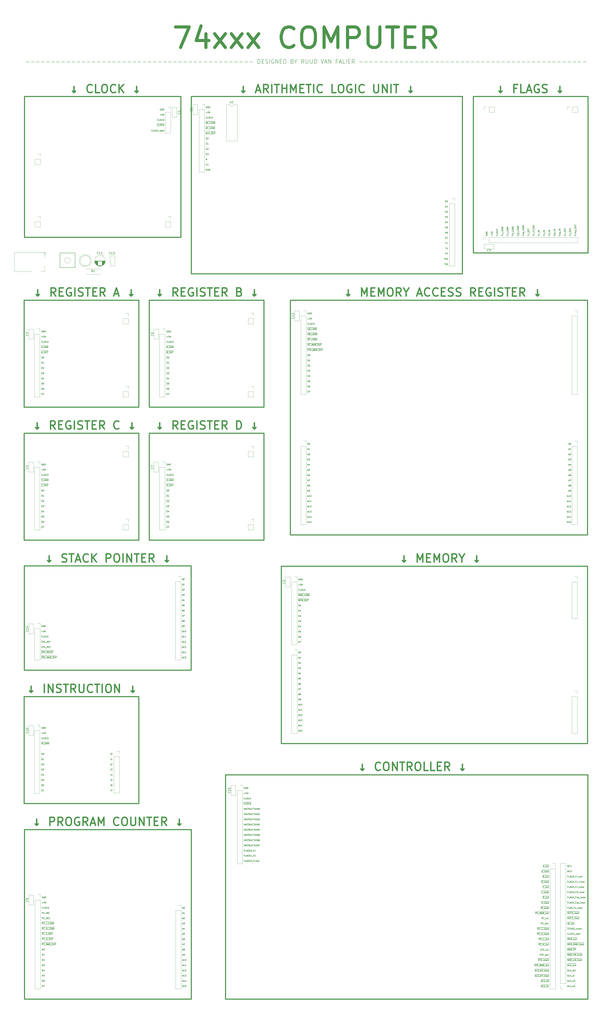
<source format=gto>
G04 #@! TF.GenerationSoftware,KiCad,Pcbnew,(5.1.2)-2*
G04 #@! TF.CreationDate,2019-08-16T19:30:49+02:00*
G04 #@! TF.ProjectId,Main-Board,4d61696e-2d42-46f6-9172-642e6b696361,rev?*
G04 #@! TF.SameCoordinates,Original*
G04 #@! TF.FileFunction,Legend,Top*
G04 #@! TF.FilePolarity,Positive*
%FSLAX46Y46*%
G04 Gerber Fmt 4.6, Leading zero omitted, Abs format (unit mm)*
G04 Created by KiCad (PCBNEW (5.1.2)-2) date 2019-08-16 19:30:49*
%MOMM*%
%LPD*%
G04 APERTURE LIST*
%ADD10C,0.700000*%
%ADD11C,0.200000*%
%ADD12C,1.500000*%
%ADD13C,0.150000*%
%ADD14C,0.500000*%
%ADD15C,0.120000*%
G04 APERTURE END LIST*
D10*
X130622380Y-241331904D02*
X130622380Y-244379523D01*
X131384285Y-243617619D02*
X130622380Y-244379523D01*
X129860476Y-243617619D01*
X139384285Y-244379523D02*
X138050952Y-242474761D01*
X137098571Y-244379523D02*
X137098571Y-240379523D01*
X138622380Y-240379523D01*
X139003333Y-240570000D01*
X139193809Y-240760476D01*
X139384285Y-241141428D01*
X139384285Y-241712857D01*
X139193809Y-242093809D01*
X139003333Y-242284285D01*
X138622380Y-242474761D01*
X137098571Y-242474761D01*
X141098571Y-242284285D02*
X142431904Y-242284285D01*
X143003333Y-244379523D02*
X141098571Y-244379523D01*
X141098571Y-240379523D01*
X143003333Y-240379523D01*
X146812857Y-240570000D02*
X146431904Y-240379523D01*
X145860476Y-240379523D01*
X145289047Y-240570000D01*
X144908095Y-240950952D01*
X144717619Y-241331904D01*
X144527142Y-242093809D01*
X144527142Y-242665238D01*
X144717619Y-243427142D01*
X144908095Y-243808095D01*
X145289047Y-244189047D01*
X145860476Y-244379523D01*
X146241428Y-244379523D01*
X146812857Y-244189047D01*
X147003333Y-243998571D01*
X147003333Y-242665238D01*
X146241428Y-242665238D01*
X148717619Y-244379523D02*
X148717619Y-240379523D01*
X150431904Y-244189047D02*
X151003333Y-244379523D01*
X151955714Y-244379523D01*
X152336666Y-244189047D01*
X152527142Y-243998571D01*
X152717619Y-243617619D01*
X152717619Y-243236666D01*
X152527142Y-242855714D01*
X152336666Y-242665238D01*
X151955714Y-242474761D01*
X151193809Y-242284285D01*
X150812857Y-242093809D01*
X150622380Y-241903333D01*
X150431904Y-241522380D01*
X150431904Y-241141428D01*
X150622380Y-240760476D01*
X150812857Y-240570000D01*
X151193809Y-240379523D01*
X152146190Y-240379523D01*
X152717619Y-240570000D01*
X153860476Y-240379523D02*
X156146190Y-240379523D01*
X155003333Y-244379523D02*
X155003333Y-240379523D01*
X157479523Y-242284285D02*
X158812857Y-242284285D01*
X159384285Y-244379523D02*
X157479523Y-244379523D01*
X157479523Y-240379523D01*
X159384285Y-240379523D01*
X163384285Y-244379523D02*
X162050952Y-242474761D01*
X161098571Y-244379523D02*
X161098571Y-240379523D01*
X162622380Y-240379523D01*
X163003333Y-240570000D01*
X163193809Y-240760476D01*
X163384285Y-241141428D01*
X163384285Y-241712857D01*
X163193809Y-242093809D01*
X163003333Y-242284285D01*
X162622380Y-242474761D01*
X161098571Y-242474761D01*
X168146190Y-244379523D02*
X168146190Y-240379523D01*
X169098571Y-240379523D01*
X169670000Y-240570000D01*
X170050952Y-240950952D01*
X170241428Y-241331904D01*
X170431904Y-242093809D01*
X170431904Y-242665238D01*
X170241428Y-243427142D01*
X170050952Y-243808095D01*
X169670000Y-244189047D01*
X169098571Y-244379523D01*
X168146190Y-244379523D01*
X176717619Y-241331904D02*
X176717619Y-244379523D01*
X177479523Y-243617619D02*
X176717619Y-244379523D01*
X175955714Y-243617619D01*
X70932380Y-241331904D02*
X70932380Y-244379523D01*
X71694285Y-243617619D02*
X70932380Y-244379523D01*
X70170476Y-243617619D01*
X79694285Y-244379523D02*
X78360952Y-242474761D01*
X77408571Y-244379523D02*
X77408571Y-240379523D01*
X78932380Y-240379523D01*
X79313333Y-240570000D01*
X79503809Y-240760476D01*
X79694285Y-241141428D01*
X79694285Y-241712857D01*
X79503809Y-242093809D01*
X79313333Y-242284285D01*
X78932380Y-242474761D01*
X77408571Y-242474761D01*
X81408571Y-242284285D02*
X82741904Y-242284285D01*
X83313333Y-244379523D02*
X81408571Y-244379523D01*
X81408571Y-240379523D01*
X83313333Y-240379523D01*
X87122857Y-240570000D02*
X86741904Y-240379523D01*
X86170476Y-240379523D01*
X85599047Y-240570000D01*
X85218095Y-240950952D01*
X85027619Y-241331904D01*
X84837142Y-242093809D01*
X84837142Y-242665238D01*
X85027619Y-243427142D01*
X85218095Y-243808095D01*
X85599047Y-244189047D01*
X86170476Y-244379523D01*
X86551428Y-244379523D01*
X87122857Y-244189047D01*
X87313333Y-243998571D01*
X87313333Y-242665238D01*
X86551428Y-242665238D01*
X89027619Y-244379523D02*
X89027619Y-240379523D01*
X90741904Y-244189047D02*
X91313333Y-244379523D01*
X92265714Y-244379523D01*
X92646666Y-244189047D01*
X92837142Y-243998571D01*
X93027619Y-243617619D01*
X93027619Y-243236666D01*
X92837142Y-242855714D01*
X92646666Y-242665238D01*
X92265714Y-242474761D01*
X91503809Y-242284285D01*
X91122857Y-242093809D01*
X90932380Y-241903333D01*
X90741904Y-241522380D01*
X90741904Y-241141428D01*
X90932380Y-240760476D01*
X91122857Y-240570000D01*
X91503809Y-240379523D01*
X92456190Y-240379523D01*
X93027619Y-240570000D01*
X94170476Y-240379523D02*
X96456190Y-240379523D01*
X95313333Y-244379523D02*
X95313333Y-240379523D01*
X97789523Y-242284285D02*
X99122857Y-242284285D01*
X99694285Y-244379523D02*
X97789523Y-244379523D01*
X97789523Y-240379523D01*
X99694285Y-240379523D01*
X103694285Y-244379523D02*
X102360952Y-242474761D01*
X101408571Y-244379523D02*
X101408571Y-240379523D01*
X102932380Y-240379523D01*
X103313333Y-240570000D01*
X103503809Y-240760476D01*
X103694285Y-241141428D01*
X103694285Y-241712857D01*
X103503809Y-242093809D01*
X103313333Y-242284285D01*
X102932380Y-242474761D01*
X101408571Y-242474761D01*
X110741904Y-243998571D02*
X110551428Y-244189047D01*
X109980000Y-244379523D01*
X109599047Y-244379523D01*
X109027619Y-244189047D01*
X108646666Y-243808095D01*
X108456190Y-243427142D01*
X108265714Y-242665238D01*
X108265714Y-242093809D01*
X108456190Y-241331904D01*
X108646666Y-240950952D01*
X109027619Y-240570000D01*
X109599047Y-240379523D01*
X109980000Y-240379523D01*
X110551428Y-240570000D01*
X110741904Y-240760476D01*
X117027619Y-241331904D02*
X117027619Y-244379523D01*
X117789523Y-243617619D02*
X117027619Y-244379523D01*
X116265714Y-243617619D01*
D11*
X65501428Y-65547857D02*
X67025238Y-65547857D01*
X67977619Y-65547857D02*
X69501428Y-65547857D01*
X70453809Y-65547857D02*
X71977619Y-65547857D01*
X72929999Y-65547857D02*
X74453809Y-65547857D01*
X75406190Y-65547857D02*
X76929999Y-65547857D01*
X77882380Y-65547857D02*
X79406190Y-65547857D01*
X80358571Y-65547857D02*
X81882380Y-65547857D01*
X82834761Y-65547857D02*
X84358571Y-65547857D01*
X85310952Y-65547857D02*
X86834761Y-65547857D01*
X87787142Y-65547857D02*
X89310952Y-65547857D01*
X90263333Y-65547857D02*
X91787142Y-65547857D01*
X92739523Y-65547857D02*
X94263333Y-65547857D01*
X95215714Y-65547857D02*
X96739523Y-65547857D01*
X97691904Y-65547857D02*
X99215714Y-65547857D01*
X100168095Y-65547857D02*
X101691904Y-65547857D01*
X102644285Y-65547857D02*
X104168095Y-65547857D01*
X105120476Y-65547857D02*
X106644285Y-65547857D01*
X107596666Y-65547857D02*
X109120476Y-65547857D01*
X110072857Y-65547857D02*
X111596666Y-65547857D01*
X112549047Y-65547857D02*
X114072857Y-65547857D01*
X115025238Y-65547857D02*
X116549047Y-65547857D01*
X117501428Y-65547857D02*
X119025238Y-65547857D01*
X119977619Y-65547857D02*
X121501428Y-65547857D01*
X122453809Y-65547857D02*
X123977619Y-65547857D01*
X124929999Y-65547857D02*
X126453809Y-65547857D01*
X127406190Y-65547857D02*
X128929999Y-65547857D01*
X129882380Y-65547857D02*
X131406190Y-65547857D01*
X132358571Y-65547857D02*
X133882380Y-65547857D01*
X134834761Y-65547857D02*
X136358571Y-65547857D01*
X137310952Y-65547857D02*
X138834761Y-65547857D01*
X139787142Y-65547857D02*
X141310952Y-65547857D01*
X142263333Y-65547857D02*
X143787142Y-65547857D01*
X144739523Y-65547857D02*
X146263333Y-65547857D01*
X147215714Y-65547857D02*
X148739523Y-65547857D01*
X149691904Y-65547857D02*
X151215714Y-65547857D01*
X152168095Y-65547857D02*
X153691904Y-65547857D01*
X154644285Y-65547857D02*
X156168095Y-65547857D01*
X157120476Y-65547857D02*
X158644285Y-65547857D01*
X159596666Y-65547857D02*
X161120476Y-65547857D01*
X162072857Y-65547857D02*
X163596666Y-65547857D01*
X164549047Y-65547857D02*
X166072857Y-65547857D01*
X167025238Y-65547857D02*
X168549047Y-65547857D01*
X169501428Y-65547857D02*
X171025238Y-65547857D01*
X171977619Y-65547857D02*
X173501428Y-65547857D01*
X174453809Y-65547857D02*
X175977619Y-65547857D01*
X178453809Y-66309761D02*
X178453809Y-64309761D01*
X178929999Y-64309761D01*
X179215714Y-64405000D01*
X179406190Y-64595476D01*
X179501428Y-64785952D01*
X179596666Y-65166904D01*
X179596666Y-65452619D01*
X179501428Y-65833571D01*
X179406190Y-66024047D01*
X179215714Y-66214523D01*
X178929999Y-66309761D01*
X178453809Y-66309761D01*
X180453809Y-65262142D02*
X181120476Y-65262142D01*
X181406190Y-66309761D02*
X180453809Y-66309761D01*
X180453809Y-64309761D01*
X181406190Y-64309761D01*
X182168095Y-66214523D02*
X182453809Y-66309761D01*
X182929999Y-66309761D01*
X183120476Y-66214523D01*
X183215714Y-66119285D01*
X183310952Y-65928809D01*
X183310952Y-65738333D01*
X183215714Y-65547857D01*
X183120476Y-65452619D01*
X182929999Y-65357380D01*
X182549047Y-65262142D01*
X182358571Y-65166904D01*
X182263333Y-65071666D01*
X182168095Y-64881190D01*
X182168095Y-64690714D01*
X182263333Y-64500238D01*
X182358571Y-64405000D01*
X182549047Y-64309761D01*
X183025238Y-64309761D01*
X183310952Y-64405000D01*
X184168095Y-66309761D02*
X184168095Y-64309761D01*
X186168095Y-64405000D02*
X185977619Y-64309761D01*
X185691904Y-64309761D01*
X185406190Y-64405000D01*
X185215714Y-64595476D01*
X185120476Y-64785952D01*
X185025238Y-65166904D01*
X185025238Y-65452619D01*
X185120476Y-65833571D01*
X185215714Y-66024047D01*
X185406190Y-66214523D01*
X185691904Y-66309761D01*
X185882380Y-66309761D01*
X186168095Y-66214523D01*
X186263333Y-66119285D01*
X186263333Y-65452619D01*
X185882380Y-65452619D01*
X187120476Y-66309761D02*
X187120476Y-64309761D01*
X188263333Y-66309761D01*
X188263333Y-64309761D01*
X189215714Y-65262142D02*
X189882380Y-65262142D01*
X190168095Y-66309761D02*
X189215714Y-66309761D01*
X189215714Y-64309761D01*
X190168095Y-64309761D01*
X191025238Y-66309761D02*
X191025238Y-64309761D01*
X191501428Y-64309761D01*
X191787142Y-64405000D01*
X191977619Y-64595476D01*
X192072857Y-64785952D01*
X192168095Y-65166904D01*
X192168095Y-65452619D01*
X192072857Y-65833571D01*
X191977619Y-66024047D01*
X191787142Y-66214523D01*
X191501428Y-66309761D01*
X191025238Y-66309761D01*
X195215714Y-65262142D02*
X195501428Y-65357380D01*
X195596666Y-65452619D01*
X195691904Y-65643095D01*
X195691904Y-65928809D01*
X195596666Y-66119285D01*
X195501428Y-66214523D01*
X195310952Y-66309761D01*
X194549047Y-66309761D01*
X194549047Y-64309761D01*
X195215714Y-64309761D01*
X195406190Y-64405000D01*
X195501428Y-64500238D01*
X195596666Y-64690714D01*
X195596666Y-64881190D01*
X195501428Y-65071666D01*
X195406190Y-65166904D01*
X195215714Y-65262142D01*
X194549047Y-65262142D01*
X196929999Y-65357380D02*
X196929999Y-66309761D01*
X196263333Y-64309761D02*
X196929999Y-65357380D01*
X197596666Y-64309761D01*
X200929999Y-66309761D02*
X200263333Y-65357380D01*
X199787142Y-66309761D02*
X199787142Y-64309761D01*
X200549047Y-64309761D01*
X200739523Y-64405000D01*
X200834761Y-64500238D01*
X200929999Y-64690714D01*
X200929999Y-64976428D01*
X200834761Y-65166904D01*
X200739523Y-65262142D01*
X200549047Y-65357380D01*
X199787142Y-65357380D01*
X201787142Y-64309761D02*
X201787142Y-65928809D01*
X201882380Y-66119285D01*
X201977619Y-66214523D01*
X202168095Y-66309761D01*
X202549047Y-66309761D01*
X202739523Y-66214523D01*
X202834761Y-66119285D01*
X202929999Y-65928809D01*
X202929999Y-64309761D01*
X203882380Y-64309761D02*
X203882380Y-65928809D01*
X203977619Y-66119285D01*
X204072857Y-66214523D01*
X204263333Y-66309761D01*
X204644285Y-66309761D01*
X204834761Y-66214523D01*
X204929999Y-66119285D01*
X205025238Y-65928809D01*
X205025238Y-64309761D01*
X205977619Y-66309761D02*
X205977619Y-64309761D01*
X206453809Y-64309761D01*
X206739523Y-64405000D01*
X206929999Y-64595476D01*
X207025238Y-64785952D01*
X207120476Y-65166904D01*
X207120476Y-65452619D01*
X207025238Y-65833571D01*
X206929999Y-66024047D01*
X206739523Y-66214523D01*
X206453809Y-66309761D01*
X205977619Y-66309761D01*
X209215714Y-64309761D02*
X209882380Y-66309761D01*
X210549047Y-64309761D01*
X211120476Y-65738333D02*
X212072857Y-65738333D01*
X210929999Y-66309761D02*
X211596666Y-64309761D01*
X212263333Y-66309761D01*
X212929999Y-66309761D02*
X212929999Y-64309761D01*
X214072857Y-66309761D01*
X214072857Y-64309761D01*
X217215714Y-65262142D02*
X216549047Y-65262142D01*
X216549047Y-66309761D02*
X216549047Y-64309761D01*
X217501428Y-64309761D01*
X218168095Y-65738333D02*
X219120476Y-65738333D01*
X217977619Y-66309761D02*
X218644285Y-64309761D01*
X219310952Y-66309761D01*
X220929999Y-66309761D02*
X219977619Y-66309761D01*
X219977619Y-64309761D01*
X221596666Y-66309761D02*
X221596666Y-64309761D01*
X222549047Y-65262142D02*
X223215714Y-65262142D01*
X223501428Y-66309761D02*
X222549047Y-66309761D01*
X222549047Y-64309761D01*
X223501428Y-64309761D01*
X225501428Y-66309761D02*
X224834761Y-65357380D01*
X224358571Y-66309761D02*
X224358571Y-64309761D01*
X225120476Y-64309761D01*
X225310952Y-64405000D01*
X225406190Y-64500238D01*
X225501428Y-64690714D01*
X225501428Y-64976428D01*
X225406190Y-65166904D01*
X225310952Y-65262142D01*
X225120476Y-65357380D01*
X224358571Y-65357380D01*
X227882380Y-65547857D02*
X229406190Y-65547857D01*
X230358571Y-65547857D02*
X231882380Y-65547857D01*
X232834761Y-65547857D02*
X234358571Y-65547857D01*
X235310952Y-65547857D02*
X236834761Y-65547857D01*
X237787142Y-65547857D02*
X239310952Y-65547857D01*
X240263333Y-65547857D02*
X241787142Y-65547857D01*
X242739523Y-65547857D02*
X244263333Y-65547857D01*
X245215714Y-65547857D02*
X246739523Y-65547857D01*
X247691904Y-65547857D02*
X249215714Y-65547857D01*
X250168095Y-65547857D02*
X251691904Y-65547857D01*
X252644285Y-65547857D02*
X254168095Y-65547857D01*
X255120476Y-65547857D02*
X256644285Y-65547857D01*
X257596666Y-65547857D02*
X259120476Y-65547857D01*
X260072857Y-65547857D02*
X261596666Y-65547857D01*
X262549047Y-65547857D02*
X264072857Y-65547857D01*
X265025238Y-65547857D02*
X266549047Y-65547857D01*
X267501428Y-65547857D02*
X269025238Y-65547857D01*
X269977619Y-65547857D02*
X271501428Y-65547857D01*
X272453809Y-65547857D02*
X273977619Y-65547857D01*
X274929999Y-65547857D02*
X276453809Y-65547857D01*
X277406190Y-65547857D02*
X278929999Y-65547857D01*
X279882380Y-65547857D02*
X281406190Y-65547857D01*
X282358571Y-65547857D02*
X283882380Y-65547857D01*
X284834761Y-65547857D02*
X286358571Y-65547857D01*
X287310952Y-65547857D02*
X288834761Y-65547857D01*
X289787142Y-65547857D02*
X291310952Y-65547857D01*
X292263333Y-65547857D02*
X293787142Y-65547857D01*
X294739523Y-65547857D02*
X296263333Y-65547857D01*
X297215714Y-65547857D02*
X298739523Y-65547857D01*
X299691904Y-65547857D02*
X301215714Y-65547857D01*
X302168095Y-65547857D02*
X303691904Y-65547857D01*
X304644285Y-65547857D02*
X306168095Y-65547857D01*
X307120476Y-65547857D02*
X308644285Y-65547857D01*
X309596666Y-65547857D02*
X311120476Y-65547857D01*
X312072857Y-65547857D02*
X313596666Y-65547857D01*
X314549047Y-65547857D02*
X316072857Y-65547857D01*
X317025238Y-65547857D02*
X318549047Y-65547857D01*
X319501428Y-65547857D02*
X321025238Y-65547857D01*
X321977619Y-65547857D02*
X323501428Y-65547857D01*
X324453809Y-65547857D02*
X325977619Y-65547857D01*
X326929999Y-65547857D02*
X328453809Y-65547857D01*
X329406190Y-65547857D02*
X330929999Y-65547857D01*
X331882380Y-65547857D02*
X333406190Y-65547857D01*
X334358571Y-65547857D02*
X335882380Y-65547857D01*
X336834761Y-65547857D02*
X338358571Y-65547857D01*
D12*
X138358571Y-48498809D02*
X145025238Y-48498809D01*
X140739523Y-58498809D01*
X153120476Y-51832142D02*
X153120476Y-58498809D01*
X150739523Y-48022619D02*
X148358571Y-55165476D01*
X154549047Y-55165476D01*
X157406190Y-58498809D02*
X162644285Y-51832142D01*
X157406190Y-51832142D02*
X162644285Y-58498809D01*
X165501428Y-58498809D02*
X170739523Y-51832142D01*
X165501428Y-51832142D02*
X170739523Y-58498809D01*
X173596666Y-58498809D02*
X178834761Y-51832142D01*
X173596666Y-51832142D02*
X178834761Y-58498809D01*
X195977619Y-57546428D02*
X195501428Y-58022619D01*
X194072857Y-58498809D01*
X193120476Y-58498809D01*
X191691904Y-58022619D01*
X190739523Y-57070238D01*
X190263333Y-56117857D01*
X189787142Y-54213095D01*
X189787142Y-52784523D01*
X190263333Y-50879761D01*
X190739523Y-49927380D01*
X191691904Y-48975000D01*
X193120476Y-48498809D01*
X194072857Y-48498809D01*
X195501428Y-48975000D01*
X195977619Y-49451190D01*
X202168095Y-48498809D02*
X204072857Y-48498809D01*
X205025238Y-48975000D01*
X205977619Y-49927380D01*
X206453809Y-51832142D01*
X206453809Y-55165476D01*
X205977619Y-57070238D01*
X205025238Y-58022619D01*
X204072857Y-58498809D01*
X202168095Y-58498809D01*
X201215714Y-58022619D01*
X200263333Y-57070238D01*
X199787142Y-55165476D01*
X199787142Y-51832142D01*
X200263333Y-49927380D01*
X201215714Y-48975000D01*
X202168095Y-48498809D01*
X210739523Y-58498809D02*
X210739523Y-48498809D01*
X214072857Y-55641666D01*
X217406190Y-48498809D01*
X217406190Y-58498809D01*
X222168095Y-58498809D02*
X222168095Y-48498809D01*
X225977619Y-48498809D01*
X226930000Y-48975000D01*
X227406190Y-49451190D01*
X227882380Y-50403571D01*
X227882380Y-51832142D01*
X227406190Y-52784523D01*
X226930000Y-53260714D01*
X225977619Y-53736904D01*
X222168095Y-53736904D01*
X232168095Y-48498809D02*
X232168095Y-56594047D01*
X232644285Y-57546428D01*
X233120476Y-58022619D01*
X234072857Y-58498809D01*
X235977619Y-58498809D01*
X236930000Y-58022619D01*
X237406190Y-57546428D01*
X237882380Y-56594047D01*
X237882380Y-48498809D01*
X241215714Y-48498809D02*
X246930000Y-48498809D01*
X244072857Y-58498809D02*
X244072857Y-48498809D01*
X250263333Y-53260714D02*
X253596666Y-53260714D01*
X255025238Y-58498809D02*
X250263333Y-58498809D01*
X250263333Y-48498809D01*
X255025238Y-48498809D01*
X265025238Y-58498809D02*
X261691904Y-53736904D01*
X259310952Y-58498809D02*
X259310952Y-48498809D01*
X263120476Y-48498809D01*
X264072857Y-48975000D01*
X264549047Y-49451190D01*
X265025238Y-50403571D01*
X265025238Y-51832142D01*
X264549047Y-52784523D01*
X264072857Y-53260714D01*
X263120476Y-53736904D01*
X259310952Y-53736904D01*
D10*
X70648095Y-434371904D02*
X70648095Y-437419523D01*
X71410000Y-436657619D02*
X70648095Y-437419523D01*
X69886190Y-436657619D01*
X77124285Y-437419523D02*
X77124285Y-433419523D01*
X78648095Y-433419523D01*
X79029047Y-433610000D01*
X79219523Y-433800476D01*
X79410000Y-434181428D01*
X79410000Y-434752857D01*
X79219523Y-435133809D01*
X79029047Y-435324285D01*
X78648095Y-435514761D01*
X77124285Y-435514761D01*
X83410000Y-437419523D02*
X82076666Y-435514761D01*
X81124285Y-437419523D02*
X81124285Y-433419523D01*
X82648095Y-433419523D01*
X83029047Y-433610000D01*
X83219523Y-433800476D01*
X83410000Y-434181428D01*
X83410000Y-434752857D01*
X83219523Y-435133809D01*
X83029047Y-435324285D01*
X82648095Y-435514761D01*
X81124285Y-435514761D01*
X85886190Y-433419523D02*
X86648095Y-433419523D01*
X87029047Y-433610000D01*
X87410000Y-433990952D01*
X87600476Y-434752857D01*
X87600476Y-436086190D01*
X87410000Y-436848095D01*
X87029047Y-437229047D01*
X86648095Y-437419523D01*
X85886190Y-437419523D01*
X85505238Y-437229047D01*
X85124285Y-436848095D01*
X84933809Y-436086190D01*
X84933809Y-434752857D01*
X85124285Y-433990952D01*
X85505238Y-433610000D01*
X85886190Y-433419523D01*
X91410000Y-433610000D02*
X91029047Y-433419523D01*
X90457619Y-433419523D01*
X89886190Y-433610000D01*
X89505238Y-433990952D01*
X89314761Y-434371904D01*
X89124285Y-435133809D01*
X89124285Y-435705238D01*
X89314761Y-436467142D01*
X89505238Y-436848095D01*
X89886190Y-437229047D01*
X90457619Y-437419523D01*
X90838571Y-437419523D01*
X91410000Y-437229047D01*
X91600476Y-437038571D01*
X91600476Y-435705238D01*
X90838571Y-435705238D01*
X95600476Y-437419523D02*
X94267142Y-435514761D01*
X93314761Y-437419523D02*
X93314761Y-433419523D01*
X94838571Y-433419523D01*
X95219523Y-433610000D01*
X95410000Y-433800476D01*
X95600476Y-434181428D01*
X95600476Y-434752857D01*
X95410000Y-435133809D01*
X95219523Y-435324285D01*
X94838571Y-435514761D01*
X93314761Y-435514761D01*
X97124285Y-436276666D02*
X99029047Y-436276666D01*
X96743333Y-437419523D02*
X98076666Y-433419523D01*
X99410000Y-437419523D01*
X100743333Y-437419523D02*
X100743333Y-433419523D01*
X102076666Y-436276666D01*
X103410000Y-433419523D01*
X103410000Y-437419523D01*
X110648095Y-437038571D02*
X110457619Y-437229047D01*
X109886190Y-437419523D01*
X109505238Y-437419523D01*
X108933809Y-437229047D01*
X108552857Y-436848095D01*
X108362380Y-436467142D01*
X108171904Y-435705238D01*
X108171904Y-435133809D01*
X108362380Y-434371904D01*
X108552857Y-433990952D01*
X108933809Y-433610000D01*
X109505238Y-433419523D01*
X109886190Y-433419523D01*
X110457619Y-433610000D01*
X110648095Y-433800476D01*
X113124285Y-433419523D02*
X113886190Y-433419523D01*
X114267142Y-433610000D01*
X114648095Y-433990952D01*
X114838571Y-434752857D01*
X114838571Y-436086190D01*
X114648095Y-436848095D01*
X114267142Y-437229047D01*
X113886190Y-437419523D01*
X113124285Y-437419523D01*
X112743333Y-437229047D01*
X112362380Y-436848095D01*
X112171904Y-436086190D01*
X112171904Y-434752857D01*
X112362380Y-433990952D01*
X112743333Y-433610000D01*
X113124285Y-433419523D01*
X116552857Y-433419523D02*
X116552857Y-436657619D01*
X116743333Y-437038571D01*
X116933809Y-437229047D01*
X117314761Y-437419523D01*
X118076666Y-437419523D01*
X118457619Y-437229047D01*
X118648095Y-437038571D01*
X118838571Y-436657619D01*
X118838571Y-433419523D01*
X120743333Y-437419523D02*
X120743333Y-433419523D01*
X123029047Y-437419523D01*
X123029047Y-433419523D01*
X124362380Y-433419523D02*
X126648095Y-433419523D01*
X125505238Y-437419523D02*
X125505238Y-433419523D01*
X127981428Y-435324285D02*
X129314761Y-435324285D01*
X129886190Y-437419523D02*
X127981428Y-437419523D01*
X127981428Y-433419523D01*
X129886190Y-433419523D01*
X133886190Y-437419523D02*
X132552857Y-435514761D01*
X131600476Y-437419523D02*
X131600476Y-433419523D01*
X133124285Y-433419523D01*
X133505238Y-433610000D01*
X133695714Y-433800476D01*
X133886190Y-434181428D01*
X133886190Y-434752857D01*
X133695714Y-435133809D01*
X133505238Y-435324285D01*
X133124285Y-435514761D01*
X131600476Y-435514761D01*
X140171904Y-434371904D02*
X140171904Y-437419523D01*
X140933809Y-436657619D02*
X140171904Y-437419523D01*
X139410000Y-436657619D01*
X67948095Y-369601904D02*
X67948095Y-372649523D01*
X68710000Y-371887619D02*
X67948095Y-372649523D01*
X67186190Y-371887619D01*
X74424285Y-372649523D02*
X74424285Y-368649523D01*
X76329047Y-372649523D02*
X76329047Y-368649523D01*
X78614761Y-372649523D01*
X78614761Y-368649523D01*
X80329047Y-372459047D02*
X80900476Y-372649523D01*
X81852857Y-372649523D01*
X82233809Y-372459047D01*
X82424285Y-372268571D01*
X82614761Y-371887619D01*
X82614761Y-371506666D01*
X82424285Y-371125714D01*
X82233809Y-370935238D01*
X81852857Y-370744761D01*
X81090952Y-370554285D01*
X80710000Y-370363809D01*
X80519523Y-370173333D01*
X80329047Y-369792380D01*
X80329047Y-369411428D01*
X80519523Y-369030476D01*
X80710000Y-368840000D01*
X81090952Y-368649523D01*
X82043333Y-368649523D01*
X82614761Y-368840000D01*
X83757619Y-368649523D02*
X86043333Y-368649523D01*
X84900476Y-372649523D02*
X84900476Y-368649523D01*
X89662380Y-372649523D02*
X88329047Y-370744761D01*
X87376666Y-372649523D02*
X87376666Y-368649523D01*
X88900476Y-368649523D01*
X89281428Y-368840000D01*
X89471904Y-369030476D01*
X89662380Y-369411428D01*
X89662380Y-369982857D01*
X89471904Y-370363809D01*
X89281428Y-370554285D01*
X88900476Y-370744761D01*
X87376666Y-370744761D01*
X91376666Y-368649523D02*
X91376666Y-371887619D01*
X91567142Y-372268571D01*
X91757619Y-372459047D01*
X92138571Y-372649523D01*
X92900476Y-372649523D01*
X93281428Y-372459047D01*
X93471904Y-372268571D01*
X93662380Y-371887619D01*
X93662380Y-368649523D01*
X97852857Y-372268571D02*
X97662380Y-372459047D01*
X97090952Y-372649523D01*
X96710000Y-372649523D01*
X96138571Y-372459047D01*
X95757619Y-372078095D01*
X95567142Y-371697142D01*
X95376666Y-370935238D01*
X95376666Y-370363809D01*
X95567142Y-369601904D01*
X95757619Y-369220952D01*
X96138571Y-368840000D01*
X96710000Y-368649523D01*
X97090952Y-368649523D01*
X97662380Y-368840000D01*
X97852857Y-369030476D01*
X98995714Y-368649523D02*
X101281428Y-368649523D01*
X100138571Y-372649523D02*
X100138571Y-368649523D01*
X102614761Y-372649523D02*
X102614761Y-368649523D01*
X105281428Y-368649523D02*
X106043333Y-368649523D01*
X106424285Y-368840000D01*
X106805238Y-369220952D01*
X106995714Y-369982857D01*
X106995714Y-371316190D01*
X106805238Y-372078095D01*
X106424285Y-372459047D01*
X106043333Y-372649523D01*
X105281428Y-372649523D01*
X104900476Y-372459047D01*
X104519523Y-372078095D01*
X104329047Y-371316190D01*
X104329047Y-369982857D01*
X104519523Y-369220952D01*
X104900476Y-368840000D01*
X105281428Y-368649523D01*
X108710000Y-372649523D02*
X108710000Y-368649523D01*
X110995714Y-372649523D01*
X110995714Y-368649523D01*
X117471904Y-369601904D02*
X117471904Y-372649523D01*
X118233809Y-371887619D02*
X117471904Y-372649523D01*
X116709999Y-371887619D01*
X229365047Y-407574904D02*
X229365047Y-410622523D01*
X230126952Y-409860619D02*
X229365047Y-410622523D01*
X228603142Y-409860619D01*
X238126952Y-410241571D02*
X237936476Y-410432047D01*
X237365047Y-410622523D01*
X236984095Y-410622523D01*
X236412666Y-410432047D01*
X236031714Y-410051095D01*
X235841238Y-409670142D01*
X235650761Y-408908238D01*
X235650761Y-408336809D01*
X235841238Y-407574904D01*
X236031714Y-407193952D01*
X236412666Y-406813000D01*
X236984095Y-406622523D01*
X237365047Y-406622523D01*
X237936476Y-406813000D01*
X238126952Y-407003476D01*
X240603142Y-406622523D02*
X241365047Y-406622523D01*
X241746000Y-406813000D01*
X242126952Y-407193952D01*
X242317428Y-407955857D01*
X242317428Y-409289190D01*
X242126952Y-410051095D01*
X241746000Y-410432047D01*
X241365047Y-410622523D01*
X240603142Y-410622523D01*
X240222190Y-410432047D01*
X239841238Y-410051095D01*
X239650761Y-409289190D01*
X239650761Y-407955857D01*
X239841238Y-407193952D01*
X240222190Y-406813000D01*
X240603142Y-406622523D01*
X244031714Y-410622523D02*
X244031714Y-406622523D01*
X246317428Y-410622523D01*
X246317428Y-406622523D01*
X247650761Y-406622523D02*
X249936476Y-406622523D01*
X248793619Y-410622523D02*
X248793619Y-406622523D01*
X253555523Y-410622523D02*
X252222190Y-408717761D01*
X251269809Y-410622523D02*
X251269809Y-406622523D01*
X252793619Y-406622523D01*
X253174571Y-406813000D01*
X253365047Y-407003476D01*
X253555523Y-407384428D01*
X253555523Y-407955857D01*
X253365047Y-408336809D01*
X253174571Y-408527285D01*
X252793619Y-408717761D01*
X251269809Y-408717761D01*
X256031714Y-406622523D02*
X256793619Y-406622523D01*
X257174571Y-406813000D01*
X257555523Y-407193952D01*
X257746000Y-407955857D01*
X257746000Y-409289190D01*
X257555523Y-410051095D01*
X257174571Y-410432047D01*
X256793619Y-410622523D01*
X256031714Y-410622523D01*
X255650761Y-410432047D01*
X255269809Y-410051095D01*
X255079333Y-409289190D01*
X255079333Y-407955857D01*
X255269809Y-407193952D01*
X255650761Y-406813000D01*
X256031714Y-406622523D01*
X261365047Y-410622523D02*
X259460285Y-410622523D01*
X259460285Y-406622523D01*
X264603142Y-410622523D02*
X262698380Y-410622523D01*
X262698380Y-406622523D01*
X265936476Y-408527285D02*
X267269809Y-408527285D01*
X267841238Y-410622523D02*
X265936476Y-410622523D01*
X265936476Y-406622523D01*
X267841238Y-406622523D01*
X271841238Y-410622523D02*
X270507904Y-408717761D01*
X269555523Y-410622523D02*
X269555523Y-406622523D01*
X271079333Y-406622523D01*
X271460285Y-406813000D01*
X271650761Y-407003476D01*
X271841238Y-407384428D01*
X271841238Y-407955857D01*
X271650761Y-408336809D01*
X271460285Y-408527285D01*
X271079333Y-408717761D01*
X269555523Y-408717761D01*
X278126952Y-407574904D02*
X278126952Y-410622523D01*
X278888857Y-409860619D02*
X278126952Y-410622523D01*
X277365047Y-409860619D01*
X249620714Y-306101904D02*
X249620714Y-309149523D01*
X250382619Y-308387619D02*
X249620714Y-309149523D01*
X248858809Y-308387619D01*
X256096904Y-309149523D02*
X256096904Y-305149523D01*
X257430238Y-308006666D01*
X258763571Y-305149523D01*
X258763571Y-309149523D01*
X260668333Y-307054285D02*
X262001666Y-307054285D01*
X262573095Y-309149523D02*
X260668333Y-309149523D01*
X260668333Y-305149523D01*
X262573095Y-305149523D01*
X264287380Y-309149523D02*
X264287380Y-305149523D01*
X265620714Y-308006666D01*
X266954047Y-305149523D01*
X266954047Y-309149523D01*
X269620714Y-305149523D02*
X270382619Y-305149523D01*
X270763571Y-305340000D01*
X271144523Y-305720952D01*
X271335000Y-306482857D01*
X271335000Y-307816190D01*
X271144523Y-308578095D01*
X270763571Y-308959047D01*
X270382619Y-309149523D01*
X269620714Y-309149523D01*
X269239761Y-308959047D01*
X268858809Y-308578095D01*
X268668333Y-307816190D01*
X268668333Y-306482857D01*
X268858809Y-305720952D01*
X269239761Y-305340000D01*
X269620714Y-305149523D01*
X275335000Y-309149523D02*
X274001666Y-307244761D01*
X273049285Y-309149523D02*
X273049285Y-305149523D01*
X274573095Y-305149523D01*
X274954047Y-305340000D01*
X275144523Y-305530476D01*
X275335000Y-305911428D01*
X275335000Y-306482857D01*
X275144523Y-306863809D01*
X274954047Y-307054285D01*
X274573095Y-307244761D01*
X273049285Y-307244761D01*
X277811190Y-307244761D02*
X277811190Y-309149523D01*
X276477857Y-305149523D02*
X277811190Y-307244761D01*
X279144523Y-305149523D01*
X285049285Y-306101904D02*
X285049285Y-309149523D01*
X285811190Y-308387619D02*
X285049285Y-309149523D01*
X284287380Y-308387619D01*
X76743333Y-306101904D02*
X76743333Y-309149523D01*
X77505238Y-308387619D02*
X76743333Y-309149523D01*
X75981428Y-308387619D01*
X83029047Y-308959047D02*
X83600476Y-309149523D01*
X84552857Y-309149523D01*
X84933809Y-308959047D01*
X85124285Y-308768571D01*
X85314761Y-308387619D01*
X85314761Y-308006666D01*
X85124285Y-307625714D01*
X84933809Y-307435238D01*
X84552857Y-307244761D01*
X83790952Y-307054285D01*
X83410000Y-306863809D01*
X83219523Y-306673333D01*
X83029047Y-306292380D01*
X83029047Y-305911428D01*
X83219523Y-305530476D01*
X83410000Y-305340000D01*
X83790952Y-305149523D01*
X84743333Y-305149523D01*
X85314761Y-305340000D01*
X86457619Y-305149523D02*
X88743333Y-305149523D01*
X87600476Y-309149523D02*
X87600476Y-305149523D01*
X89886190Y-308006666D02*
X91790952Y-308006666D01*
X89505238Y-309149523D02*
X90838571Y-305149523D01*
X92171904Y-309149523D01*
X95790952Y-308768571D02*
X95600476Y-308959047D01*
X95029047Y-309149523D01*
X94648095Y-309149523D01*
X94076666Y-308959047D01*
X93695714Y-308578095D01*
X93505238Y-308197142D01*
X93314761Y-307435238D01*
X93314761Y-306863809D01*
X93505238Y-306101904D01*
X93695714Y-305720952D01*
X94076666Y-305340000D01*
X94648095Y-305149523D01*
X95029047Y-305149523D01*
X95600476Y-305340000D01*
X95790952Y-305530476D01*
X97505238Y-309149523D02*
X97505238Y-305149523D01*
X99790952Y-309149523D02*
X98076666Y-306863809D01*
X99790952Y-305149523D02*
X97505238Y-307435238D01*
X104552857Y-309149523D02*
X104552857Y-305149523D01*
X106076666Y-305149523D01*
X106457619Y-305340000D01*
X106648095Y-305530476D01*
X106838571Y-305911428D01*
X106838571Y-306482857D01*
X106648095Y-306863809D01*
X106457619Y-307054285D01*
X106076666Y-307244761D01*
X104552857Y-307244761D01*
X109314761Y-305149523D02*
X110076666Y-305149523D01*
X110457619Y-305340000D01*
X110838571Y-305720952D01*
X111029047Y-306482857D01*
X111029047Y-307816190D01*
X110838571Y-308578095D01*
X110457619Y-308959047D01*
X110076666Y-309149523D01*
X109314761Y-309149523D01*
X108933809Y-308959047D01*
X108552857Y-308578095D01*
X108362380Y-307816190D01*
X108362380Y-306482857D01*
X108552857Y-305720952D01*
X108933809Y-305340000D01*
X109314761Y-305149523D01*
X112743333Y-309149523D02*
X112743333Y-305149523D01*
X114648095Y-309149523D02*
X114648095Y-305149523D01*
X116933809Y-309149523D01*
X116933809Y-305149523D01*
X118267142Y-305149523D02*
X120552857Y-305149523D01*
X119410000Y-309149523D02*
X119410000Y-305149523D01*
X121886190Y-307054285D02*
X123219523Y-307054285D01*
X123790952Y-309149523D02*
X121886190Y-309149523D01*
X121886190Y-305149523D01*
X123790952Y-305149523D01*
X127790952Y-309149523D02*
X126457619Y-307244761D01*
X125505238Y-309149523D02*
X125505238Y-305149523D01*
X127029047Y-305149523D01*
X127410000Y-305340000D01*
X127600476Y-305530476D01*
X127790952Y-305911428D01*
X127790952Y-306482857D01*
X127600476Y-306863809D01*
X127410000Y-307054285D01*
X127029047Y-307244761D01*
X125505238Y-307244761D01*
X134076666Y-306101904D02*
X134076666Y-309149523D01*
X134838571Y-308387619D02*
X134076666Y-309149523D01*
X133314761Y-308387619D01*
X71218095Y-176561904D02*
X71218095Y-179609523D01*
X71980000Y-178847619D02*
X71218095Y-179609523D01*
X70456190Y-178847619D01*
X79980000Y-179609523D02*
X78646666Y-177704761D01*
X77694285Y-179609523D02*
X77694285Y-175609523D01*
X79218095Y-175609523D01*
X79599047Y-175800000D01*
X79789523Y-175990476D01*
X79980000Y-176371428D01*
X79980000Y-176942857D01*
X79789523Y-177323809D01*
X79599047Y-177514285D01*
X79218095Y-177704761D01*
X77694285Y-177704761D01*
X81694285Y-177514285D02*
X83027619Y-177514285D01*
X83599047Y-179609523D02*
X81694285Y-179609523D01*
X81694285Y-175609523D01*
X83599047Y-175609523D01*
X87408571Y-175800000D02*
X87027619Y-175609523D01*
X86456190Y-175609523D01*
X85884761Y-175800000D01*
X85503809Y-176180952D01*
X85313333Y-176561904D01*
X85122857Y-177323809D01*
X85122857Y-177895238D01*
X85313333Y-178657142D01*
X85503809Y-179038095D01*
X85884761Y-179419047D01*
X86456190Y-179609523D01*
X86837142Y-179609523D01*
X87408571Y-179419047D01*
X87599047Y-179228571D01*
X87599047Y-177895238D01*
X86837142Y-177895238D01*
X89313333Y-179609523D02*
X89313333Y-175609523D01*
X91027619Y-179419047D02*
X91599047Y-179609523D01*
X92551428Y-179609523D01*
X92932380Y-179419047D01*
X93122857Y-179228571D01*
X93313333Y-178847619D01*
X93313333Y-178466666D01*
X93122857Y-178085714D01*
X92932380Y-177895238D01*
X92551428Y-177704761D01*
X91789523Y-177514285D01*
X91408571Y-177323809D01*
X91218095Y-177133333D01*
X91027619Y-176752380D01*
X91027619Y-176371428D01*
X91218095Y-175990476D01*
X91408571Y-175800000D01*
X91789523Y-175609523D01*
X92741904Y-175609523D01*
X93313333Y-175800000D01*
X94456190Y-175609523D02*
X96741904Y-175609523D01*
X95599047Y-179609523D02*
X95599047Y-175609523D01*
X98075238Y-177514285D02*
X99408571Y-177514285D01*
X99980000Y-179609523D02*
X98075238Y-179609523D01*
X98075238Y-175609523D01*
X99980000Y-175609523D01*
X103980000Y-179609523D02*
X102646666Y-177704761D01*
X101694285Y-179609523D02*
X101694285Y-175609523D01*
X103218095Y-175609523D01*
X103599047Y-175800000D01*
X103789523Y-175990476D01*
X103980000Y-176371428D01*
X103980000Y-176942857D01*
X103789523Y-177323809D01*
X103599047Y-177514285D01*
X103218095Y-177704761D01*
X101694285Y-177704761D01*
X108551428Y-178466666D02*
X110456190Y-178466666D01*
X108170476Y-179609523D02*
X109503809Y-175609523D01*
X110837142Y-179609523D01*
X116741904Y-176561904D02*
X116741904Y-179609523D01*
X117503809Y-178847619D02*
X116741904Y-179609523D01*
X115980000Y-178847619D01*
X130622380Y-176561904D02*
X130622380Y-179609523D01*
X131384285Y-178847619D02*
X130622380Y-179609523D01*
X129860476Y-178847619D01*
X139384285Y-179609523D02*
X138050952Y-177704761D01*
X137098571Y-179609523D02*
X137098571Y-175609523D01*
X138622380Y-175609523D01*
X139003333Y-175800000D01*
X139193809Y-175990476D01*
X139384285Y-176371428D01*
X139384285Y-176942857D01*
X139193809Y-177323809D01*
X139003333Y-177514285D01*
X138622380Y-177704761D01*
X137098571Y-177704761D01*
X141098571Y-177514285D02*
X142431904Y-177514285D01*
X143003333Y-179609523D02*
X141098571Y-179609523D01*
X141098571Y-175609523D01*
X143003333Y-175609523D01*
X146812857Y-175800000D02*
X146431904Y-175609523D01*
X145860476Y-175609523D01*
X145289047Y-175800000D01*
X144908095Y-176180952D01*
X144717619Y-176561904D01*
X144527142Y-177323809D01*
X144527142Y-177895238D01*
X144717619Y-178657142D01*
X144908095Y-179038095D01*
X145289047Y-179419047D01*
X145860476Y-179609523D01*
X146241428Y-179609523D01*
X146812857Y-179419047D01*
X147003333Y-179228571D01*
X147003333Y-177895238D01*
X146241428Y-177895238D01*
X148717619Y-179609523D02*
X148717619Y-175609523D01*
X150431904Y-179419047D02*
X151003333Y-179609523D01*
X151955714Y-179609523D01*
X152336666Y-179419047D01*
X152527142Y-179228571D01*
X152717619Y-178847619D01*
X152717619Y-178466666D01*
X152527142Y-178085714D01*
X152336666Y-177895238D01*
X151955714Y-177704761D01*
X151193809Y-177514285D01*
X150812857Y-177323809D01*
X150622380Y-177133333D01*
X150431904Y-176752380D01*
X150431904Y-176371428D01*
X150622380Y-175990476D01*
X150812857Y-175800000D01*
X151193809Y-175609523D01*
X152146190Y-175609523D01*
X152717619Y-175800000D01*
X153860476Y-175609523D02*
X156146190Y-175609523D01*
X155003333Y-179609523D02*
X155003333Y-175609523D01*
X157479523Y-177514285D02*
X158812857Y-177514285D01*
X159384285Y-179609523D02*
X157479523Y-179609523D01*
X157479523Y-175609523D01*
X159384285Y-175609523D01*
X163384285Y-179609523D02*
X162050952Y-177704761D01*
X161098571Y-179609523D02*
X161098571Y-175609523D01*
X162622380Y-175609523D01*
X163003333Y-175800000D01*
X163193809Y-175990476D01*
X163384285Y-176371428D01*
X163384285Y-176942857D01*
X163193809Y-177323809D01*
X163003333Y-177514285D01*
X162622380Y-177704761D01*
X161098571Y-177704761D01*
X169479523Y-177514285D02*
X170050952Y-177704761D01*
X170241428Y-177895238D01*
X170431904Y-178276190D01*
X170431904Y-178847619D01*
X170241428Y-179228571D01*
X170050952Y-179419047D01*
X169670000Y-179609523D01*
X168146190Y-179609523D01*
X168146190Y-175609523D01*
X169479523Y-175609523D01*
X169860476Y-175800000D01*
X170050952Y-175990476D01*
X170241428Y-176371428D01*
X170241428Y-176752380D01*
X170050952Y-177133333D01*
X169860476Y-177323809D01*
X169479523Y-177514285D01*
X168146190Y-177514285D01*
X176717619Y-176561904D02*
X176717619Y-179609523D01*
X177479523Y-178847619D02*
X176717619Y-179609523D01*
X175955714Y-178847619D01*
X222509761Y-176561904D02*
X222509761Y-179609523D01*
X223271666Y-178847619D02*
X222509761Y-179609523D01*
X221747857Y-178847619D01*
X228985952Y-179609523D02*
X228985952Y-175609523D01*
X230319285Y-178466666D01*
X231652619Y-175609523D01*
X231652619Y-179609523D01*
X233557380Y-177514285D02*
X234890714Y-177514285D01*
X235462142Y-179609523D02*
X233557380Y-179609523D01*
X233557380Y-175609523D01*
X235462142Y-175609523D01*
X237176428Y-179609523D02*
X237176428Y-175609523D01*
X238509761Y-178466666D01*
X239843095Y-175609523D01*
X239843095Y-179609523D01*
X242509761Y-175609523D02*
X243271666Y-175609523D01*
X243652619Y-175800000D01*
X244033571Y-176180952D01*
X244224047Y-176942857D01*
X244224047Y-178276190D01*
X244033571Y-179038095D01*
X243652619Y-179419047D01*
X243271666Y-179609523D01*
X242509761Y-179609523D01*
X242128809Y-179419047D01*
X241747857Y-179038095D01*
X241557380Y-178276190D01*
X241557380Y-176942857D01*
X241747857Y-176180952D01*
X242128809Y-175800000D01*
X242509761Y-175609523D01*
X248224047Y-179609523D02*
X246890714Y-177704761D01*
X245938333Y-179609523D02*
X245938333Y-175609523D01*
X247462142Y-175609523D01*
X247843095Y-175800000D01*
X248033571Y-175990476D01*
X248224047Y-176371428D01*
X248224047Y-176942857D01*
X248033571Y-177323809D01*
X247843095Y-177514285D01*
X247462142Y-177704761D01*
X245938333Y-177704761D01*
X250700238Y-177704761D02*
X250700238Y-179609523D01*
X249366904Y-175609523D02*
X250700238Y-177704761D01*
X252033571Y-175609523D01*
X256224047Y-178466666D02*
X258128809Y-178466666D01*
X255843095Y-179609523D02*
X257176428Y-175609523D01*
X258509761Y-179609523D01*
X262128809Y-179228571D02*
X261938333Y-179419047D01*
X261366904Y-179609523D01*
X260985952Y-179609523D01*
X260414523Y-179419047D01*
X260033571Y-179038095D01*
X259843095Y-178657142D01*
X259652619Y-177895238D01*
X259652619Y-177323809D01*
X259843095Y-176561904D01*
X260033571Y-176180952D01*
X260414523Y-175800000D01*
X260985952Y-175609523D01*
X261366904Y-175609523D01*
X261938333Y-175800000D01*
X262128809Y-175990476D01*
X266128809Y-179228571D02*
X265938333Y-179419047D01*
X265366904Y-179609523D01*
X264985952Y-179609523D01*
X264414523Y-179419047D01*
X264033571Y-179038095D01*
X263843095Y-178657142D01*
X263652619Y-177895238D01*
X263652619Y-177323809D01*
X263843095Y-176561904D01*
X264033571Y-176180952D01*
X264414523Y-175800000D01*
X264985952Y-175609523D01*
X265366904Y-175609523D01*
X265938333Y-175800000D01*
X266128809Y-175990476D01*
X267843095Y-177514285D02*
X269176428Y-177514285D01*
X269747857Y-179609523D02*
X267843095Y-179609523D01*
X267843095Y-175609523D01*
X269747857Y-175609523D01*
X271271666Y-179419047D02*
X271843095Y-179609523D01*
X272795476Y-179609523D01*
X273176428Y-179419047D01*
X273366904Y-179228571D01*
X273557380Y-178847619D01*
X273557380Y-178466666D01*
X273366904Y-178085714D01*
X273176428Y-177895238D01*
X272795476Y-177704761D01*
X272033571Y-177514285D01*
X271652619Y-177323809D01*
X271462142Y-177133333D01*
X271271666Y-176752380D01*
X271271666Y-176371428D01*
X271462142Y-175990476D01*
X271652619Y-175800000D01*
X272033571Y-175609523D01*
X272985952Y-175609523D01*
X273557380Y-175800000D01*
X275081190Y-179419047D02*
X275652619Y-179609523D01*
X276605000Y-179609523D01*
X276985952Y-179419047D01*
X277176428Y-179228571D01*
X277366904Y-178847619D01*
X277366904Y-178466666D01*
X277176428Y-178085714D01*
X276985952Y-177895238D01*
X276605000Y-177704761D01*
X275843095Y-177514285D01*
X275462142Y-177323809D01*
X275271666Y-177133333D01*
X275081190Y-176752380D01*
X275081190Y-176371428D01*
X275271666Y-175990476D01*
X275462142Y-175800000D01*
X275843095Y-175609523D01*
X276795476Y-175609523D01*
X277366904Y-175800000D01*
X284414523Y-179609523D02*
X283081190Y-177704761D01*
X282128809Y-179609523D02*
X282128809Y-175609523D01*
X283652619Y-175609523D01*
X284033571Y-175800000D01*
X284224047Y-175990476D01*
X284414523Y-176371428D01*
X284414523Y-176942857D01*
X284224047Y-177323809D01*
X284033571Y-177514285D01*
X283652619Y-177704761D01*
X282128809Y-177704761D01*
X286128809Y-177514285D02*
X287462142Y-177514285D01*
X288033571Y-179609523D02*
X286128809Y-179609523D01*
X286128809Y-175609523D01*
X288033571Y-175609523D01*
X291843095Y-175800000D02*
X291462142Y-175609523D01*
X290890714Y-175609523D01*
X290319285Y-175800000D01*
X289938333Y-176180952D01*
X289747857Y-176561904D01*
X289557380Y-177323809D01*
X289557380Y-177895238D01*
X289747857Y-178657142D01*
X289938333Y-179038095D01*
X290319285Y-179419047D01*
X290890714Y-179609523D01*
X291271666Y-179609523D01*
X291843095Y-179419047D01*
X292033571Y-179228571D01*
X292033571Y-177895238D01*
X291271666Y-177895238D01*
X293747857Y-179609523D02*
X293747857Y-175609523D01*
X295462142Y-179419047D02*
X296033571Y-179609523D01*
X296985952Y-179609523D01*
X297366904Y-179419047D01*
X297557380Y-179228571D01*
X297747857Y-178847619D01*
X297747857Y-178466666D01*
X297557380Y-178085714D01*
X297366904Y-177895238D01*
X296985952Y-177704761D01*
X296224047Y-177514285D01*
X295843095Y-177323809D01*
X295652619Y-177133333D01*
X295462142Y-176752380D01*
X295462142Y-176371428D01*
X295652619Y-175990476D01*
X295843095Y-175800000D01*
X296224047Y-175609523D01*
X297176428Y-175609523D01*
X297747857Y-175800000D01*
X298890714Y-175609523D02*
X301176428Y-175609523D01*
X300033571Y-179609523D02*
X300033571Y-175609523D01*
X302509761Y-177514285D02*
X303843095Y-177514285D01*
X304414523Y-179609523D02*
X302509761Y-179609523D01*
X302509761Y-175609523D01*
X304414523Y-175609523D01*
X308414523Y-179609523D02*
X307081190Y-177704761D01*
X306128809Y-179609523D02*
X306128809Y-175609523D01*
X307652619Y-175609523D01*
X308033571Y-175800000D01*
X308224047Y-175990476D01*
X308414523Y-176371428D01*
X308414523Y-176942857D01*
X308224047Y-177323809D01*
X308033571Y-177514285D01*
X307652619Y-177704761D01*
X306128809Y-177704761D01*
X314700238Y-176561904D02*
X314700238Y-179609523D01*
X315462142Y-178847619D02*
X314700238Y-179609523D01*
X313938333Y-178847619D01*
X296673809Y-77501904D02*
X296673809Y-80549523D01*
X297435714Y-79787619D02*
X296673809Y-80549523D01*
X295911904Y-79787619D01*
X304483333Y-78454285D02*
X303150000Y-78454285D01*
X303150000Y-80549523D02*
X303150000Y-76549523D01*
X305054761Y-76549523D01*
X308483333Y-80549523D02*
X306578571Y-80549523D01*
X306578571Y-76549523D01*
X309626190Y-79406666D02*
X311530952Y-79406666D01*
X309245238Y-80549523D02*
X310578571Y-76549523D01*
X311911904Y-80549523D01*
X315340476Y-76740000D02*
X314959523Y-76549523D01*
X314388095Y-76549523D01*
X313816666Y-76740000D01*
X313435714Y-77120952D01*
X313245238Y-77501904D01*
X313054761Y-78263809D01*
X313054761Y-78835238D01*
X313245238Y-79597142D01*
X313435714Y-79978095D01*
X313816666Y-80359047D01*
X314388095Y-80549523D01*
X314769047Y-80549523D01*
X315340476Y-80359047D01*
X315530952Y-80168571D01*
X315530952Y-78835238D01*
X314769047Y-78835238D01*
X317054761Y-80359047D02*
X317626190Y-80549523D01*
X318578571Y-80549523D01*
X318959523Y-80359047D01*
X319150000Y-80168571D01*
X319340476Y-79787619D01*
X319340476Y-79406666D01*
X319150000Y-79025714D01*
X318959523Y-78835238D01*
X318578571Y-78644761D01*
X317816666Y-78454285D01*
X317435714Y-78263809D01*
X317245238Y-78073333D01*
X317054761Y-77692380D01*
X317054761Y-77311428D01*
X317245238Y-76930476D01*
X317435714Y-76740000D01*
X317816666Y-76549523D01*
X318769047Y-76549523D01*
X319340476Y-76740000D01*
X325626190Y-77501904D02*
X325626190Y-80549523D01*
X326388095Y-79787619D02*
X325626190Y-80549523D01*
X324864285Y-79787619D01*
X171328095Y-77501904D02*
X171328095Y-80549523D01*
X172090000Y-79787619D02*
X171328095Y-80549523D01*
X170566190Y-79787619D01*
X177613809Y-79406666D02*
X179518571Y-79406666D01*
X177232857Y-80549523D02*
X178566190Y-76549523D01*
X179899523Y-80549523D01*
X183518571Y-80549523D02*
X182185238Y-78644761D01*
X181232857Y-80549523D02*
X181232857Y-76549523D01*
X182756666Y-76549523D01*
X183137619Y-76740000D01*
X183328095Y-76930476D01*
X183518571Y-77311428D01*
X183518571Y-77882857D01*
X183328095Y-78263809D01*
X183137619Y-78454285D01*
X182756666Y-78644761D01*
X181232857Y-78644761D01*
X185232857Y-80549523D02*
X185232857Y-76549523D01*
X186566190Y-76549523D02*
X188851904Y-76549523D01*
X187709047Y-80549523D02*
X187709047Y-76549523D01*
X190185238Y-80549523D02*
X190185238Y-76549523D01*
X190185238Y-78454285D02*
X192470952Y-78454285D01*
X192470952Y-80549523D02*
X192470952Y-76549523D01*
X194375714Y-80549523D02*
X194375714Y-76549523D01*
X195709047Y-79406666D01*
X197042380Y-76549523D01*
X197042380Y-80549523D01*
X198947142Y-78454285D02*
X200280476Y-78454285D01*
X200851904Y-80549523D02*
X198947142Y-80549523D01*
X198947142Y-76549523D01*
X200851904Y-76549523D01*
X201994761Y-76549523D02*
X204280476Y-76549523D01*
X203137619Y-80549523D02*
X203137619Y-76549523D01*
X205613809Y-80549523D02*
X205613809Y-76549523D01*
X209804285Y-80168571D02*
X209613809Y-80359047D01*
X209042380Y-80549523D01*
X208661428Y-80549523D01*
X208090000Y-80359047D01*
X207709047Y-79978095D01*
X207518571Y-79597142D01*
X207328095Y-78835238D01*
X207328095Y-78263809D01*
X207518571Y-77501904D01*
X207709047Y-77120952D01*
X208090000Y-76740000D01*
X208661428Y-76549523D01*
X209042380Y-76549523D01*
X209613809Y-76740000D01*
X209804285Y-76930476D01*
X216470952Y-80549523D02*
X214566190Y-80549523D01*
X214566190Y-76549523D01*
X218566190Y-76549523D02*
X219328095Y-76549523D01*
X219709047Y-76740000D01*
X220090000Y-77120952D01*
X220280476Y-77882857D01*
X220280476Y-79216190D01*
X220090000Y-79978095D01*
X219709047Y-80359047D01*
X219328095Y-80549523D01*
X218566190Y-80549523D01*
X218185238Y-80359047D01*
X217804285Y-79978095D01*
X217613809Y-79216190D01*
X217613809Y-77882857D01*
X217804285Y-77120952D01*
X218185238Y-76740000D01*
X218566190Y-76549523D01*
X224090000Y-76740000D02*
X223709047Y-76549523D01*
X223137619Y-76549523D01*
X222566190Y-76740000D01*
X222185238Y-77120952D01*
X221994761Y-77501904D01*
X221804285Y-78263809D01*
X221804285Y-78835238D01*
X221994761Y-79597142D01*
X222185238Y-79978095D01*
X222566190Y-80359047D01*
X223137619Y-80549523D01*
X223518571Y-80549523D01*
X224090000Y-80359047D01*
X224280476Y-80168571D01*
X224280476Y-78835238D01*
X223518571Y-78835238D01*
X225994761Y-80549523D02*
X225994761Y-76549523D01*
X230185238Y-80168571D02*
X229994761Y-80359047D01*
X229423333Y-80549523D01*
X229042380Y-80549523D01*
X228470952Y-80359047D01*
X228090000Y-79978095D01*
X227899523Y-79597142D01*
X227709047Y-78835238D01*
X227709047Y-78263809D01*
X227899523Y-77501904D01*
X228090000Y-77120952D01*
X228470952Y-76740000D01*
X229042380Y-76549523D01*
X229423333Y-76549523D01*
X229994761Y-76740000D01*
X230185238Y-76930476D01*
X234947142Y-76549523D02*
X234947142Y-79787619D01*
X235137619Y-80168571D01*
X235328095Y-80359047D01*
X235709047Y-80549523D01*
X236470952Y-80549523D01*
X236851904Y-80359047D01*
X237042380Y-80168571D01*
X237232857Y-79787619D01*
X237232857Y-76549523D01*
X239137619Y-80549523D02*
X239137619Y-76549523D01*
X241423333Y-80549523D01*
X241423333Y-76549523D01*
X243328095Y-80549523D02*
X243328095Y-76549523D01*
X244661428Y-76549523D02*
X246947142Y-76549523D01*
X245804285Y-80549523D02*
X245804285Y-76549523D01*
X252851904Y-77501904D02*
X252851904Y-80549523D01*
X253613809Y-79787619D02*
X252851904Y-80549523D01*
X252090000Y-79787619D01*
X88901904Y-77501904D02*
X88901904Y-80549523D01*
X89663809Y-79787619D02*
X88901904Y-80549523D01*
X88140000Y-79787619D01*
X97663809Y-80168571D02*
X97473333Y-80359047D01*
X96901904Y-80549523D01*
X96520952Y-80549523D01*
X95949523Y-80359047D01*
X95568571Y-79978095D01*
X95378095Y-79597142D01*
X95187619Y-78835238D01*
X95187619Y-78263809D01*
X95378095Y-77501904D01*
X95568571Y-77120952D01*
X95949523Y-76740000D01*
X96520952Y-76549523D01*
X96901904Y-76549523D01*
X97473333Y-76740000D01*
X97663809Y-76930476D01*
X101282857Y-80549523D02*
X99378095Y-80549523D01*
X99378095Y-76549523D01*
X103378095Y-76549523D02*
X104140000Y-76549523D01*
X104520952Y-76740000D01*
X104901904Y-77120952D01*
X105092380Y-77882857D01*
X105092380Y-79216190D01*
X104901904Y-79978095D01*
X104520952Y-80359047D01*
X104140000Y-80549523D01*
X103378095Y-80549523D01*
X102997142Y-80359047D01*
X102616190Y-79978095D01*
X102425714Y-79216190D01*
X102425714Y-77882857D01*
X102616190Y-77120952D01*
X102997142Y-76740000D01*
X103378095Y-76549523D01*
X109092380Y-80168571D02*
X108901904Y-80359047D01*
X108330476Y-80549523D01*
X107949523Y-80549523D01*
X107378095Y-80359047D01*
X106997142Y-79978095D01*
X106806666Y-79597142D01*
X106616190Y-78835238D01*
X106616190Y-78263809D01*
X106806666Y-77501904D01*
X106997142Y-77120952D01*
X107378095Y-76740000D01*
X107949523Y-76549523D01*
X108330476Y-76549523D01*
X108901904Y-76740000D01*
X109092380Y-76930476D01*
X110806666Y-80549523D02*
X110806666Y-76549523D01*
X113092380Y-80549523D02*
X111378095Y-78263809D01*
X113092380Y-76549523D02*
X110806666Y-78835238D01*
X119378095Y-77501904D02*
X119378095Y-80549523D01*
X120140000Y-79787619D02*
X119378095Y-80549523D01*
X118616190Y-79787619D01*
D13*
X73475642Y-345707857D02*
X73439928Y-345743571D01*
X73332785Y-345779285D01*
X73261357Y-345779285D01*
X73154214Y-345743571D01*
X73082785Y-345672142D01*
X73047071Y-345600714D01*
X73011357Y-345457857D01*
X73011357Y-345350714D01*
X73047071Y-345207857D01*
X73082785Y-345136428D01*
X73154214Y-345065000D01*
X73261357Y-345029285D01*
X73332785Y-345029285D01*
X73439928Y-345065000D01*
X73475642Y-345100714D01*
X74154214Y-345779285D02*
X73797071Y-345779285D01*
X73797071Y-345029285D01*
X74547071Y-345029285D02*
X74689928Y-345029285D01*
X74761357Y-345065000D01*
X74832785Y-345136428D01*
X74868500Y-345279285D01*
X74868500Y-345529285D01*
X74832785Y-345672142D01*
X74761357Y-345743571D01*
X74689928Y-345779285D01*
X74547071Y-345779285D01*
X74475642Y-345743571D01*
X74404214Y-345672142D01*
X74368500Y-345529285D01*
X74368500Y-345279285D01*
X74404214Y-345136428D01*
X74475642Y-345065000D01*
X74547071Y-345029285D01*
X75618500Y-345707857D02*
X75582785Y-345743571D01*
X75475642Y-345779285D01*
X75404214Y-345779285D01*
X75297071Y-345743571D01*
X75225642Y-345672142D01*
X75189928Y-345600714D01*
X75154214Y-345457857D01*
X75154214Y-345350714D01*
X75189928Y-345207857D01*
X75225642Y-345136428D01*
X75297071Y-345065000D01*
X75404214Y-345029285D01*
X75475642Y-345029285D01*
X75582785Y-345065000D01*
X75618500Y-345100714D01*
X75939928Y-345779285D02*
X75939928Y-345029285D01*
X76368500Y-345779285D02*
X76047071Y-345350714D01*
X76368500Y-345029285D02*
X75939928Y-345457857D01*
X73047071Y-342953571D02*
X73618500Y-342953571D01*
X73332785Y-343239285D02*
X73332785Y-342667857D01*
X74332785Y-342489285D02*
X73975642Y-342489285D01*
X73939928Y-342846428D01*
X73975642Y-342810714D01*
X74047071Y-342775000D01*
X74225642Y-342775000D01*
X74297071Y-342810714D01*
X74332785Y-342846428D01*
X74368500Y-342917857D01*
X74368500Y-343096428D01*
X74332785Y-343167857D01*
X74297071Y-343203571D01*
X74225642Y-343239285D01*
X74047071Y-343239285D01*
X73975642Y-343203571D01*
X73939928Y-343167857D01*
X74582785Y-342489285D02*
X74832785Y-343239285D01*
X75082785Y-342489285D01*
X73439928Y-339985000D02*
X73368500Y-339949285D01*
X73261357Y-339949285D01*
X73154214Y-339985000D01*
X73082785Y-340056428D01*
X73047071Y-340127857D01*
X73011357Y-340270714D01*
X73011357Y-340377857D01*
X73047071Y-340520714D01*
X73082785Y-340592142D01*
X73154214Y-340663571D01*
X73261357Y-340699285D01*
X73332785Y-340699285D01*
X73439928Y-340663571D01*
X73475642Y-340627857D01*
X73475642Y-340377857D01*
X73332785Y-340377857D01*
X73797071Y-340699285D02*
X73797071Y-339949285D01*
X74225642Y-340699285D01*
X74225642Y-339949285D01*
X74582785Y-340699285D02*
X74582785Y-339949285D01*
X74761357Y-339949285D01*
X74868500Y-339985000D01*
X74939928Y-340056428D01*
X74975642Y-340127857D01*
X75011357Y-340270714D01*
X75011357Y-340377857D01*
X74975642Y-340520714D01*
X74939928Y-340592142D01*
X74868500Y-340663571D01*
X74761357Y-340699285D01*
X74582785Y-340699285D01*
X73011357Y-348283571D02*
X73118500Y-348319285D01*
X73297071Y-348319285D01*
X73368500Y-348283571D01*
X73404214Y-348247857D01*
X73439928Y-348176428D01*
X73439928Y-348105000D01*
X73404214Y-348033571D01*
X73368500Y-347997857D01*
X73297071Y-347962142D01*
X73154214Y-347926428D01*
X73082785Y-347890714D01*
X73047071Y-347855000D01*
X73011357Y-347783571D01*
X73011357Y-347712142D01*
X73047071Y-347640714D01*
X73082785Y-347605000D01*
X73154214Y-347569285D01*
X73332785Y-347569285D01*
X73439928Y-347605000D01*
X73654214Y-347569285D02*
X74082785Y-347569285D01*
X73868500Y-348319285D02*
X73868500Y-347569285D01*
X74332785Y-348319285D02*
X74332785Y-347569285D01*
X74761357Y-348319285D02*
X74439928Y-347890714D01*
X74761357Y-347569285D02*
X74332785Y-347997857D01*
X74904214Y-348390714D02*
X75475642Y-348390714D01*
X75654214Y-348319285D02*
X75654214Y-347569285D01*
X76011357Y-348319285D02*
X76011357Y-347569285D01*
X76439928Y-348319285D01*
X76439928Y-347569285D01*
X77225642Y-348247857D02*
X77189928Y-348283571D01*
X77082785Y-348319285D01*
X77011357Y-348319285D01*
X76904214Y-348283571D01*
X76832785Y-348212142D01*
X76797071Y-348140714D01*
X76761357Y-347997857D01*
X76761357Y-347890714D01*
X76797071Y-347747857D01*
X76832785Y-347676428D01*
X76904214Y-347605000D01*
X77011357Y-347569285D01*
X77082785Y-347569285D01*
X77189928Y-347605000D01*
X77225642Y-347640714D01*
X72868500Y-352325000D02*
X73582785Y-352325000D01*
X73011357Y-353363571D02*
X73118500Y-353399285D01*
X73297071Y-353399285D01*
X73368500Y-353363571D01*
X73404214Y-353327857D01*
X73439928Y-353256428D01*
X73439928Y-353185000D01*
X73404214Y-353113571D01*
X73368500Y-353077857D01*
X73297071Y-353042142D01*
X73154214Y-353006428D01*
X73082785Y-352970714D01*
X73047071Y-352935000D01*
X73011357Y-352863571D01*
X73011357Y-352792142D01*
X73047071Y-352720714D01*
X73082785Y-352685000D01*
X73154214Y-352649285D01*
X73332785Y-352649285D01*
X73439928Y-352685000D01*
X73582785Y-352325000D02*
X74154214Y-352325000D01*
X73654214Y-352649285D02*
X74082785Y-352649285D01*
X73868500Y-353399285D02*
X73868500Y-352649285D01*
X74154214Y-352325000D02*
X74904214Y-352325000D01*
X74332785Y-353399285D02*
X74332785Y-352649285D01*
X74761357Y-353399285D02*
X74439928Y-352970714D01*
X74761357Y-352649285D02*
X74332785Y-353077857D01*
X74904214Y-352325000D02*
X75475642Y-352325000D01*
X74904214Y-353470714D02*
X75475642Y-353470714D01*
X75475642Y-352325000D02*
X76225642Y-352325000D01*
X76082785Y-353399285D02*
X75832785Y-353042142D01*
X75654214Y-353399285D02*
X75654214Y-352649285D01*
X75939928Y-352649285D01*
X76011357Y-352685000D01*
X76047071Y-352720714D01*
X76082785Y-352792142D01*
X76082785Y-352899285D01*
X76047071Y-352970714D01*
X76011357Y-353006428D01*
X75939928Y-353042142D01*
X75654214Y-353042142D01*
X76225642Y-352325000D02*
X76904214Y-352325000D01*
X76404214Y-353006428D02*
X76654214Y-353006428D01*
X76761357Y-353399285D02*
X76404214Y-353399285D01*
X76404214Y-352649285D01*
X76761357Y-352649285D01*
X76904214Y-352325000D02*
X77618500Y-352325000D01*
X77047071Y-353363571D02*
X77154214Y-353399285D01*
X77332785Y-353399285D01*
X77404214Y-353363571D01*
X77439928Y-353327857D01*
X77475642Y-353256428D01*
X77475642Y-353185000D01*
X77439928Y-353113571D01*
X77404214Y-353077857D01*
X77332785Y-353042142D01*
X77189928Y-353006428D01*
X77118500Y-352970714D01*
X77082785Y-352935000D01*
X77047071Y-352863571D01*
X77047071Y-352792142D01*
X77082785Y-352720714D01*
X77118500Y-352685000D01*
X77189928Y-352649285D01*
X77368500Y-352649285D01*
X77475642Y-352685000D01*
X77618500Y-352325000D02*
X78297071Y-352325000D01*
X77797071Y-353006428D02*
X78047071Y-353006428D01*
X78154214Y-353399285D02*
X77797071Y-353399285D01*
X77797071Y-352649285D01*
X78154214Y-352649285D01*
X78297071Y-352325000D02*
X78868500Y-352325000D01*
X78368500Y-352649285D02*
X78797071Y-352649285D01*
X78582785Y-353399285D02*
X78582785Y-352649285D01*
X73011357Y-350823571D02*
X73118500Y-350859285D01*
X73297071Y-350859285D01*
X73368500Y-350823571D01*
X73404214Y-350787857D01*
X73439928Y-350716428D01*
X73439928Y-350645000D01*
X73404214Y-350573571D01*
X73368500Y-350537857D01*
X73297071Y-350502142D01*
X73154214Y-350466428D01*
X73082785Y-350430714D01*
X73047071Y-350395000D01*
X73011357Y-350323571D01*
X73011357Y-350252142D01*
X73047071Y-350180714D01*
X73082785Y-350145000D01*
X73154214Y-350109285D01*
X73332785Y-350109285D01*
X73439928Y-350145000D01*
X73654214Y-350109285D02*
X74082785Y-350109285D01*
X73868500Y-350859285D02*
X73868500Y-350109285D01*
X74332785Y-350859285D02*
X74332785Y-350109285D01*
X74761357Y-350859285D02*
X74439928Y-350430714D01*
X74761357Y-350109285D02*
X74332785Y-350537857D01*
X74904214Y-350930714D02*
X75475642Y-350930714D01*
X75654214Y-350859285D02*
X75654214Y-350109285D01*
X75832785Y-350109285D01*
X75939928Y-350145000D01*
X76011357Y-350216428D01*
X76047071Y-350287857D01*
X76082785Y-350430714D01*
X76082785Y-350537857D01*
X76047071Y-350680714D01*
X76011357Y-350752142D01*
X75939928Y-350823571D01*
X75832785Y-350859285D01*
X75654214Y-350859285D01*
X76404214Y-350466428D02*
X76654214Y-350466428D01*
X76761357Y-350859285D02*
X76404214Y-350859285D01*
X76404214Y-350109285D01*
X76761357Y-350109285D01*
X77511357Y-350787857D02*
X77475642Y-350823571D01*
X77368500Y-350859285D01*
X77297071Y-350859285D01*
X77189928Y-350823571D01*
X77118500Y-350752142D01*
X77082785Y-350680714D01*
X77047071Y-350537857D01*
X77047071Y-350430714D01*
X77082785Y-350287857D01*
X77118500Y-350216428D01*
X77189928Y-350145000D01*
X77297071Y-350109285D01*
X77368500Y-350109285D01*
X77475642Y-350145000D01*
X77511357Y-350180714D01*
X72868500Y-354865000D02*
X73582785Y-354865000D01*
X73011357Y-355903571D02*
X73118500Y-355939285D01*
X73297071Y-355939285D01*
X73368500Y-355903571D01*
X73404214Y-355867857D01*
X73439928Y-355796428D01*
X73439928Y-355725000D01*
X73404214Y-355653571D01*
X73368500Y-355617857D01*
X73297071Y-355582142D01*
X73154214Y-355546428D01*
X73082785Y-355510714D01*
X73047071Y-355475000D01*
X73011357Y-355403571D01*
X73011357Y-355332142D01*
X73047071Y-355260714D01*
X73082785Y-355225000D01*
X73154214Y-355189285D01*
X73332785Y-355189285D01*
X73439928Y-355225000D01*
X73582785Y-354865000D02*
X74154214Y-354865000D01*
X73654214Y-355189285D02*
X74082785Y-355189285D01*
X73868500Y-355939285D02*
X73868500Y-355189285D01*
X74154214Y-354865000D02*
X74904214Y-354865000D01*
X74332785Y-355939285D02*
X74332785Y-355189285D01*
X74761357Y-355939285D02*
X74439928Y-355510714D01*
X74761357Y-355189285D02*
X74332785Y-355617857D01*
X74904214Y-354865000D02*
X75475642Y-354865000D01*
X74904214Y-356010714D02*
X75475642Y-356010714D01*
X75475642Y-354865000D02*
X76332785Y-354865000D01*
X75654214Y-355939285D02*
X75654214Y-355189285D01*
X75904214Y-355725000D01*
X76154214Y-355189285D01*
X76154214Y-355939285D01*
X76332785Y-354865000D02*
X76975642Y-354865000D01*
X76475642Y-355725000D02*
X76832785Y-355725000D01*
X76404214Y-355939285D02*
X76654214Y-355189285D01*
X76904214Y-355939285D01*
X76975642Y-354865000D02*
X77725642Y-354865000D01*
X77582785Y-355939285D02*
X77332785Y-355582142D01*
X77154214Y-355939285D02*
X77154214Y-355189285D01*
X77439928Y-355189285D01*
X77511357Y-355225000D01*
X77547071Y-355260714D01*
X77582785Y-355332142D01*
X77582785Y-355439285D01*
X77547071Y-355510714D01*
X77511357Y-355546428D01*
X77439928Y-355582142D01*
X77154214Y-355582142D01*
X77725642Y-354865000D02*
X78297071Y-354865000D01*
X77725642Y-356010714D02*
X78297071Y-356010714D01*
X78297071Y-354865000D02*
X79082785Y-354865000D01*
X78618500Y-355189285D02*
X78761357Y-355189285D01*
X78832785Y-355225000D01*
X78904214Y-355296428D01*
X78939928Y-355439285D01*
X78939928Y-355689285D01*
X78904214Y-355832142D01*
X78832785Y-355903571D01*
X78761357Y-355939285D01*
X78618500Y-355939285D01*
X78547071Y-355903571D01*
X78475642Y-355832142D01*
X78439928Y-355689285D01*
X78439928Y-355439285D01*
X78475642Y-355296428D01*
X78547071Y-355225000D01*
X78618500Y-355189285D01*
X79082785Y-354865000D02*
X79868500Y-354865000D01*
X79261357Y-355189285D02*
X79261357Y-355796428D01*
X79297071Y-355867857D01*
X79332785Y-355903571D01*
X79404214Y-355939285D01*
X79547071Y-355939285D01*
X79618500Y-355903571D01*
X79654214Y-355867857D01*
X79689928Y-355796428D01*
X79689928Y-355189285D01*
X79868500Y-354865000D02*
X80439928Y-354865000D01*
X79939928Y-355189285D02*
X80368500Y-355189285D01*
X80154214Y-355939285D02*
X80154214Y-355189285D01*
X141591357Y-345565000D02*
X141948500Y-345565000D01*
X141519928Y-345779285D02*
X141769928Y-345029285D01*
X142019928Y-345779285D01*
X142662785Y-345779285D02*
X142234214Y-345779285D01*
X142448500Y-345779285D02*
X142448500Y-345029285D01*
X142377071Y-345136428D01*
X142305642Y-345207857D01*
X142234214Y-345243571D01*
X143377071Y-345779285D02*
X142948500Y-345779285D01*
X143162785Y-345779285D02*
X143162785Y-345029285D01*
X143091357Y-345136428D01*
X143019928Y-345207857D01*
X142948500Y-345243571D01*
X141591357Y-337945000D02*
X141948500Y-337945000D01*
X141519928Y-338159285D02*
X141769928Y-337409285D01*
X142019928Y-338159285D01*
X142377071Y-337730714D02*
X142305642Y-337695000D01*
X142269928Y-337659285D01*
X142234214Y-337587857D01*
X142234214Y-337552142D01*
X142269928Y-337480714D01*
X142305642Y-337445000D01*
X142377071Y-337409285D01*
X142519928Y-337409285D01*
X142591357Y-337445000D01*
X142627071Y-337480714D01*
X142662785Y-337552142D01*
X142662785Y-337587857D01*
X142627071Y-337659285D01*
X142591357Y-337695000D01*
X142519928Y-337730714D01*
X142377071Y-337730714D01*
X142305642Y-337766428D01*
X142269928Y-337802142D01*
X142234214Y-337873571D01*
X142234214Y-338016428D01*
X142269928Y-338087857D01*
X142305642Y-338123571D01*
X142377071Y-338159285D01*
X142519928Y-338159285D01*
X142591357Y-338123571D01*
X142627071Y-338087857D01*
X142662785Y-338016428D01*
X142662785Y-337873571D01*
X142627071Y-337802142D01*
X142591357Y-337766428D01*
X142519928Y-337730714D01*
X141591357Y-350645000D02*
X141948500Y-350645000D01*
X141519928Y-350859285D02*
X141769928Y-350109285D01*
X142019928Y-350859285D01*
X142662785Y-350859285D02*
X142234214Y-350859285D01*
X142448500Y-350859285D02*
X142448500Y-350109285D01*
X142377071Y-350216428D01*
X142305642Y-350287857D01*
X142234214Y-350323571D01*
X142912785Y-350109285D02*
X143377071Y-350109285D01*
X143127071Y-350395000D01*
X143234214Y-350395000D01*
X143305642Y-350430714D01*
X143341357Y-350466428D01*
X143377071Y-350537857D01*
X143377071Y-350716428D01*
X143341357Y-350787857D01*
X143305642Y-350823571D01*
X143234214Y-350859285D01*
X143019928Y-350859285D01*
X142948500Y-350823571D01*
X142912785Y-350787857D01*
X141591357Y-340485000D02*
X141948500Y-340485000D01*
X141519928Y-340699285D02*
X141769928Y-339949285D01*
X142019928Y-340699285D01*
X142305642Y-340699285D02*
X142448500Y-340699285D01*
X142519928Y-340663571D01*
X142555642Y-340627857D01*
X142627071Y-340520714D01*
X142662785Y-340377857D01*
X142662785Y-340092142D01*
X142627071Y-340020714D01*
X142591357Y-339985000D01*
X142519928Y-339949285D01*
X142377071Y-339949285D01*
X142305642Y-339985000D01*
X142269928Y-340020714D01*
X142234214Y-340092142D01*
X142234214Y-340270714D01*
X142269928Y-340342142D01*
X142305642Y-340377857D01*
X142377071Y-340413571D01*
X142519928Y-340413571D01*
X142591357Y-340377857D01*
X142627071Y-340342142D01*
X142662785Y-340270714D01*
X141591357Y-343025000D02*
X141948500Y-343025000D01*
X141519928Y-343239285D02*
X141769928Y-342489285D01*
X142019928Y-343239285D01*
X142662785Y-343239285D02*
X142234214Y-343239285D01*
X142448500Y-343239285D02*
X142448500Y-342489285D01*
X142377071Y-342596428D01*
X142305642Y-342667857D01*
X142234214Y-342703571D01*
X143127071Y-342489285D02*
X143198500Y-342489285D01*
X143269928Y-342525000D01*
X143305642Y-342560714D01*
X143341357Y-342632142D01*
X143377071Y-342775000D01*
X143377071Y-342953571D01*
X143341357Y-343096428D01*
X143305642Y-343167857D01*
X143269928Y-343203571D01*
X143198500Y-343239285D01*
X143127071Y-343239285D01*
X143055642Y-343203571D01*
X143019928Y-343167857D01*
X142984214Y-343096428D01*
X142948500Y-342953571D01*
X142948500Y-342775000D01*
X142984214Y-342632142D01*
X143019928Y-342560714D01*
X143055642Y-342525000D01*
X143127071Y-342489285D01*
X141591357Y-355725000D02*
X141948500Y-355725000D01*
X141519928Y-355939285D02*
X141769928Y-355189285D01*
X142019928Y-355939285D01*
X142662785Y-355939285D02*
X142234214Y-355939285D01*
X142448500Y-355939285D02*
X142448500Y-355189285D01*
X142377071Y-355296428D01*
X142305642Y-355367857D01*
X142234214Y-355403571D01*
X143341357Y-355189285D02*
X142984214Y-355189285D01*
X142948500Y-355546428D01*
X142984214Y-355510714D01*
X143055642Y-355475000D01*
X143234214Y-355475000D01*
X143305642Y-355510714D01*
X143341357Y-355546428D01*
X143377071Y-355617857D01*
X143377071Y-355796428D01*
X143341357Y-355867857D01*
X143305642Y-355903571D01*
X143234214Y-355939285D01*
X143055642Y-355939285D01*
X142984214Y-355903571D01*
X142948500Y-355867857D01*
X141591357Y-348105000D02*
X141948500Y-348105000D01*
X141519928Y-348319285D02*
X141769928Y-347569285D01*
X142019928Y-348319285D01*
X142662785Y-348319285D02*
X142234214Y-348319285D01*
X142448500Y-348319285D02*
X142448500Y-347569285D01*
X142377071Y-347676428D01*
X142305642Y-347747857D01*
X142234214Y-347783571D01*
X142948500Y-347640714D02*
X142984214Y-347605000D01*
X143055642Y-347569285D01*
X143234214Y-347569285D01*
X143305642Y-347605000D01*
X143341357Y-347640714D01*
X143377071Y-347712142D01*
X143377071Y-347783571D01*
X143341357Y-347890714D01*
X142912785Y-348319285D01*
X143377071Y-348319285D01*
X141591357Y-353185000D02*
X141948500Y-353185000D01*
X141519928Y-353399285D02*
X141769928Y-352649285D01*
X142019928Y-353399285D01*
X142662785Y-353399285D02*
X142234214Y-353399285D01*
X142448500Y-353399285D02*
X142448500Y-352649285D01*
X142377071Y-352756428D01*
X142305642Y-352827857D01*
X142234214Y-352863571D01*
X143305642Y-352899285D02*
X143305642Y-353399285D01*
X143127071Y-352613571D02*
X142948500Y-353149285D01*
X143412785Y-353149285D01*
X141591357Y-332865000D02*
X141948500Y-332865000D01*
X141519928Y-333079285D02*
X141769928Y-332329285D01*
X142019928Y-333079285D01*
X142591357Y-332329285D02*
X142448500Y-332329285D01*
X142377071Y-332365000D01*
X142341357Y-332400714D01*
X142269928Y-332507857D01*
X142234214Y-332650714D01*
X142234214Y-332936428D01*
X142269928Y-333007857D01*
X142305642Y-333043571D01*
X142377071Y-333079285D01*
X142519928Y-333079285D01*
X142591357Y-333043571D01*
X142627071Y-333007857D01*
X142662785Y-332936428D01*
X142662785Y-332757857D01*
X142627071Y-332686428D01*
X142591357Y-332650714D01*
X142519928Y-332615000D01*
X142377071Y-332615000D01*
X142305642Y-332650714D01*
X142269928Y-332686428D01*
X142234214Y-332757857D01*
X141591357Y-317625000D02*
X141948500Y-317625000D01*
X141519928Y-317839285D02*
X141769928Y-317089285D01*
X142019928Y-317839285D01*
X142412785Y-317089285D02*
X142484214Y-317089285D01*
X142555642Y-317125000D01*
X142591357Y-317160714D01*
X142627071Y-317232142D01*
X142662785Y-317375000D01*
X142662785Y-317553571D01*
X142627071Y-317696428D01*
X142591357Y-317767857D01*
X142555642Y-317803571D01*
X142484214Y-317839285D01*
X142412785Y-317839285D01*
X142341357Y-317803571D01*
X142305642Y-317767857D01*
X142269928Y-317696428D01*
X142234214Y-317553571D01*
X142234214Y-317375000D01*
X142269928Y-317232142D01*
X142305642Y-317160714D01*
X142341357Y-317125000D01*
X142412785Y-317089285D01*
X141591357Y-335405000D02*
X141948500Y-335405000D01*
X141519928Y-335619285D02*
X141769928Y-334869285D01*
X142019928Y-335619285D01*
X142198500Y-334869285D02*
X142698500Y-334869285D01*
X142377071Y-335619285D01*
X141591357Y-325245000D02*
X141948500Y-325245000D01*
X141519928Y-325459285D02*
X141769928Y-324709285D01*
X142019928Y-325459285D01*
X142198500Y-324709285D02*
X142662785Y-324709285D01*
X142412785Y-324995000D01*
X142519928Y-324995000D01*
X142591357Y-325030714D01*
X142627071Y-325066428D01*
X142662785Y-325137857D01*
X142662785Y-325316428D01*
X142627071Y-325387857D01*
X142591357Y-325423571D01*
X142519928Y-325459285D01*
X142305642Y-325459285D01*
X142234214Y-325423571D01*
X142198500Y-325387857D01*
X141591357Y-327785000D02*
X141948500Y-327785000D01*
X141519928Y-327999285D02*
X141769928Y-327249285D01*
X142019928Y-327999285D01*
X142591357Y-327499285D02*
X142591357Y-327999285D01*
X142412785Y-327213571D02*
X142234214Y-327749285D01*
X142698500Y-327749285D01*
X141591357Y-330325000D02*
X141948500Y-330325000D01*
X141519928Y-330539285D02*
X141769928Y-329789285D01*
X142019928Y-330539285D01*
X142627071Y-329789285D02*
X142269928Y-329789285D01*
X142234214Y-330146428D01*
X142269928Y-330110714D01*
X142341357Y-330075000D01*
X142519928Y-330075000D01*
X142591357Y-330110714D01*
X142627071Y-330146428D01*
X142662785Y-330217857D01*
X142662785Y-330396428D01*
X142627071Y-330467857D01*
X142591357Y-330503571D01*
X142519928Y-330539285D01*
X142341357Y-330539285D01*
X142269928Y-330503571D01*
X142234214Y-330467857D01*
X141591357Y-320165000D02*
X141948500Y-320165000D01*
X141519928Y-320379285D02*
X141769928Y-319629285D01*
X142019928Y-320379285D01*
X142662785Y-320379285D02*
X142234214Y-320379285D01*
X142448500Y-320379285D02*
X142448500Y-319629285D01*
X142377071Y-319736428D01*
X142305642Y-319807857D01*
X142234214Y-319843571D01*
X141591357Y-322705000D02*
X141948500Y-322705000D01*
X141519928Y-322919285D02*
X141769928Y-322169285D01*
X142019928Y-322919285D01*
X142234214Y-322240714D02*
X142269928Y-322205000D01*
X142341357Y-322169285D01*
X142519928Y-322169285D01*
X142591357Y-322205000D01*
X142627071Y-322240714D01*
X142662785Y-322312142D01*
X142662785Y-322383571D01*
X142627071Y-322490714D01*
X142198500Y-322919285D01*
X142662785Y-322919285D01*
D14*
X145923000Y-361823000D02*
X64643000Y-361823000D01*
X64643000Y-311023000D02*
X145923000Y-311023000D01*
X145923000Y-311023000D02*
X145923000Y-361823000D01*
X64643000Y-311023000D02*
X64643000Y-361823000D01*
D13*
X134039371Y-289899285D02*
X134039371Y-289149285D01*
X134217942Y-289149285D01*
X134325085Y-289185000D01*
X134396514Y-289256428D01*
X134432228Y-289327857D01*
X134467942Y-289470714D01*
X134467942Y-289577857D01*
X134432228Y-289720714D01*
X134396514Y-289792142D01*
X134325085Y-289863571D01*
X134217942Y-289899285D01*
X134039371Y-289899285D01*
X135110800Y-289149285D02*
X134967942Y-289149285D01*
X134896514Y-289185000D01*
X134860800Y-289220714D01*
X134789371Y-289327857D01*
X134753657Y-289470714D01*
X134753657Y-289756428D01*
X134789371Y-289827857D01*
X134825085Y-289863571D01*
X134896514Y-289899285D01*
X135039371Y-289899285D01*
X135110800Y-289863571D01*
X135146514Y-289827857D01*
X135182228Y-289756428D01*
X135182228Y-289577857D01*
X135146514Y-289506428D01*
X135110800Y-289470714D01*
X135039371Y-289435000D01*
X134896514Y-289435000D01*
X134825085Y-289470714D01*
X134789371Y-289506428D01*
X134753657Y-289577857D01*
X133860800Y-271045000D02*
X134610800Y-271045000D01*
X134039371Y-272119285D02*
X134039371Y-271369285D01*
X134217942Y-271369285D01*
X134325085Y-271405000D01*
X134396514Y-271476428D01*
X134432228Y-271547857D01*
X134467942Y-271690714D01*
X134467942Y-271797857D01*
X134432228Y-271940714D01*
X134396514Y-272012142D01*
X134325085Y-272083571D01*
X134217942Y-272119285D01*
X134039371Y-272119285D01*
X134610800Y-271045000D02*
X135182228Y-271045000D01*
X134610800Y-272190714D02*
X135182228Y-272190714D01*
X135182228Y-271045000D02*
X135967942Y-271045000D01*
X135503657Y-271369285D02*
X135646514Y-271369285D01*
X135717942Y-271405000D01*
X135789371Y-271476428D01*
X135825085Y-271619285D01*
X135825085Y-271869285D01*
X135789371Y-272012142D01*
X135717942Y-272083571D01*
X135646514Y-272119285D01*
X135503657Y-272119285D01*
X135432228Y-272083571D01*
X135360800Y-272012142D01*
X135325085Y-271869285D01*
X135325085Y-271619285D01*
X135360800Y-271476428D01*
X135432228Y-271405000D01*
X135503657Y-271369285D01*
X135967942Y-271045000D02*
X136753657Y-271045000D01*
X136146514Y-271369285D02*
X136146514Y-271976428D01*
X136182228Y-272047857D01*
X136217942Y-272083571D01*
X136289371Y-272119285D01*
X136432228Y-272119285D01*
X136503657Y-272083571D01*
X136539371Y-272047857D01*
X136575085Y-271976428D01*
X136575085Y-271369285D01*
X136753657Y-271045000D02*
X137325085Y-271045000D01*
X136825085Y-271369285D02*
X137253657Y-271369285D01*
X137039371Y-272119285D02*
X137039371Y-271369285D01*
D14*
X125508300Y-298450000D02*
X125508300Y-246380000D01*
X181388300Y-246380000D02*
X181388300Y-298450000D01*
D13*
X134039371Y-282279285D02*
X134039371Y-281529285D01*
X134217942Y-281529285D01*
X134325085Y-281565000D01*
X134396514Y-281636428D01*
X134432228Y-281707857D01*
X134467942Y-281850714D01*
X134467942Y-281957857D01*
X134432228Y-282100714D01*
X134396514Y-282172142D01*
X134325085Y-282243571D01*
X134217942Y-282279285D01*
X134039371Y-282279285D01*
X134717942Y-281529285D02*
X135182228Y-281529285D01*
X134932228Y-281815000D01*
X135039371Y-281815000D01*
X135110800Y-281850714D01*
X135146514Y-281886428D01*
X135182228Y-281957857D01*
X135182228Y-282136428D01*
X135146514Y-282207857D01*
X135110800Y-282243571D01*
X135039371Y-282279285D01*
X134825085Y-282279285D01*
X134753657Y-282243571D01*
X134717942Y-282207857D01*
D14*
X125508300Y-246380000D02*
X181388300Y-246380000D01*
D13*
X134467942Y-266967857D02*
X134432228Y-267003571D01*
X134325085Y-267039285D01*
X134253657Y-267039285D01*
X134146514Y-267003571D01*
X134075085Y-266932142D01*
X134039371Y-266860714D01*
X134003657Y-266717857D01*
X134003657Y-266610714D01*
X134039371Y-266467857D01*
X134075085Y-266396428D01*
X134146514Y-266325000D01*
X134253657Y-266289285D01*
X134325085Y-266289285D01*
X134432228Y-266325000D01*
X134467942Y-266360714D01*
X135146514Y-267039285D02*
X134789371Y-267039285D01*
X134789371Y-266289285D01*
X135539371Y-266289285D02*
X135682228Y-266289285D01*
X135753657Y-266325000D01*
X135825085Y-266396428D01*
X135860800Y-266539285D01*
X135860800Y-266789285D01*
X135825085Y-266932142D01*
X135753657Y-267003571D01*
X135682228Y-267039285D01*
X135539371Y-267039285D01*
X135467942Y-267003571D01*
X135396514Y-266932142D01*
X135360800Y-266789285D01*
X135360800Y-266539285D01*
X135396514Y-266396428D01*
X135467942Y-266325000D01*
X135539371Y-266289285D01*
X136610800Y-266967857D02*
X136575085Y-267003571D01*
X136467942Y-267039285D01*
X136396514Y-267039285D01*
X136289371Y-267003571D01*
X136217942Y-266932142D01*
X136182228Y-266860714D01*
X136146514Y-266717857D01*
X136146514Y-266610714D01*
X136182228Y-266467857D01*
X136217942Y-266396428D01*
X136289371Y-266325000D01*
X136396514Y-266289285D01*
X136467942Y-266289285D01*
X136575085Y-266325000D01*
X136610800Y-266360714D01*
X136932228Y-267039285D02*
X136932228Y-266289285D01*
X137360800Y-267039285D02*
X137039371Y-266610714D01*
X137360800Y-266289285D02*
X136932228Y-266717857D01*
X134432228Y-261245000D02*
X134360800Y-261209285D01*
X134253657Y-261209285D01*
X134146514Y-261245000D01*
X134075085Y-261316428D01*
X134039371Y-261387857D01*
X134003657Y-261530714D01*
X134003657Y-261637857D01*
X134039371Y-261780714D01*
X134075085Y-261852142D01*
X134146514Y-261923571D01*
X134253657Y-261959285D01*
X134325085Y-261959285D01*
X134432228Y-261923571D01*
X134467942Y-261887857D01*
X134467942Y-261637857D01*
X134325085Y-261637857D01*
X134789371Y-261959285D02*
X134789371Y-261209285D01*
X135217942Y-261959285D01*
X135217942Y-261209285D01*
X135575085Y-261959285D02*
X135575085Y-261209285D01*
X135753657Y-261209285D01*
X135860800Y-261245000D01*
X135932228Y-261316428D01*
X135967942Y-261387857D01*
X136003657Y-261530714D01*
X136003657Y-261637857D01*
X135967942Y-261780714D01*
X135932228Y-261852142D01*
X135860800Y-261923571D01*
X135753657Y-261959285D01*
X135575085Y-261959285D01*
D14*
X181388300Y-298450000D02*
X125508300Y-298450000D01*
D13*
X134039371Y-292439285D02*
X134039371Y-291689285D01*
X134217942Y-291689285D01*
X134325085Y-291725000D01*
X134396514Y-291796428D01*
X134432228Y-291867857D01*
X134467942Y-292010714D01*
X134467942Y-292117857D01*
X134432228Y-292260714D01*
X134396514Y-292332142D01*
X134325085Y-292403571D01*
X134217942Y-292439285D01*
X134039371Y-292439285D01*
X134717942Y-291689285D02*
X135217942Y-291689285D01*
X134896514Y-292439285D01*
X134039371Y-284819285D02*
X134039371Y-284069285D01*
X134217942Y-284069285D01*
X134325085Y-284105000D01*
X134396514Y-284176428D01*
X134432228Y-284247857D01*
X134467942Y-284390714D01*
X134467942Y-284497857D01*
X134432228Y-284640714D01*
X134396514Y-284712142D01*
X134325085Y-284783571D01*
X134217942Y-284819285D01*
X134039371Y-284819285D01*
X135110800Y-284319285D02*
X135110800Y-284819285D01*
X134932228Y-284033571D02*
X134753657Y-284569285D01*
X135217942Y-284569285D01*
X134039371Y-287359285D02*
X134039371Y-286609285D01*
X134217942Y-286609285D01*
X134325085Y-286645000D01*
X134396514Y-286716428D01*
X134432228Y-286787857D01*
X134467942Y-286930714D01*
X134467942Y-287037857D01*
X134432228Y-287180714D01*
X134396514Y-287252142D01*
X134325085Y-287323571D01*
X134217942Y-287359285D01*
X134039371Y-287359285D01*
X135146514Y-286609285D02*
X134789371Y-286609285D01*
X134753657Y-286966428D01*
X134789371Y-286930714D01*
X134860800Y-286895000D01*
X135039371Y-286895000D01*
X135110800Y-286930714D01*
X135146514Y-286966428D01*
X135182228Y-287037857D01*
X135182228Y-287216428D01*
X135146514Y-287287857D01*
X135110800Y-287323571D01*
X135039371Y-287359285D01*
X134860800Y-287359285D01*
X134789371Y-287323571D01*
X134753657Y-287287857D01*
X134039371Y-274659285D02*
X134039371Y-273909285D01*
X134217942Y-273909285D01*
X134325085Y-273945000D01*
X134396514Y-274016428D01*
X134432228Y-274087857D01*
X134467942Y-274230714D01*
X134467942Y-274337857D01*
X134432228Y-274480714D01*
X134396514Y-274552142D01*
X134325085Y-274623571D01*
X134217942Y-274659285D01*
X134039371Y-274659285D01*
X134932228Y-273909285D02*
X135003657Y-273909285D01*
X135075085Y-273945000D01*
X135110800Y-273980714D01*
X135146514Y-274052142D01*
X135182228Y-274195000D01*
X135182228Y-274373571D01*
X135146514Y-274516428D01*
X135110800Y-274587857D01*
X135075085Y-274623571D01*
X135003657Y-274659285D01*
X134932228Y-274659285D01*
X134860800Y-274623571D01*
X134825085Y-274587857D01*
X134789371Y-274516428D01*
X134753657Y-274373571D01*
X134753657Y-274195000D01*
X134789371Y-274052142D01*
X134825085Y-273980714D01*
X134860800Y-273945000D01*
X134932228Y-273909285D01*
X134039371Y-279739285D02*
X134039371Y-278989285D01*
X134217942Y-278989285D01*
X134325085Y-279025000D01*
X134396514Y-279096428D01*
X134432228Y-279167857D01*
X134467942Y-279310714D01*
X134467942Y-279417857D01*
X134432228Y-279560714D01*
X134396514Y-279632142D01*
X134325085Y-279703571D01*
X134217942Y-279739285D01*
X134039371Y-279739285D01*
X134753657Y-279060714D02*
X134789371Y-279025000D01*
X134860800Y-278989285D01*
X135039371Y-278989285D01*
X135110800Y-279025000D01*
X135146514Y-279060714D01*
X135182228Y-279132142D01*
X135182228Y-279203571D01*
X135146514Y-279310714D01*
X134717942Y-279739285D01*
X135182228Y-279739285D01*
X134039371Y-277199285D02*
X134039371Y-276449285D01*
X134217942Y-276449285D01*
X134325085Y-276485000D01*
X134396514Y-276556428D01*
X134432228Y-276627857D01*
X134467942Y-276770714D01*
X134467942Y-276877857D01*
X134432228Y-277020714D01*
X134396514Y-277092142D01*
X134325085Y-277163571D01*
X134217942Y-277199285D01*
X134039371Y-277199285D01*
X135182228Y-277199285D02*
X134753657Y-277199285D01*
X134967942Y-277199285D02*
X134967942Y-276449285D01*
X134896514Y-276556428D01*
X134825085Y-276627857D01*
X134753657Y-276663571D01*
X134039371Y-264213571D02*
X134610800Y-264213571D01*
X134325085Y-264499285D02*
X134325085Y-263927857D01*
X135325085Y-263749285D02*
X134967942Y-263749285D01*
X134932228Y-264106428D01*
X134967942Y-264070714D01*
X135039371Y-264035000D01*
X135217942Y-264035000D01*
X135289371Y-264070714D01*
X135325085Y-264106428D01*
X135360800Y-264177857D01*
X135360800Y-264356428D01*
X135325085Y-264427857D01*
X135289371Y-264463571D01*
X135217942Y-264499285D01*
X135039371Y-264499285D01*
X134967942Y-264463571D01*
X134932228Y-264427857D01*
X135575085Y-263749285D02*
X135825085Y-264499285D01*
X136075085Y-263749285D01*
X133860800Y-268577000D02*
X134510800Y-268577000D01*
X134015561Y-269534047D02*
X134015561Y-268884047D01*
X134170323Y-268884047D01*
X134263180Y-268915000D01*
X134325085Y-268976904D01*
X134356038Y-269038809D01*
X134386990Y-269162619D01*
X134386990Y-269255476D01*
X134356038Y-269379285D01*
X134325085Y-269441190D01*
X134263180Y-269503095D01*
X134170323Y-269534047D01*
X134015561Y-269534047D01*
X134510800Y-268577000D02*
X135006038Y-268577000D01*
X134510800Y-269595952D02*
X135006038Y-269595952D01*
X135006038Y-268577000D02*
X135532228Y-268577000D01*
X135470323Y-269534047D02*
X135160800Y-269534047D01*
X135160800Y-268884047D01*
X135532228Y-268577000D02*
X136213180Y-268577000D01*
X135810800Y-268884047D02*
X135934609Y-268884047D01*
X135996514Y-268915000D01*
X136058419Y-268976904D01*
X136089371Y-269100714D01*
X136089371Y-269317380D01*
X136058419Y-269441190D01*
X135996514Y-269503095D01*
X135934609Y-269534047D01*
X135810800Y-269534047D01*
X135748895Y-269503095D01*
X135686990Y-269441190D01*
X135656038Y-269317380D01*
X135656038Y-269100714D01*
X135686990Y-268976904D01*
X135748895Y-268915000D01*
X135810800Y-268884047D01*
X136213180Y-268577000D02*
X136770323Y-268577000D01*
X136336990Y-269348333D02*
X136646514Y-269348333D01*
X136275085Y-269534047D02*
X136491752Y-268884047D01*
X136708419Y-269534047D01*
X136770323Y-268577000D02*
X137420323Y-268577000D01*
X136925085Y-269534047D02*
X136925085Y-268884047D01*
X137079847Y-268884047D01*
X137172704Y-268915000D01*
X137234609Y-268976904D01*
X137265561Y-269038809D01*
X137296514Y-269162619D01*
X137296514Y-269255476D01*
X137265561Y-269379285D01*
X137234609Y-269441190D01*
X137172704Y-269503095D01*
X137079847Y-269534047D01*
X136925085Y-269534047D01*
D14*
X64548300Y-246380000D02*
X120428300Y-246380000D01*
X120428300Y-298450000D02*
X64548300Y-298450000D01*
X120428300Y-246380000D02*
X120428300Y-298450000D01*
D13*
X73079371Y-279739285D02*
X73079371Y-278989285D01*
X73257942Y-278989285D01*
X73365085Y-279025000D01*
X73436514Y-279096428D01*
X73472228Y-279167857D01*
X73507942Y-279310714D01*
X73507942Y-279417857D01*
X73472228Y-279560714D01*
X73436514Y-279632142D01*
X73365085Y-279703571D01*
X73257942Y-279739285D01*
X73079371Y-279739285D01*
X73793657Y-279060714D02*
X73829371Y-279025000D01*
X73900800Y-278989285D01*
X74079371Y-278989285D01*
X74150800Y-279025000D01*
X74186514Y-279060714D01*
X74222228Y-279132142D01*
X74222228Y-279203571D01*
X74186514Y-279310714D01*
X73757942Y-279739285D01*
X74222228Y-279739285D01*
X73079371Y-287359285D02*
X73079371Y-286609285D01*
X73257942Y-286609285D01*
X73365085Y-286645000D01*
X73436514Y-286716428D01*
X73472228Y-286787857D01*
X73507942Y-286930714D01*
X73507942Y-287037857D01*
X73472228Y-287180714D01*
X73436514Y-287252142D01*
X73365085Y-287323571D01*
X73257942Y-287359285D01*
X73079371Y-287359285D01*
X74186514Y-286609285D02*
X73829371Y-286609285D01*
X73793657Y-286966428D01*
X73829371Y-286930714D01*
X73900800Y-286895000D01*
X74079371Y-286895000D01*
X74150800Y-286930714D01*
X74186514Y-286966428D01*
X74222228Y-287037857D01*
X74222228Y-287216428D01*
X74186514Y-287287857D01*
X74150800Y-287323571D01*
X74079371Y-287359285D01*
X73900800Y-287359285D01*
X73829371Y-287323571D01*
X73793657Y-287287857D01*
X72900800Y-268577000D02*
X73550800Y-268577000D01*
X73426990Y-269472142D02*
X73396038Y-269503095D01*
X73303180Y-269534047D01*
X73241276Y-269534047D01*
X73148419Y-269503095D01*
X73086514Y-269441190D01*
X73055561Y-269379285D01*
X73024609Y-269255476D01*
X73024609Y-269162619D01*
X73055561Y-269038809D01*
X73086514Y-268976904D01*
X73148419Y-268915000D01*
X73241276Y-268884047D01*
X73303180Y-268884047D01*
X73396038Y-268915000D01*
X73426990Y-268945952D01*
X73550800Y-268577000D02*
X74046038Y-268577000D01*
X73550800Y-269595952D02*
X74046038Y-269595952D01*
X74046038Y-268577000D02*
X74572228Y-268577000D01*
X74510323Y-269534047D02*
X74200800Y-269534047D01*
X74200800Y-268884047D01*
X74572228Y-268577000D02*
X75253180Y-268577000D01*
X74850800Y-268884047D02*
X74974609Y-268884047D01*
X75036514Y-268915000D01*
X75098419Y-268976904D01*
X75129371Y-269100714D01*
X75129371Y-269317380D01*
X75098419Y-269441190D01*
X75036514Y-269503095D01*
X74974609Y-269534047D01*
X74850800Y-269534047D01*
X74788895Y-269503095D01*
X74726990Y-269441190D01*
X74696038Y-269317380D01*
X74696038Y-269100714D01*
X74726990Y-268976904D01*
X74788895Y-268915000D01*
X74850800Y-268884047D01*
X75253180Y-268577000D02*
X75810323Y-268577000D01*
X75376990Y-269348333D02*
X75686514Y-269348333D01*
X75315085Y-269534047D02*
X75531752Y-268884047D01*
X75748419Y-269534047D01*
X75810323Y-268577000D02*
X76460323Y-268577000D01*
X75965085Y-269534047D02*
X75965085Y-268884047D01*
X76119847Y-268884047D01*
X76212704Y-268915000D01*
X76274609Y-268976904D01*
X76305561Y-269038809D01*
X76336514Y-269162619D01*
X76336514Y-269255476D01*
X76305561Y-269379285D01*
X76274609Y-269441190D01*
X76212704Y-269503095D01*
X76119847Y-269534047D01*
X75965085Y-269534047D01*
X73079371Y-274659285D02*
X73079371Y-273909285D01*
X73257942Y-273909285D01*
X73365085Y-273945000D01*
X73436514Y-274016428D01*
X73472228Y-274087857D01*
X73507942Y-274230714D01*
X73507942Y-274337857D01*
X73472228Y-274480714D01*
X73436514Y-274552142D01*
X73365085Y-274623571D01*
X73257942Y-274659285D01*
X73079371Y-274659285D01*
X73972228Y-273909285D02*
X74043657Y-273909285D01*
X74115085Y-273945000D01*
X74150800Y-273980714D01*
X74186514Y-274052142D01*
X74222228Y-274195000D01*
X74222228Y-274373571D01*
X74186514Y-274516428D01*
X74150800Y-274587857D01*
X74115085Y-274623571D01*
X74043657Y-274659285D01*
X73972228Y-274659285D01*
X73900800Y-274623571D01*
X73865085Y-274587857D01*
X73829371Y-274516428D01*
X73793657Y-274373571D01*
X73793657Y-274195000D01*
X73829371Y-274052142D01*
X73865085Y-273980714D01*
X73900800Y-273945000D01*
X73972228Y-273909285D01*
D14*
X64548300Y-298450000D02*
X64548300Y-246380000D01*
D13*
X73079371Y-292439285D02*
X73079371Y-291689285D01*
X73257942Y-291689285D01*
X73365085Y-291725000D01*
X73436514Y-291796428D01*
X73472228Y-291867857D01*
X73507942Y-292010714D01*
X73507942Y-292117857D01*
X73472228Y-292260714D01*
X73436514Y-292332142D01*
X73365085Y-292403571D01*
X73257942Y-292439285D01*
X73079371Y-292439285D01*
X73757942Y-291689285D02*
X74257942Y-291689285D01*
X73936514Y-292439285D01*
X73507942Y-266967857D02*
X73472228Y-267003571D01*
X73365085Y-267039285D01*
X73293657Y-267039285D01*
X73186514Y-267003571D01*
X73115085Y-266932142D01*
X73079371Y-266860714D01*
X73043657Y-266717857D01*
X73043657Y-266610714D01*
X73079371Y-266467857D01*
X73115085Y-266396428D01*
X73186514Y-266325000D01*
X73293657Y-266289285D01*
X73365085Y-266289285D01*
X73472228Y-266325000D01*
X73507942Y-266360714D01*
X74186514Y-267039285D02*
X73829371Y-267039285D01*
X73829371Y-266289285D01*
X74579371Y-266289285D02*
X74722228Y-266289285D01*
X74793657Y-266325000D01*
X74865085Y-266396428D01*
X74900800Y-266539285D01*
X74900800Y-266789285D01*
X74865085Y-266932142D01*
X74793657Y-267003571D01*
X74722228Y-267039285D01*
X74579371Y-267039285D01*
X74507942Y-267003571D01*
X74436514Y-266932142D01*
X74400800Y-266789285D01*
X74400800Y-266539285D01*
X74436514Y-266396428D01*
X74507942Y-266325000D01*
X74579371Y-266289285D01*
X75650800Y-266967857D02*
X75615085Y-267003571D01*
X75507942Y-267039285D01*
X75436514Y-267039285D01*
X75329371Y-267003571D01*
X75257942Y-266932142D01*
X75222228Y-266860714D01*
X75186514Y-266717857D01*
X75186514Y-266610714D01*
X75222228Y-266467857D01*
X75257942Y-266396428D01*
X75329371Y-266325000D01*
X75436514Y-266289285D01*
X75507942Y-266289285D01*
X75615085Y-266325000D01*
X75650800Y-266360714D01*
X75972228Y-267039285D02*
X75972228Y-266289285D01*
X76400800Y-267039285D02*
X76079371Y-266610714D01*
X76400800Y-266289285D02*
X75972228Y-266717857D01*
X73079371Y-264213571D02*
X73650800Y-264213571D01*
X73365085Y-264499285D02*
X73365085Y-263927857D01*
X74365085Y-263749285D02*
X74007942Y-263749285D01*
X73972228Y-264106428D01*
X74007942Y-264070714D01*
X74079371Y-264035000D01*
X74257942Y-264035000D01*
X74329371Y-264070714D01*
X74365085Y-264106428D01*
X74400800Y-264177857D01*
X74400800Y-264356428D01*
X74365085Y-264427857D01*
X74329371Y-264463571D01*
X74257942Y-264499285D01*
X74079371Y-264499285D01*
X74007942Y-264463571D01*
X73972228Y-264427857D01*
X74615085Y-263749285D02*
X74865085Y-264499285D01*
X75115085Y-263749285D01*
X73079371Y-277199285D02*
X73079371Y-276449285D01*
X73257942Y-276449285D01*
X73365085Y-276485000D01*
X73436514Y-276556428D01*
X73472228Y-276627857D01*
X73507942Y-276770714D01*
X73507942Y-276877857D01*
X73472228Y-277020714D01*
X73436514Y-277092142D01*
X73365085Y-277163571D01*
X73257942Y-277199285D01*
X73079371Y-277199285D01*
X74222228Y-277199285D02*
X73793657Y-277199285D01*
X74007942Y-277199285D02*
X74007942Y-276449285D01*
X73936514Y-276556428D01*
X73865085Y-276627857D01*
X73793657Y-276663571D01*
X72900800Y-271045000D02*
X73650800Y-271045000D01*
X73507942Y-272047857D02*
X73472228Y-272083571D01*
X73365085Y-272119285D01*
X73293657Y-272119285D01*
X73186514Y-272083571D01*
X73115085Y-272012142D01*
X73079371Y-271940714D01*
X73043657Y-271797857D01*
X73043657Y-271690714D01*
X73079371Y-271547857D01*
X73115085Y-271476428D01*
X73186514Y-271405000D01*
X73293657Y-271369285D01*
X73365085Y-271369285D01*
X73472228Y-271405000D01*
X73507942Y-271440714D01*
X73650800Y-271045000D02*
X74222228Y-271045000D01*
X73650800Y-272190714D02*
X74222228Y-272190714D01*
X74222228Y-271045000D02*
X75007942Y-271045000D01*
X74543657Y-271369285D02*
X74686514Y-271369285D01*
X74757942Y-271405000D01*
X74829371Y-271476428D01*
X74865085Y-271619285D01*
X74865085Y-271869285D01*
X74829371Y-272012142D01*
X74757942Y-272083571D01*
X74686514Y-272119285D01*
X74543657Y-272119285D01*
X74472228Y-272083571D01*
X74400800Y-272012142D01*
X74365085Y-271869285D01*
X74365085Y-271619285D01*
X74400800Y-271476428D01*
X74472228Y-271405000D01*
X74543657Y-271369285D01*
X75007942Y-271045000D02*
X75793657Y-271045000D01*
X75186514Y-271369285D02*
X75186514Y-271976428D01*
X75222228Y-272047857D01*
X75257942Y-272083571D01*
X75329371Y-272119285D01*
X75472228Y-272119285D01*
X75543657Y-272083571D01*
X75579371Y-272047857D01*
X75615085Y-271976428D01*
X75615085Y-271369285D01*
X75793657Y-271045000D02*
X76365085Y-271045000D01*
X75865085Y-271369285D02*
X76293657Y-271369285D01*
X76079371Y-272119285D02*
X76079371Y-271369285D01*
X73079371Y-284819285D02*
X73079371Y-284069285D01*
X73257942Y-284069285D01*
X73365085Y-284105000D01*
X73436514Y-284176428D01*
X73472228Y-284247857D01*
X73507942Y-284390714D01*
X73507942Y-284497857D01*
X73472228Y-284640714D01*
X73436514Y-284712142D01*
X73365085Y-284783571D01*
X73257942Y-284819285D01*
X73079371Y-284819285D01*
X74150800Y-284319285D02*
X74150800Y-284819285D01*
X73972228Y-284033571D02*
X73793657Y-284569285D01*
X74257942Y-284569285D01*
X73472228Y-261245000D02*
X73400800Y-261209285D01*
X73293657Y-261209285D01*
X73186514Y-261245000D01*
X73115085Y-261316428D01*
X73079371Y-261387857D01*
X73043657Y-261530714D01*
X73043657Y-261637857D01*
X73079371Y-261780714D01*
X73115085Y-261852142D01*
X73186514Y-261923571D01*
X73293657Y-261959285D01*
X73365085Y-261959285D01*
X73472228Y-261923571D01*
X73507942Y-261887857D01*
X73507942Y-261637857D01*
X73365085Y-261637857D01*
X73829371Y-261959285D02*
X73829371Y-261209285D01*
X74257942Y-261959285D01*
X74257942Y-261209285D01*
X74615085Y-261959285D02*
X74615085Y-261209285D01*
X74793657Y-261209285D01*
X74900800Y-261245000D01*
X74972228Y-261316428D01*
X75007942Y-261387857D01*
X75043657Y-261530714D01*
X75043657Y-261637857D01*
X75007942Y-261780714D01*
X74972228Y-261852142D01*
X74900800Y-261923571D01*
X74793657Y-261959285D01*
X74615085Y-261959285D01*
X73079371Y-289899285D02*
X73079371Y-289149285D01*
X73257942Y-289149285D01*
X73365085Y-289185000D01*
X73436514Y-289256428D01*
X73472228Y-289327857D01*
X73507942Y-289470714D01*
X73507942Y-289577857D01*
X73472228Y-289720714D01*
X73436514Y-289792142D01*
X73365085Y-289863571D01*
X73257942Y-289899285D01*
X73079371Y-289899285D01*
X74150800Y-289149285D02*
X74007942Y-289149285D01*
X73936514Y-289185000D01*
X73900800Y-289220714D01*
X73829371Y-289327857D01*
X73793657Y-289470714D01*
X73793657Y-289756428D01*
X73829371Y-289827857D01*
X73865085Y-289863571D01*
X73936514Y-289899285D01*
X74079371Y-289899285D01*
X74150800Y-289863571D01*
X74186514Y-289827857D01*
X74222228Y-289756428D01*
X74222228Y-289577857D01*
X74186514Y-289506428D01*
X74150800Y-289470714D01*
X74079371Y-289435000D01*
X73936514Y-289435000D01*
X73865085Y-289470714D01*
X73829371Y-289506428D01*
X73793657Y-289577857D01*
X73079371Y-282279285D02*
X73079371Y-281529285D01*
X73257942Y-281529285D01*
X73365085Y-281565000D01*
X73436514Y-281636428D01*
X73472228Y-281707857D01*
X73507942Y-281850714D01*
X73507942Y-281957857D01*
X73472228Y-282100714D01*
X73436514Y-282172142D01*
X73365085Y-282243571D01*
X73257942Y-282279285D01*
X73079371Y-282279285D01*
X73757942Y-281529285D02*
X74222228Y-281529285D01*
X73972228Y-281815000D01*
X74079371Y-281815000D01*
X74150800Y-281850714D01*
X74186514Y-281886428D01*
X74222228Y-281957857D01*
X74222228Y-282136428D01*
X74186514Y-282207857D01*
X74150800Y-282243571D01*
X74079371Y-282279285D01*
X73865085Y-282279285D01*
X73793657Y-282243571D01*
X73757942Y-282207857D01*
X134039371Y-220049285D02*
X134039371Y-219299285D01*
X134217942Y-219299285D01*
X134325085Y-219335000D01*
X134396514Y-219406428D01*
X134432228Y-219477857D01*
X134467942Y-219620714D01*
X134467942Y-219727857D01*
X134432228Y-219870714D01*
X134396514Y-219942142D01*
X134325085Y-220013571D01*
X134217942Y-220049285D01*
X134039371Y-220049285D01*
X135110800Y-219549285D02*
X135110800Y-220049285D01*
X134932228Y-219263571D02*
X134753657Y-219799285D01*
X135217942Y-219799285D01*
X134039371Y-225129285D02*
X134039371Y-224379285D01*
X134217942Y-224379285D01*
X134325085Y-224415000D01*
X134396514Y-224486428D01*
X134432228Y-224557857D01*
X134467942Y-224700714D01*
X134467942Y-224807857D01*
X134432228Y-224950714D01*
X134396514Y-225022142D01*
X134325085Y-225093571D01*
X134217942Y-225129285D01*
X134039371Y-225129285D01*
X135110800Y-224379285D02*
X134967942Y-224379285D01*
X134896514Y-224415000D01*
X134860800Y-224450714D01*
X134789371Y-224557857D01*
X134753657Y-224700714D01*
X134753657Y-224986428D01*
X134789371Y-225057857D01*
X134825085Y-225093571D01*
X134896514Y-225129285D01*
X135039371Y-225129285D01*
X135110800Y-225093571D01*
X135146514Y-225057857D01*
X135182228Y-224986428D01*
X135182228Y-224807857D01*
X135146514Y-224736428D01*
X135110800Y-224700714D01*
X135039371Y-224665000D01*
X134896514Y-224665000D01*
X134825085Y-224700714D01*
X134789371Y-224736428D01*
X134753657Y-224807857D01*
D14*
X181388300Y-233680000D02*
X125508300Y-233680000D01*
D13*
X134039371Y-212429285D02*
X134039371Y-211679285D01*
X134217942Y-211679285D01*
X134325085Y-211715000D01*
X134396514Y-211786428D01*
X134432228Y-211857857D01*
X134467942Y-212000714D01*
X134467942Y-212107857D01*
X134432228Y-212250714D01*
X134396514Y-212322142D01*
X134325085Y-212393571D01*
X134217942Y-212429285D01*
X134039371Y-212429285D01*
X135182228Y-212429285D02*
X134753657Y-212429285D01*
X134967942Y-212429285D02*
X134967942Y-211679285D01*
X134896514Y-211786428D01*
X134825085Y-211857857D01*
X134753657Y-211893571D01*
X134039371Y-217509285D02*
X134039371Y-216759285D01*
X134217942Y-216759285D01*
X134325085Y-216795000D01*
X134396514Y-216866428D01*
X134432228Y-216937857D01*
X134467942Y-217080714D01*
X134467942Y-217187857D01*
X134432228Y-217330714D01*
X134396514Y-217402142D01*
X134325085Y-217473571D01*
X134217942Y-217509285D01*
X134039371Y-217509285D01*
X134717942Y-216759285D02*
X135182228Y-216759285D01*
X134932228Y-217045000D01*
X135039371Y-217045000D01*
X135110800Y-217080714D01*
X135146514Y-217116428D01*
X135182228Y-217187857D01*
X135182228Y-217366428D01*
X135146514Y-217437857D01*
X135110800Y-217473571D01*
X135039371Y-217509285D01*
X134825085Y-217509285D01*
X134753657Y-217473571D01*
X134717942Y-217437857D01*
X133860800Y-206275000D02*
X134610800Y-206275000D01*
X134289371Y-206956428D02*
X134396514Y-206992142D01*
X134432228Y-207027857D01*
X134467942Y-207099285D01*
X134467942Y-207206428D01*
X134432228Y-207277857D01*
X134396514Y-207313571D01*
X134325085Y-207349285D01*
X134039371Y-207349285D01*
X134039371Y-206599285D01*
X134289371Y-206599285D01*
X134360800Y-206635000D01*
X134396514Y-206670714D01*
X134432228Y-206742142D01*
X134432228Y-206813571D01*
X134396514Y-206885000D01*
X134360800Y-206920714D01*
X134289371Y-206956428D01*
X134039371Y-206956428D01*
X134610800Y-206275000D02*
X135182228Y-206275000D01*
X134610800Y-207420714D02*
X135182228Y-207420714D01*
X135182228Y-206275000D02*
X135967942Y-206275000D01*
X135503657Y-206599285D02*
X135646514Y-206599285D01*
X135717942Y-206635000D01*
X135789371Y-206706428D01*
X135825085Y-206849285D01*
X135825085Y-207099285D01*
X135789371Y-207242142D01*
X135717942Y-207313571D01*
X135646514Y-207349285D01*
X135503657Y-207349285D01*
X135432228Y-207313571D01*
X135360800Y-207242142D01*
X135325085Y-207099285D01*
X135325085Y-206849285D01*
X135360800Y-206706428D01*
X135432228Y-206635000D01*
X135503657Y-206599285D01*
X135967942Y-206275000D02*
X136753657Y-206275000D01*
X136146514Y-206599285D02*
X136146514Y-207206428D01*
X136182228Y-207277857D01*
X136217942Y-207313571D01*
X136289371Y-207349285D01*
X136432228Y-207349285D01*
X136503657Y-207313571D01*
X136539371Y-207277857D01*
X136575085Y-207206428D01*
X136575085Y-206599285D01*
X136753657Y-206275000D02*
X137325085Y-206275000D01*
X136825085Y-206599285D02*
X137253657Y-206599285D01*
X137039371Y-207349285D02*
X137039371Y-206599285D01*
X133860800Y-203807000D02*
X134510800Y-203807000D01*
X134232228Y-204423571D02*
X134325085Y-204454523D01*
X134356038Y-204485476D01*
X134386990Y-204547380D01*
X134386990Y-204640238D01*
X134356038Y-204702142D01*
X134325085Y-204733095D01*
X134263180Y-204764047D01*
X134015561Y-204764047D01*
X134015561Y-204114047D01*
X134232228Y-204114047D01*
X134294133Y-204145000D01*
X134325085Y-204175952D01*
X134356038Y-204237857D01*
X134356038Y-204299761D01*
X134325085Y-204361666D01*
X134294133Y-204392619D01*
X134232228Y-204423571D01*
X134015561Y-204423571D01*
X134510800Y-203807000D02*
X135006038Y-203807000D01*
X134510800Y-204825952D02*
X135006038Y-204825952D01*
X135006038Y-203807000D02*
X135532228Y-203807000D01*
X135470323Y-204764047D02*
X135160800Y-204764047D01*
X135160800Y-204114047D01*
X135532228Y-203807000D02*
X136213180Y-203807000D01*
X135810800Y-204114047D02*
X135934609Y-204114047D01*
X135996514Y-204145000D01*
X136058419Y-204206904D01*
X136089371Y-204330714D01*
X136089371Y-204547380D01*
X136058419Y-204671190D01*
X135996514Y-204733095D01*
X135934609Y-204764047D01*
X135810800Y-204764047D01*
X135748895Y-204733095D01*
X135686990Y-204671190D01*
X135656038Y-204547380D01*
X135656038Y-204330714D01*
X135686990Y-204206904D01*
X135748895Y-204145000D01*
X135810800Y-204114047D01*
X136213180Y-203807000D02*
X136770323Y-203807000D01*
X136336990Y-204578333D02*
X136646514Y-204578333D01*
X136275085Y-204764047D02*
X136491752Y-204114047D01*
X136708419Y-204764047D01*
X136770323Y-203807000D02*
X137420323Y-203807000D01*
X136925085Y-204764047D02*
X136925085Y-204114047D01*
X137079847Y-204114047D01*
X137172704Y-204145000D01*
X137234609Y-204206904D01*
X137265561Y-204268809D01*
X137296514Y-204392619D01*
X137296514Y-204485476D01*
X137265561Y-204609285D01*
X137234609Y-204671190D01*
X137172704Y-204733095D01*
X137079847Y-204764047D01*
X136925085Y-204764047D01*
X134039371Y-214969285D02*
X134039371Y-214219285D01*
X134217942Y-214219285D01*
X134325085Y-214255000D01*
X134396514Y-214326428D01*
X134432228Y-214397857D01*
X134467942Y-214540714D01*
X134467942Y-214647857D01*
X134432228Y-214790714D01*
X134396514Y-214862142D01*
X134325085Y-214933571D01*
X134217942Y-214969285D01*
X134039371Y-214969285D01*
X134753657Y-214290714D02*
X134789371Y-214255000D01*
X134860800Y-214219285D01*
X135039371Y-214219285D01*
X135110800Y-214255000D01*
X135146514Y-214290714D01*
X135182228Y-214362142D01*
X135182228Y-214433571D01*
X135146514Y-214540714D01*
X134717942Y-214969285D01*
X135182228Y-214969285D01*
D14*
X125508300Y-181610000D02*
X181388300Y-181610000D01*
D13*
X134039371Y-227669285D02*
X134039371Y-226919285D01*
X134217942Y-226919285D01*
X134325085Y-226955000D01*
X134396514Y-227026428D01*
X134432228Y-227097857D01*
X134467942Y-227240714D01*
X134467942Y-227347857D01*
X134432228Y-227490714D01*
X134396514Y-227562142D01*
X134325085Y-227633571D01*
X134217942Y-227669285D01*
X134039371Y-227669285D01*
X134717942Y-226919285D02*
X135217942Y-226919285D01*
X134896514Y-227669285D01*
D14*
X181388300Y-181610000D02*
X181388300Y-233680000D01*
D13*
X134039371Y-199443571D02*
X134610800Y-199443571D01*
X134325085Y-199729285D02*
X134325085Y-199157857D01*
X135325085Y-198979285D02*
X134967942Y-198979285D01*
X134932228Y-199336428D01*
X134967942Y-199300714D01*
X135039371Y-199265000D01*
X135217942Y-199265000D01*
X135289371Y-199300714D01*
X135325085Y-199336428D01*
X135360800Y-199407857D01*
X135360800Y-199586428D01*
X135325085Y-199657857D01*
X135289371Y-199693571D01*
X135217942Y-199729285D01*
X135039371Y-199729285D01*
X134967942Y-199693571D01*
X134932228Y-199657857D01*
X135575085Y-198979285D02*
X135825085Y-199729285D01*
X136075085Y-198979285D01*
X134432228Y-196475000D02*
X134360800Y-196439285D01*
X134253657Y-196439285D01*
X134146514Y-196475000D01*
X134075085Y-196546428D01*
X134039371Y-196617857D01*
X134003657Y-196760714D01*
X134003657Y-196867857D01*
X134039371Y-197010714D01*
X134075085Y-197082142D01*
X134146514Y-197153571D01*
X134253657Y-197189285D01*
X134325085Y-197189285D01*
X134432228Y-197153571D01*
X134467942Y-197117857D01*
X134467942Y-196867857D01*
X134325085Y-196867857D01*
X134789371Y-197189285D02*
X134789371Y-196439285D01*
X135217942Y-197189285D01*
X135217942Y-196439285D01*
X135575085Y-197189285D02*
X135575085Y-196439285D01*
X135753657Y-196439285D01*
X135860800Y-196475000D01*
X135932228Y-196546428D01*
X135967942Y-196617857D01*
X136003657Y-196760714D01*
X136003657Y-196867857D01*
X135967942Y-197010714D01*
X135932228Y-197082142D01*
X135860800Y-197153571D01*
X135753657Y-197189285D01*
X135575085Y-197189285D01*
D14*
X125508300Y-233680000D02*
X125508300Y-181610000D01*
D13*
X134039371Y-222589285D02*
X134039371Y-221839285D01*
X134217942Y-221839285D01*
X134325085Y-221875000D01*
X134396514Y-221946428D01*
X134432228Y-222017857D01*
X134467942Y-222160714D01*
X134467942Y-222267857D01*
X134432228Y-222410714D01*
X134396514Y-222482142D01*
X134325085Y-222553571D01*
X134217942Y-222589285D01*
X134039371Y-222589285D01*
X135146514Y-221839285D02*
X134789371Y-221839285D01*
X134753657Y-222196428D01*
X134789371Y-222160714D01*
X134860800Y-222125000D01*
X135039371Y-222125000D01*
X135110800Y-222160714D01*
X135146514Y-222196428D01*
X135182228Y-222267857D01*
X135182228Y-222446428D01*
X135146514Y-222517857D01*
X135110800Y-222553571D01*
X135039371Y-222589285D01*
X134860800Y-222589285D01*
X134789371Y-222553571D01*
X134753657Y-222517857D01*
X134467942Y-202197857D02*
X134432228Y-202233571D01*
X134325085Y-202269285D01*
X134253657Y-202269285D01*
X134146514Y-202233571D01*
X134075085Y-202162142D01*
X134039371Y-202090714D01*
X134003657Y-201947857D01*
X134003657Y-201840714D01*
X134039371Y-201697857D01*
X134075085Y-201626428D01*
X134146514Y-201555000D01*
X134253657Y-201519285D01*
X134325085Y-201519285D01*
X134432228Y-201555000D01*
X134467942Y-201590714D01*
X135146514Y-202269285D02*
X134789371Y-202269285D01*
X134789371Y-201519285D01*
X135539371Y-201519285D02*
X135682228Y-201519285D01*
X135753657Y-201555000D01*
X135825085Y-201626428D01*
X135860800Y-201769285D01*
X135860800Y-202019285D01*
X135825085Y-202162142D01*
X135753657Y-202233571D01*
X135682228Y-202269285D01*
X135539371Y-202269285D01*
X135467942Y-202233571D01*
X135396514Y-202162142D01*
X135360800Y-202019285D01*
X135360800Y-201769285D01*
X135396514Y-201626428D01*
X135467942Y-201555000D01*
X135539371Y-201519285D01*
X136610800Y-202197857D02*
X136575085Y-202233571D01*
X136467942Y-202269285D01*
X136396514Y-202269285D01*
X136289371Y-202233571D01*
X136217942Y-202162142D01*
X136182228Y-202090714D01*
X136146514Y-201947857D01*
X136146514Y-201840714D01*
X136182228Y-201697857D01*
X136217942Y-201626428D01*
X136289371Y-201555000D01*
X136396514Y-201519285D01*
X136467942Y-201519285D01*
X136575085Y-201555000D01*
X136610800Y-201590714D01*
X136932228Y-202269285D02*
X136932228Y-201519285D01*
X137360800Y-202269285D02*
X137039371Y-201840714D01*
X137360800Y-201519285D02*
X136932228Y-201947857D01*
X134039371Y-209889285D02*
X134039371Y-209139285D01*
X134217942Y-209139285D01*
X134325085Y-209175000D01*
X134396514Y-209246428D01*
X134432228Y-209317857D01*
X134467942Y-209460714D01*
X134467942Y-209567857D01*
X134432228Y-209710714D01*
X134396514Y-209782142D01*
X134325085Y-209853571D01*
X134217942Y-209889285D01*
X134039371Y-209889285D01*
X134932228Y-209139285D02*
X135003657Y-209139285D01*
X135075085Y-209175000D01*
X135110800Y-209210714D01*
X135146514Y-209282142D01*
X135182228Y-209425000D01*
X135182228Y-209603571D01*
X135146514Y-209746428D01*
X135110800Y-209817857D01*
X135075085Y-209853571D01*
X135003657Y-209889285D01*
X134932228Y-209889285D01*
X134860800Y-209853571D01*
X134825085Y-209817857D01*
X134789371Y-209746428D01*
X134753657Y-209603571D01*
X134753657Y-209425000D01*
X134789371Y-209282142D01*
X134825085Y-209210714D01*
X134860800Y-209175000D01*
X134932228Y-209139285D01*
X106734371Y-420709285D02*
X106734371Y-419959285D01*
X107020085Y-419959285D02*
X107520085Y-419959285D01*
X107198657Y-420709285D01*
X106734371Y-408009285D02*
X106734371Y-407259285D01*
X107055800Y-407330714D02*
X107091514Y-407295000D01*
X107162942Y-407259285D01*
X107341514Y-407259285D01*
X107412942Y-407295000D01*
X107448657Y-407330714D01*
X107484371Y-407402142D01*
X107484371Y-407473571D01*
X107448657Y-407580714D01*
X107020085Y-408009285D01*
X107484371Y-408009285D01*
X106734371Y-405469285D02*
X106734371Y-404719285D01*
X107484371Y-405469285D02*
X107055800Y-405469285D01*
X107270085Y-405469285D02*
X107270085Y-404719285D01*
X107198657Y-404826428D01*
X107127228Y-404897857D01*
X107055800Y-404933571D01*
X106734371Y-413089285D02*
X106734371Y-412339285D01*
X107412942Y-412589285D02*
X107412942Y-413089285D01*
X107234371Y-412303571D02*
X107055800Y-412839285D01*
X107520085Y-412839285D01*
X106734371Y-415629285D02*
X106734371Y-414879285D01*
X107448657Y-414879285D02*
X107091514Y-414879285D01*
X107055800Y-415236428D01*
X107091514Y-415200714D01*
X107162942Y-415165000D01*
X107341514Y-415165000D01*
X107412942Y-415200714D01*
X107448657Y-415236428D01*
X107484371Y-415307857D01*
X107484371Y-415486428D01*
X107448657Y-415557857D01*
X107412942Y-415593571D01*
X107341514Y-415629285D01*
X107162942Y-415629285D01*
X107091514Y-415593571D01*
X107055800Y-415557857D01*
X106734371Y-410549285D02*
X106734371Y-409799285D01*
X107020085Y-409799285D02*
X107484371Y-409799285D01*
X107234371Y-410085000D01*
X107341514Y-410085000D01*
X107412942Y-410120714D01*
X107448657Y-410156428D01*
X107484371Y-410227857D01*
X107484371Y-410406428D01*
X107448657Y-410477857D01*
X107412942Y-410513571D01*
X107341514Y-410549285D01*
X107127228Y-410549285D01*
X107055800Y-410513571D01*
X107020085Y-410477857D01*
X106734371Y-418169285D02*
X106734371Y-417419285D01*
X107412942Y-417419285D02*
X107270085Y-417419285D01*
X107198657Y-417455000D01*
X107162942Y-417490714D01*
X107091514Y-417597857D01*
X107055800Y-417740714D01*
X107055800Y-418026428D01*
X107091514Y-418097857D01*
X107127228Y-418133571D01*
X107198657Y-418169285D01*
X107341514Y-418169285D01*
X107412942Y-418133571D01*
X107448657Y-418097857D01*
X107484371Y-418026428D01*
X107484371Y-417847857D01*
X107448657Y-417776428D01*
X107412942Y-417740714D01*
X107341514Y-417705000D01*
X107198657Y-417705000D01*
X107127228Y-417740714D01*
X107091514Y-417776428D01*
X107055800Y-417847857D01*
X106734371Y-402929285D02*
X106734371Y-402179285D01*
X107234371Y-402179285D02*
X107305800Y-402179285D01*
X107377228Y-402215000D01*
X107412942Y-402250714D01*
X107448657Y-402322142D01*
X107484371Y-402465000D01*
X107484371Y-402643571D01*
X107448657Y-402786428D01*
X107412942Y-402857857D01*
X107377228Y-402893571D01*
X107305800Y-402929285D01*
X107234371Y-402929285D01*
X107162942Y-402893571D01*
X107127228Y-402857857D01*
X107091514Y-402786428D01*
X107055800Y-402643571D01*
X107055800Y-402465000D01*
X107091514Y-402322142D01*
X107127228Y-402250714D01*
X107162942Y-402215000D01*
X107234371Y-402179285D01*
X73079371Y-227669285D02*
X73079371Y-226919285D01*
X73257942Y-226919285D01*
X73365085Y-226955000D01*
X73436514Y-227026428D01*
X73472228Y-227097857D01*
X73507942Y-227240714D01*
X73507942Y-227347857D01*
X73472228Y-227490714D01*
X73436514Y-227562142D01*
X73365085Y-227633571D01*
X73257942Y-227669285D01*
X73079371Y-227669285D01*
X73757942Y-226919285D02*
X74257942Y-226919285D01*
X73936514Y-227669285D01*
X73079371Y-199443571D02*
X73650800Y-199443571D01*
X73365085Y-199729285D02*
X73365085Y-199157857D01*
X74365085Y-198979285D02*
X74007942Y-198979285D01*
X73972228Y-199336428D01*
X74007942Y-199300714D01*
X74079371Y-199265000D01*
X74257942Y-199265000D01*
X74329371Y-199300714D01*
X74365085Y-199336428D01*
X74400800Y-199407857D01*
X74400800Y-199586428D01*
X74365085Y-199657857D01*
X74329371Y-199693571D01*
X74257942Y-199729285D01*
X74079371Y-199729285D01*
X74007942Y-199693571D01*
X73972228Y-199657857D01*
X74615085Y-198979285D02*
X74865085Y-199729285D01*
X75115085Y-198979285D01*
X73472228Y-196475000D02*
X73400800Y-196439285D01*
X73293657Y-196439285D01*
X73186514Y-196475000D01*
X73115085Y-196546428D01*
X73079371Y-196617857D01*
X73043657Y-196760714D01*
X73043657Y-196867857D01*
X73079371Y-197010714D01*
X73115085Y-197082142D01*
X73186514Y-197153571D01*
X73293657Y-197189285D01*
X73365085Y-197189285D01*
X73472228Y-197153571D01*
X73507942Y-197117857D01*
X73507942Y-196867857D01*
X73365085Y-196867857D01*
X73829371Y-197189285D02*
X73829371Y-196439285D01*
X74257942Y-197189285D01*
X74257942Y-196439285D01*
X74615085Y-197189285D02*
X74615085Y-196439285D01*
X74793657Y-196439285D01*
X74900800Y-196475000D01*
X74972228Y-196546428D01*
X75007942Y-196617857D01*
X75043657Y-196760714D01*
X75043657Y-196867857D01*
X75007942Y-197010714D01*
X74972228Y-197082142D01*
X74900800Y-197153571D01*
X74793657Y-197189285D01*
X74615085Y-197189285D01*
X72900800Y-206275000D02*
X73543657Y-206275000D01*
X73043657Y-207135000D02*
X73400800Y-207135000D01*
X72972228Y-207349285D02*
X73222228Y-206599285D01*
X73472228Y-207349285D01*
X73543657Y-206275000D02*
X74115085Y-206275000D01*
X73543657Y-207420714D02*
X74115085Y-207420714D01*
X74115085Y-206275000D02*
X74900800Y-206275000D01*
X74436514Y-206599285D02*
X74579371Y-206599285D01*
X74650800Y-206635000D01*
X74722228Y-206706428D01*
X74757942Y-206849285D01*
X74757942Y-207099285D01*
X74722228Y-207242142D01*
X74650800Y-207313571D01*
X74579371Y-207349285D01*
X74436514Y-207349285D01*
X74365085Y-207313571D01*
X74293657Y-207242142D01*
X74257942Y-207099285D01*
X74257942Y-206849285D01*
X74293657Y-206706428D01*
X74365085Y-206635000D01*
X74436514Y-206599285D01*
X74900800Y-206275000D02*
X75686514Y-206275000D01*
X75079371Y-206599285D02*
X75079371Y-207206428D01*
X75115085Y-207277857D01*
X75150800Y-207313571D01*
X75222228Y-207349285D01*
X75365085Y-207349285D01*
X75436514Y-207313571D01*
X75472228Y-207277857D01*
X75507942Y-207206428D01*
X75507942Y-206599285D01*
X75686514Y-206275000D02*
X76257942Y-206275000D01*
X75757942Y-206599285D02*
X76186514Y-206599285D01*
X75972228Y-207349285D02*
X75972228Y-206599285D01*
X72900800Y-203807000D02*
X73457942Y-203807000D01*
X73024609Y-204578333D02*
X73334133Y-204578333D01*
X72962704Y-204764047D02*
X73179371Y-204114047D01*
X73396038Y-204764047D01*
X73457942Y-203807000D02*
X73953180Y-203807000D01*
X73457942Y-204825952D02*
X73953180Y-204825952D01*
X73953180Y-203807000D02*
X74479371Y-203807000D01*
X74417466Y-204764047D02*
X74107942Y-204764047D01*
X74107942Y-204114047D01*
X74479371Y-203807000D02*
X75160323Y-203807000D01*
X74757942Y-204114047D02*
X74881752Y-204114047D01*
X74943657Y-204145000D01*
X75005561Y-204206904D01*
X75036514Y-204330714D01*
X75036514Y-204547380D01*
X75005561Y-204671190D01*
X74943657Y-204733095D01*
X74881752Y-204764047D01*
X74757942Y-204764047D01*
X74696038Y-204733095D01*
X74634133Y-204671190D01*
X74603180Y-204547380D01*
X74603180Y-204330714D01*
X74634133Y-204206904D01*
X74696038Y-204145000D01*
X74757942Y-204114047D01*
X75160323Y-203807000D02*
X75717466Y-203807000D01*
X75284133Y-204578333D02*
X75593657Y-204578333D01*
X75222228Y-204764047D02*
X75438895Y-204114047D01*
X75655561Y-204764047D01*
X75717466Y-203807000D02*
X76367466Y-203807000D01*
X75872228Y-204764047D02*
X75872228Y-204114047D01*
X76026990Y-204114047D01*
X76119847Y-204145000D01*
X76181752Y-204206904D01*
X76212704Y-204268809D01*
X76243657Y-204392619D01*
X76243657Y-204485476D01*
X76212704Y-204609285D01*
X76181752Y-204671190D01*
X76119847Y-204733095D01*
X76026990Y-204764047D01*
X75872228Y-204764047D01*
X73507942Y-202197857D02*
X73472228Y-202233571D01*
X73365085Y-202269285D01*
X73293657Y-202269285D01*
X73186514Y-202233571D01*
X73115085Y-202162142D01*
X73079371Y-202090714D01*
X73043657Y-201947857D01*
X73043657Y-201840714D01*
X73079371Y-201697857D01*
X73115085Y-201626428D01*
X73186514Y-201555000D01*
X73293657Y-201519285D01*
X73365085Y-201519285D01*
X73472228Y-201555000D01*
X73507942Y-201590714D01*
X74186514Y-202269285D02*
X73829371Y-202269285D01*
X73829371Y-201519285D01*
X74579371Y-201519285D02*
X74722228Y-201519285D01*
X74793657Y-201555000D01*
X74865085Y-201626428D01*
X74900800Y-201769285D01*
X74900800Y-202019285D01*
X74865085Y-202162142D01*
X74793657Y-202233571D01*
X74722228Y-202269285D01*
X74579371Y-202269285D01*
X74507942Y-202233571D01*
X74436514Y-202162142D01*
X74400800Y-202019285D01*
X74400800Y-201769285D01*
X74436514Y-201626428D01*
X74507942Y-201555000D01*
X74579371Y-201519285D01*
X75650800Y-202197857D02*
X75615085Y-202233571D01*
X75507942Y-202269285D01*
X75436514Y-202269285D01*
X75329371Y-202233571D01*
X75257942Y-202162142D01*
X75222228Y-202090714D01*
X75186514Y-201947857D01*
X75186514Y-201840714D01*
X75222228Y-201697857D01*
X75257942Y-201626428D01*
X75329371Y-201555000D01*
X75436514Y-201519285D01*
X75507942Y-201519285D01*
X75615085Y-201555000D01*
X75650800Y-201590714D01*
X75972228Y-202269285D02*
X75972228Y-201519285D01*
X76400800Y-202269285D02*
X76079371Y-201840714D01*
X76400800Y-201519285D02*
X75972228Y-201947857D01*
X73079371Y-209889285D02*
X73079371Y-209139285D01*
X73257942Y-209139285D01*
X73365085Y-209175000D01*
X73436514Y-209246428D01*
X73472228Y-209317857D01*
X73507942Y-209460714D01*
X73507942Y-209567857D01*
X73472228Y-209710714D01*
X73436514Y-209782142D01*
X73365085Y-209853571D01*
X73257942Y-209889285D01*
X73079371Y-209889285D01*
X73972228Y-209139285D02*
X74043657Y-209139285D01*
X74115085Y-209175000D01*
X74150800Y-209210714D01*
X74186514Y-209282142D01*
X74222228Y-209425000D01*
X74222228Y-209603571D01*
X74186514Y-209746428D01*
X74150800Y-209817857D01*
X74115085Y-209853571D01*
X74043657Y-209889285D01*
X73972228Y-209889285D01*
X73900800Y-209853571D01*
X73865085Y-209817857D01*
X73829371Y-209746428D01*
X73793657Y-209603571D01*
X73793657Y-209425000D01*
X73829371Y-209282142D01*
X73865085Y-209210714D01*
X73900800Y-209175000D01*
X73972228Y-209139285D01*
X73079371Y-212429285D02*
X73079371Y-211679285D01*
X73257942Y-211679285D01*
X73365085Y-211715000D01*
X73436514Y-211786428D01*
X73472228Y-211857857D01*
X73507942Y-212000714D01*
X73507942Y-212107857D01*
X73472228Y-212250714D01*
X73436514Y-212322142D01*
X73365085Y-212393571D01*
X73257942Y-212429285D01*
X73079371Y-212429285D01*
X74222228Y-212429285D02*
X73793657Y-212429285D01*
X74007942Y-212429285D02*
X74007942Y-211679285D01*
X73936514Y-211786428D01*
X73865085Y-211857857D01*
X73793657Y-211893571D01*
X73079371Y-214969285D02*
X73079371Y-214219285D01*
X73257942Y-214219285D01*
X73365085Y-214255000D01*
X73436514Y-214326428D01*
X73472228Y-214397857D01*
X73507942Y-214540714D01*
X73507942Y-214647857D01*
X73472228Y-214790714D01*
X73436514Y-214862142D01*
X73365085Y-214933571D01*
X73257942Y-214969285D01*
X73079371Y-214969285D01*
X73793657Y-214290714D02*
X73829371Y-214255000D01*
X73900800Y-214219285D01*
X74079371Y-214219285D01*
X74150800Y-214255000D01*
X74186514Y-214290714D01*
X74222228Y-214362142D01*
X74222228Y-214433571D01*
X74186514Y-214540714D01*
X73757942Y-214969285D01*
X74222228Y-214969285D01*
X73079371Y-217509285D02*
X73079371Y-216759285D01*
X73257942Y-216759285D01*
X73365085Y-216795000D01*
X73436514Y-216866428D01*
X73472228Y-216937857D01*
X73507942Y-217080714D01*
X73507942Y-217187857D01*
X73472228Y-217330714D01*
X73436514Y-217402142D01*
X73365085Y-217473571D01*
X73257942Y-217509285D01*
X73079371Y-217509285D01*
X73757942Y-216759285D02*
X74222228Y-216759285D01*
X73972228Y-217045000D01*
X74079371Y-217045000D01*
X74150800Y-217080714D01*
X74186514Y-217116428D01*
X74222228Y-217187857D01*
X74222228Y-217366428D01*
X74186514Y-217437857D01*
X74150800Y-217473571D01*
X74079371Y-217509285D01*
X73865085Y-217509285D01*
X73793657Y-217473571D01*
X73757942Y-217437857D01*
X73079371Y-220049285D02*
X73079371Y-219299285D01*
X73257942Y-219299285D01*
X73365085Y-219335000D01*
X73436514Y-219406428D01*
X73472228Y-219477857D01*
X73507942Y-219620714D01*
X73507942Y-219727857D01*
X73472228Y-219870714D01*
X73436514Y-219942142D01*
X73365085Y-220013571D01*
X73257942Y-220049285D01*
X73079371Y-220049285D01*
X74150800Y-219549285D02*
X74150800Y-220049285D01*
X73972228Y-219263571D02*
X73793657Y-219799285D01*
X74257942Y-219799285D01*
X73079371Y-222589285D02*
X73079371Y-221839285D01*
X73257942Y-221839285D01*
X73365085Y-221875000D01*
X73436514Y-221946428D01*
X73472228Y-222017857D01*
X73507942Y-222160714D01*
X73507942Y-222267857D01*
X73472228Y-222410714D01*
X73436514Y-222482142D01*
X73365085Y-222553571D01*
X73257942Y-222589285D01*
X73079371Y-222589285D01*
X74186514Y-221839285D02*
X73829371Y-221839285D01*
X73793657Y-222196428D01*
X73829371Y-222160714D01*
X73900800Y-222125000D01*
X74079371Y-222125000D01*
X74150800Y-222160714D01*
X74186514Y-222196428D01*
X74222228Y-222267857D01*
X74222228Y-222446428D01*
X74186514Y-222517857D01*
X74150800Y-222553571D01*
X74079371Y-222589285D01*
X73900800Y-222589285D01*
X73829371Y-222553571D01*
X73793657Y-222517857D01*
X73079371Y-225129285D02*
X73079371Y-224379285D01*
X73257942Y-224379285D01*
X73365085Y-224415000D01*
X73436514Y-224486428D01*
X73472228Y-224557857D01*
X73507942Y-224700714D01*
X73507942Y-224807857D01*
X73472228Y-224950714D01*
X73436514Y-225022142D01*
X73365085Y-225093571D01*
X73257942Y-225129285D01*
X73079371Y-225129285D01*
X74150800Y-224379285D02*
X74007942Y-224379285D01*
X73936514Y-224415000D01*
X73900800Y-224450714D01*
X73829371Y-224557857D01*
X73793657Y-224700714D01*
X73793657Y-224986428D01*
X73829371Y-225057857D01*
X73865085Y-225093571D01*
X73936514Y-225129285D01*
X74079371Y-225129285D01*
X74150800Y-225093571D01*
X74186514Y-225057857D01*
X74222228Y-224986428D01*
X74222228Y-224807857D01*
X74186514Y-224736428D01*
X74150800Y-224700714D01*
X74079371Y-224665000D01*
X73936514Y-224665000D01*
X73865085Y-224700714D01*
X73829371Y-224736428D01*
X73793657Y-224807857D01*
D14*
X120428300Y-181610000D02*
X120428300Y-233680000D01*
X64548300Y-233680000D02*
X64548300Y-181610000D01*
X64548300Y-181610000D02*
X120428300Y-181610000D01*
X120428300Y-233680000D02*
X64548300Y-233680000D01*
D13*
X73079371Y-420709285D02*
X73079371Y-419959285D01*
X73257942Y-419959285D01*
X73365085Y-419995000D01*
X73436514Y-420066428D01*
X73472228Y-420137857D01*
X73507942Y-420280714D01*
X73507942Y-420387857D01*
X73472228Y-420530714D01*
X73436514Y-420602142D01*
X73365085Y-420673571D01*
X73257942Y-420709285D01*
X73079371Y-420709285D01*
X73757942Y-419959285D02*
X74257942Y-419959285D01*
X73936514Y-420709285D01*
X73079371Y-392483571D02*
X73650800Y-392483571D01*
X73365085Y-392769285D02*
X73365085Y-392197857D01*
X74365085Y-392019285D02*
X74007942Y-392019285D01*
X73972228Y-392376428D01*
X74007942Y-392340714D01*
X74079371Y-392305000D01*
X74257942Y-392305000D01*
X74329371Y-392340714D01*
X74365085Y-392376428D01*
X74400800Y-392447857D01*
X74400800Y-392626428D01*
X74365085Y-392697857D01*
X74329371Y-392733571D01*
X74257942Y-392769285D01*
X74079371Y-392769285D01*
X74007942Y-392733571D01*
X73972228Y-392697857D01*
X74615085Y-392019285D02*
X74865085Y-392769285D01*
X75115085Y-392019285D01*
X73472228Y-389515000D02*
X73400800Y-389479285D01*
X73293657Y-389479285D01*
X73186514Y-389515000D01*
X73115085Y-389586428D01*
X73079371Y-389657857D01*
X73043657Y-389800714D01*
X73043657Y-389907857D01*
X73079371Y-390050714D01*
X73115085Y-390122142D01*
X73186514Y-390193571D01*
X73293657Y-390229285D01*
X73365085Y-390229285D01*
X73472228Y-390193571D01*
X73507942Y-390157857D01*
X73507942Y-389907857D01*
X73365085Y-389907857D01*
X73829371Y-390229285D02*
X73829371Y-389479285D01*
X74257942Y-390229285D01*
X74257942Y-389479285D01*
X74615085Y-390229285D02*
X74615085Y-389479285D01*
X74793657Y-389479285D01*
X74900800Y-389515000D01*
X74972228Y-389586428D01*
X75007942Y-389657857D01*
X75043657Y-389800714D01*
X75043657Y-389907857D01*
X75007942Y-390050714D01*
X74972228Y-390122142D01*
X74900800Y-390193571D01*
X74793657Y-390229285D01*
X74615085Y-390229285D01*
X72900800Y-396847000D02*
X73210323Y-396847000D01*
X73055561Y-397804047D02*
X73055561Y-397154047D01*
X73210323Y-396847000D02*
X73860323Y-396847000D01*
X73736514Y-397804047D02*
X73519847Y-397494523D01*
X73365085Y-397804047D02*
X73365085Y-397154047D01*
X73612704Y-397154047D01*
X73674609Y-397185000D01*
X73705561Y-397215952D01*
X73736514Y-397277857D01*
X73736514Y-397370714D01*
X73705561Y-397432619D01*
X73674609Y-397463571D01*
X73612704Y-397494523D01*
X73365085Y-397494523D01*
X73860323Y-396847000D02*
X74355561Y-396847000D01*
X73860323Y-397865952D02*
X74355561Y-397865952D01*
X74355561Y-396847000D02*
X74881752Y-396847000D01*
X74819847Y-397804047D02*
X74510323Y-397804047D01*
X74510323Y-397154047D01*
X74881752Y-396847000D02*
X75562704Y-396847000D01*
X75160323Y-397154047D02*
X75284133Y-397154047D01*
X75346038Y-397185000D01*
X75407942Y-397246904D01*
X75438895Y-397370714D01*
X75438895Y-397587380D01*
X75407942Y-397711190D01*
X75346038Y-397773095D01*
X75284133Y-397804047D01*
X75160323Y-397804047D01*
X75098419Y-397773095D01*
X75036514Y-397711190D01*
X75005561Y-397587380D01*
X75005561Y-397370714D01*
X75036514Y-397246904D01*
X75098419Y-397185000D01*
X75160323Y-397154047D01*
X75562704Y-396847000D02*
X76119847Y-396847000D01*
X75686514Y-397618333D02*
X75996038Y-397618333D01*
X75624609Y-397804047D02*
X75841276Y-397154047D01*
X76057942Y-397804047D01*
X76119847Y-396847000D02*
X76769847Y-396847000D01*
X76274609Y-397804047D02*
X76274609Y-397154047D01*
X76429371Y-397154047D01*
X76522228Y-397185000D01*
X76584133Y-397246904D01*
X76615085Y-397308809D01*
X76646038Y-397432619D01*
X76646038Y-397525476D01*
X76615085Y-397649285D01*
X76584133Y-397711190D01*
X76522228Y-397773095D01*
X76429371Y-397804047D01*
X76274609Y-397804047D01*
X73507942Y-395237857D02*
X73472228Y-395273571D01*
X73365085Y-395309285D01*
X73293657Y-395309285D01*
X73186514Y-395273571D01*
X73115085Y-395202142D01*
X73079371Y-395130714D01*
X73043657Y-394987857D01*
X73043657Y-394880714D01*
X73079371Y-394737857D01*
X73115085Y-394666428D01*
X73186514Y-394595000D01*
X73293657Y-394559285D01*
X73365085Y-394559285D01*
X73472228Y-394595000D01*
X73507942Y-394630714D01*
X74186514Y-395309285D02*
X73829371Y-395309285D01*
X73829371Y-394559285D01*
X74579371Y-394559285D02*
X74722228Y-394559285D01*
X74793657Y-394595000D01*
X74865085Y-394666428D01*
X74900800Y-394809285D01*
X74900800Y-395059285D01*
X74865085Y-395202142D01*
X74793657Y-395273571D01*
X74722228Y-395309285D01*
X74579371Y-395309285D01*
X74507942Y-395273571D01*
X74436514Y-395202142D01*
X74400800Y-395059285D01*
X74400800Y-394809285D01*
X74436514Y-394666428D01*
X74507942Y-394595000D01*
X74579371Y-394559285D01*
X75650800Y-395237857D02*
X75615085Y-395273571D01*
X75507942Y-395309285D01*
X75436514Y-395309285D01*
X75329371Y-395273571D01*
X75257942Y-395202142D01*
X75222228Y-395130714D01*
X75186514Y-394987857D01*
X75186514Y-394880714D01*
X75222228Y-394737857D01*
X75257942Y-394666428D01*
X75329371Y-394595000D01*
X75436514Y-394559285D01*
X75507942Y-394559285D01*
X75615085Y-394595000D01*
X75650800Y-394630714D01*
X75972228Y-395309285D02*
X75972228Y-394559285D01*
X76400800Y-395309285D02*
X76079371Y-394880714D01*
X76400800Y-394559285D02*
X75972228Y-394987857D01*
X73079371Y-402929285D02*
X73079371Y-402179285D01*
X73257942Y-402179285D01*
X73365085Y-402215000D01*
X73436514Y-402286428D01*
X73472228Y-402357857D01*
X73507942Y-402500714D01*
X73507942Y-402607857D01*
X73472228Y-402750714D01*
X73436514Y-402822142D01*
X73365085Y-402893571D01*
X73257942Y-402929285D01*
X73079371Y-402929285D01*
X73972228Y-402179285D02*
X74043657Y-402179285D01*
X74115085Y-402215000D01*
X74150800Y-402250714D01*
X74186514Y-402322142D01*
X74222228Y-402465000D01*
X74222228Y-402643571D01*
X74186514Y-402786428D01*
X74150800Y-402857857D01*
X74115085Y-402893571D01*
X74043657Y-402929285D01*
X73972228Y-402929285D01*
X73900800Y-402893571D01*
X73865085Y-402857857D01*
X73829371Y-402786428D01*
X73793657Y-402643571D01*
X73793657Y-402465000D01*
X73829371Y-402322142D01*
X73865085Y-402250714D01*
X73900800Y-402215000D01*
X73972228Y-402179285D01*
X73079371Y-405469285D02*
X73079371Y-404719285D01*
X73257942Y-404719285D01*
X73365085Y-404755000D01*
X73436514Y-404826428D01*
X73472228Y-404897857D01*
X73507942Y-405040714D01*
X73507942Y-405147857D01*
X73472228Y-405290714D01*
X73436514Y-405362142D01*
X73365085Y-405433571D01*
X73257942Y-405469285D01*
X73079371Y-405469285D01*
X74222228Y-405469285D02*
X73793657Y-405469285D01*
X74007942Y-405469285D02*
X74007942Y-404719285D01*
X73936514Y-404826428D01*
X73865085Y-404897857D01*
X73793657Y-404933571D01*
X73079371Y-408009285D02*
X73079371Y-407259285D01*
X73257942Y-407259285D01*
X73365085Y-407295000D01*
X73436514Y-407366428D01*
X73472228Y-407437857D01*
X73507942Y-407580714D01*
X73507942Y-407687857D01*
X73472228Y-407830714D01*
X73436514Y-407902142D01*
X73365085Y-407973571D01*
X73257942Y-408009285D01*
X73079371Y-408009285D01*
X73793657Y-407330714D02*
X73829371Y-407295000D01*
X73900800Y-407259285D01*
X74079371Y-407259285D01*
X74150800Y-407295000D01*
X74186514Y-407330714D01*
X74222228Y-407402142D01*
X74222228Y-407473571D01*
X74186514Y-407580714D01*
X73757942Y-408009285D01*
X74222228Y-408009285D01*
X73079371Y-410549285D02*
X73079371Y-409799285D01*
X73257942Y-409799285D01*
X73365085Y-409835000D01*
X73436514Y-409906428D01*
X73472228Y-409977857D01*
X73507942Y-410120714D01*
X73507942Y-410227857D01*
X73472228Y-410370714D01*
X73436514Y-410442142D01*
X73365085Y-410513571D01*
X73257942Y-410549285D01*
X73079371Y-410549285D01*
X73757942Y-409799285D02*
X74222228Y-409799285D01*
X73972228Y-410085000D01*
X74079371Y-410085000D01*
X74150800Y-410120714D01*
X74186514Y-410156428D01*
X74222228Y-410227857D01*
X74222228Y-410406428D01*
X74186514Y-410477857D01*
X74150800Y-410513571D01*
X74079371Y-410549285D01*
X73865085Y-410549285D01*
X73793657Y-410513571D01*
X73757942Y-410477857D01*
X73079371Y-413089285D02*
X73079371Y-412339285D01*
X73257942Y-412339285D01*
X73365085Y-412375000D01*
X73436514Y-412446428D01*
X73472228Y-412517857D01*
X73507942Y-412660714D01*
X73507942Y-412767857D01*
X73472228Y-412910714D01*
X73436514Y-412982142D01*
X73365085Y-413053571D01*
X73257942Y-413089285D01*
X73079371Y-413089285D01*
X74150800Y-412589285D02*
X74150800Y-413089285D01*
X73972228Y-412303571D02*
X73793657Y-412839285D01*
X74257942Y-412839285D01*
X73079371Y-415629285D02*
X73079371Y-414879285D01*
X73257942Y-414879285D01*
X73365085Y-414915000D01*
X73436514Y-414986428D01*
X73472228Y-415057857D01*
X73507942Y-415200714D01*
X73507942Y-415307857D01*
X73472228Y-415450714D01*
X73436514Y-415522142D01*
X73365085Y-415593571D01*
X73257942Y-415629285D01*
X73079371Y-415629285D01*
X74186514Y-414879285D02*
X73829371Y-414879285D01*
X73793657Y-415236428D01*
X73829371Y-415200714D01*
X73900800Y-415165000D01*
X74079371Y-415165000D01*
X74150800Y-415200714D01*
X74186514Y-415236428D01*
X74222228Y-415307857D01*
X74222228Y-415486428D01*
X74186514Y-415557857D01*
X74150800Y-415593571D01*
X74079371Y-415629285D01*
X73900800Y-415629285D01*
X73829371Y-415593571D01*
X73793657Y-415557857D01*
X73079371Y-418169285D02*
X73079371Y-417419285D01*
X73257942Y-417419285D01*
X73365085Y-417455000D01*
X73436514Y-417526428D01*
X73472228Y-417597857D01*
X73507942Y-417740714D01*
X73507942Y-417847857D01*
X73472228Y-417990714D01*
X73436514Y-418062142D01*
X73365085Y-418133571D01*
X73257942Y-418169285D01*
X73079371Y-418169285D01*
X74150800Y-417419285D02*
X74007942Y-417419285D01*
X73936514Y-417455000D01*
X73900800Y-417490714D01*
X73829371Y-417597857D01*
X73793657Y-417740714D01*
X73793657Y-418026428D01*
X73829371Y-418097857D01*
X73865085Y-418133571D01*
X73936514Y-418169285D01*
X74079371Y-418169285D01*
X74150800Y-418133571D01*
X74186514Y-418097857D01*
X74222228Y-418026428D01*
X74222228Y-417847857D01*
X74186514Y-417776428D01*
X74150800Y-417740714D01*
X74079371Y-417705000D01*
X73936514Y-417705000D01*
X73865085Y-417740714D01*
X73829371Y-417776428D01*
X73793657Y-417847857D01*
D14*
X120428300Y-374650000D02*
X120428300Y-426720000D01*
X64548300Y-426720000D02*
X64548300Y-374650000D01*
X64548300Y-374650000D02*
X120428300Y-374650000D01*
X120428300Y-426720000D02*
X64548300Y-426720000D01*
D13*
X73301071Y-498179285D02*
X73301071Y-497429285D01*
X73479642Y-497429285D01*
X73586785Y-497465000D01*
X73658214Y-497536428D01*
X73693928Y-497607857D01*
X73729642Y-497750714D01*
X73729642Y-497857857D01*
X73693928Y-498000714D01*
X73658214Y-498072142D01*
X73586785Y-498143571D01*
X73479642Y-498179285D01*
X73301071Y-498179285D01*
X74193928Y-497429285D02*
X74265357Y-497429285D01*
X74336785Y-497465000D01*
X74372500Y-497500714D01*
X74408214Y-497572142D01*
X74443928Y-497715000D01*
X74443928Y-497893571D01*
X74408214Y-498036428D01*
X74372500Y-498107857D01*
X74336785Y-498143571D01*
X74265357Y-498179285D01*
X74193928Y-498179285D01*
X74122500Y-498143571D01*
X74086785Y-498107857D01*
X74051071Y-498036428D01*
X74015357Y-497893571D01*
X74015357Y-497715000D01*
X74051071Y-497572142D01*
X74086785Y-497500714D01*
X74122500Y-497465000D01*
X74193928Y-497429285D01*
X73729642Y-477787857D02*
X73693928Y-477823571D01*
X73586785Y-477859285D01*
X73515357Y-477859285D01*
X73408214Y-477823571D01*
X73336785Y-477752142D01*
X73301071Y-477680714D01*
X73265357Y-477537857D01*
X73265357Y-477430714D01*
X73301071Y-477287857D01*
X73336785Y-477216428D01*
X73408214Y-477145000D01*
X73515357Y-477109285D01*
X73586785Y-477109285D01*
X73693928Y-477145000D01*
X73729642Y-477180714D01*
X74408214Y-477859285D02*
X74051071Y-477859285D01*
X74051071Y-477109285D01*
X74801071Y-477109285D02*
X74943928Y-477109285D01*
X75015357Y-477145000D01*
X75086785Y-477216428D01*
X75122500Y-477359285D01*
X75122500Y-477609285D01*
X75086785Y-477752142D01*
X75015357Y-477823571D01*
X74943928Y-477859285D01*
X74801071Y-477859285D01*
X74729642Y-477823571D01*
X74658214Y-477752142D01*
X74622500Y-477609285D01*
X74622500Y-477359285D01*
X74658214Y-477216428D01*
X74729642Y-477145000D01*
X74801071Y-477109285D01*
X75872500Y-477787857D02*
X75836785Y-477823571D01*
X75729642Y-477859285D01*
X75658214Y-477859285D01*
X75551071Y-477823571D01*
X75479642Y-477752142D01*
X75443928Y-477680714D01*
X75408214Y-477537857D01*
X75408214Y-477430714D01*
X75443928Y-477287857D01*
X75479642Y-477216428D01*
X75551071Y-477145000D01*
X75658214Y-477109285D01*
X75729642Y-477109285D01*
X75836785Y-477145000D01*
X75872500Y-477180714D01*
X76193928Y-477859285D02*
X76193928Y-477109285D01*
X76622500Y-477859285D02*
X76301071Y-477430714D01*
X76622500Y-477109285D02*
X76193928Y-477537857D01*
X73301071Y-482939285D02*
X73301071Y-482189285D01*
X73586785Y-482189285D01*
X73658214Y-482225000D01*
X73693928Y-482260714D01*
X73729642Y-482332142D01*
X73729642Y-482439285D01*
X73693928Y-482510714D01*
X73658214Y-482546428D01*
X73586785Y-482582142D01*
X73301071Y-482582142D01*
X74479642Y-482867857D02*
X74443928Y-482903571D01*
X74336785Y-482939285D01*
X74265357Y-482939285D01*
X74158214Y-482903571D01*
X74086785Y-482832142D01*
X74051071Y-482760714D01*
X74015357Y-482617857D01*
X74015357Y-482510714D01*
X74051071Y-482367857D01*
X74086785Y-482296428D01*
X74158214Y-482225000D01*
X74265357Y-482189285D01*
X74336785Y-482189285D01*
X74443928Y-482225000D01*
X74479642Y-482260714D01*
X74622500Y-483010714D02*
X75193928Y-483010714D01*
X75372500Y-482939285D02*
X75372500Y-482189285D01*
X75551071Y-482189285D01*
X75658214Y-482225000D01*
X75729642Y-482296428D01*
X75765357Y-482367857D01*
X75801071Y-482510714D01*
X75801071Y-482617857D01*
X75765357Y-482760714D01*
X75729642Y-482832142D01*
X75658214Y-482903571D01*
X75551071Y-482939285D01*
X75372500Y-482939285D01*
X76122500Y-482546428D02*
X76372500Y-482546428D01*
X76479642Y-482939285D02*
X76122500Y-482939285D01*
X76122500Y-482189285D01*
X76479642Y-482189285D01*
X77229642Y-482867857D02*
X77193928Y-482903571D01*
X77086785Y-482939285D01*
X77015357Y-482939285D01*
X76908214Y-482903571D01*
X76836785Y-482832142D01*
X76801071Y-482760714D01*
X76765357Y-482617857D01*
X76765357Y-482510714D01*
X76801071Y-482367857D01*
X76836785Y-482296428D01*
X76908214Y-482225000D01*
X77015357Y-482189285D01*
X77086785Y-482189285D01*
X77193928Y-482225000D01*
X77229642Y-482260714D01*
X73122500Y-484405000D02*
X73872500Y-484405000D01*
X73301071Y-485479285D02*
X73301071Y-484729285D01*
X73586785Y-484729285D01*
X73658214Y-484765000D01*
X73693928Y-484800714D01*
X73729642Y-484872142D01*
X73729642Y-484979285D01*
X73693928Y-485050714D01*
X73658214Y-485086428D01*
X73586785Y-485122142D01*
X73301071Y-485122142D01*
X73872500Y-484405000D02*
X74622500Y-484405000D01*
X74479642Y-485407857D02*
X74443928Y-485443571D01*
X74336785Y-485479285D01*
X74265357Y-485479285D01*
X74158214Y-485443571D01*
X74086785Y-485372142D01*
X74051071Y-485300714D01*
X74015357Y-485157857D01*
X74015357Y-485050714D01*
X74051071Y-484907857D01*
X74086785Y-484836428D01*
X74158214Y-484765000D01*
X74265357Y-484729285D01*
X74336785Y-484729285D01*
X74443928Y-484765000D01*
X74479642Y-484800714D01*
X74622500Y-484405000D02*
X75193928Y-484405000D01*
X74622500Y-485550714D02*
X75193928Y-485550714D01*
X75193928Y-484405000D02*
X75801071Y-484405000D01*
X75729642Y-485479285D02*
X75372500Y-485479285D01*
X75372500Y-484729285D01*
X75801071Y-484405000D02*
X76372500Y-484405000D01*
X75801071Y-485550714D02*
X76372500Y-485550714D01*
X76372500Y-484405000D02*
X76979642Y-484405000D01*
X76908214Y-485479285D02*
X76551071Y-485479285D01*
X76551071Y-484729285D01*
X76979642Y-484405000D02*
X77765357Y-484405000D01*
X77301071Y-484729285D02*
X77443928Y-484729285D01*
X77515357Y-484765000D01*
X77586785Y-484836428D01*
X77622500Y-484979285D01*
X77622500Y-485229285D01*
X77586785Y-485372142D01*
X77515357Y-485443571D01*
X77443928Y-485479285D01*
X77301071Y-485479285D01*
X77229642Y-485443571D01*
X77158214Y-485372142D01*
X77122500Y-485229285D01*
X77122500Y-484979285D01*
X77158214Y-484836428D01*
X77229642Y-484765000D01*
X77301071Y-484729285D01*
X77765357Y-484405000D02*
X78408214Y-484405000D01*
X77908214Y-485265000D02*
X78265357Y-485265000D01*
X77836785Y-485479285D02*
X78086785Y-484729285D01*
X78336785Y-485479285D01*
X78408214Y-484405000D02*
X79158214Y-484405000D01*
X78586785Y-485479285D02*
X78586785Y-484729285D01*
X78765357Y-484729285D01*
X78872500Y-484765000D01*
X78943928Y-484836428D01*
X78979642Y-484907857D01*
X79015357Y-485050714D01*
X79015357Y-485157857D01*
X78979642Y-485300714D01*
X78943928Y-485372142D01*
X78872500Y-485443571D01*
X78765357Y-485479285D01*
X78586785Y-485479285D01*
X73122500Y-486945000D02*
X73872500Y-486945000D01*
X73301071Y-488019285D02*
X73301071Y-487269285D01*
X73586785Y-487269285D01*
X73658214Y-487305000D01*
X73693928Y-487340714D01*
X73729642Y-487412142D01*
X73729642Y-487519285D01*
X73693928Y-487590714D01*
X73658214Y-487626428D01*
X73586785Y-487662142D01*
X73301071Y-487662142D01*
X73872500Y-486945000D02*
X74622500Y-486945000D01*
X74479642Y-487947857D02*
X74443928Y-487983571D01*
X74336785Y-488019285D01*
X74265357Y-488019285D01*
X74158214Y-487983571D01*
X74086785Y-487912142D01*
X74051071Y-487840714D01*
X74015357Y-487697857D01*
X74015357Y-487590714D01*
X74051071Y-487447857D01*
X74086785Y-487376428D01*
X74158214Y-487305000D01*
X74265357Y-487269285D01*
X74336785Y-487269285D01*
X74443928Y-487305000D01*
X74479642Y-487340714D01*
X74622500Y-486945000D02*
X75193928Y-486945000D01*
X74622500Y-488090714D02*
X75193928Y-488090714D01*
X75193928Y-486945000D02*
X75979642Y-486945000D01*
X75372500Y-488019285D02*
X75372500Y-487269285D01*
X75372500Y-487626428D02*
X75801071Y-487626428D01*
X75801071Y-488019285D02*
X75801071Y-487269285D01*
X75979642Y-486945000D02*
X76551071Y-486945000D01*
X75979642Y-488090714D02*
X76551071Y-488090714D01*
X76551071Y-486945000D02*
X77158214Y-486945000D01*
X77086785Y-488019285D02*
X76729642Y-488019285D01*
X76729642Y-487269285D01*
X77158214Y-486945000D02*
X77943928Y-486945000D01*
X77479642Y-487269285D02*
X77622500Y-487269285D01*
X77693928Y-487305000D01*
X77765357Y-487376428D01*
X77801071Y-487519285D01*
X77801071Y-487769285D01*
X77765357Y-487912142D01*
X77693928Y-487983571D01*
X77622500Y-488019285D01*
X77479642Y-488019285D01*
X77408214Y-487983571D01*
X77336785Y-487912142D01*
X77301071Y-487769285D01*
X77301071Y-487519285D01*
X77336785Y-487376428D01*
X77408214Y-487305000D01*
X77479642Y-487269285D01*
X77943928Y-486945000D02*
X78586785Y-486945000D01*
X78086785Y-487805000D02*
X78443928Y-487805000D01*
X78015357Y-488019285D02*
X78265357Y-487269285D01*
X78515357Y-488019285D01*
X78586785Y-486945000D02*
X79336785Y-486945000D01*
X78765357Y-488019285D02*
X78765357Y-487269285D01*
X78943928Y-487269285D01*
X79051071Y-487305000D01*
X79122500Y-487376428D01*
X79158214Y-487447857D01*
X79193928Y-487590714D01*
X79193928Y-487697857D01*
X79158214Y-487840714D01*
X79122500Y-487912142D01*
X79051071Y-487983571D01*
X78943928Y-488019285D01*
X78765357Y-488019285D01*
X73122500Y-489485000D02*
X73872500Y-489485000D01*
X73301071Y-490559285D02*
X73301071Y-489809285D01*
X73586785Y-489809285D01*
X73658214Y-489845000D01*
X73693928Y-489880714D01*
X73729642Y-489952142D01*
X73729642Y-490059285D01*
X73693928Y-490130714D01*
X73658214Y-490166428D01*
X73586785Y-490202142D01*
X73301071Y-490202142D01*
X73872500Y-489485000D02*
X74622500Y-489485000D01*
X74479642Y-490487857D02*
X74443928Y-490523571D01*
X74336785Y-490559285D01*
X74265357Y-490559285D01*
X74158214Y-490523571D01*
X74086785Y-490452142D01*
X74051071Y-490380714D01*
X74015357Y-490237857D01*
X74015357Y-490130714D01*
X74051071Y-489987857D01*
X74086785Y-489916428D01*
X74158214Y-489845000D01*
X74265357Y-489809285D01*
X74336785Y-489809285D01*
X74443928Y-489845000D01*
X74479642Y-489880714D01*
X74622500Y-489485000D02*
X75193928Y-489485000D01*
X74622500Y-490630714D02*
X75193928Y-490630714D01*
X75193928Y-489485000D02*
X75801071Y-489485000D01*
X75729642Y-490559285D02*
X75372500Y-490559285D01*
X75372500Y-489809285D01*
X75801071Y-489485000D02*
X76372500Y-489485000D01*
X75801071Y-490630714D02*
X76372500Y-490630714D01*
X76372500Y-489485000D02*
X77158214Y-489485000D01*
X76693928Y-489809285D02*
X76836785Y-489809285D01*
X76908214Y-489845000D01*
X76979642Y-489916428D01*
X77015357Y-490059285D01*
X77015357Y-490309285D01*
X76979642Y-490452142D01*
X76908214Y-490523571D01*
X76836785Y-490559285D01*
X76693928Y-490559285D01*
X76622500Y-490523571D01*
X76551071Y-490452142D01*
X76515357Y-490309285D01*
X76515357Y-490059285D01*
X76551071Y-489916428D01*
X76622500Y-489845000D01*
X76693928Y-489809285D01*
X77158214Y-489485000D02*
X77943928Y-489485000D01*
X77336785Y-489809285D02*
X77336785Y-490416428D01*
X77372500Y-490487857D01*
X77408214Y-490523571D01*
X77479642Y-490559285D01*
X77622500Y-490559285D01*
X77693928Y-490523571D01*
X77729642Y-490487857D01*
X77765357Y-490416428D01*
X77765357Y-489809285D01*
X77943928Y-489485000D02*
X78515357Y-489485000D01*
X78015357Y-489809285D02*
X78443928Y-489809285D01*
X78229642Y-490559285D02*
X78229642Y-489809285D01*
X141718357Y-482725000D02*
X142075500Y-482725000D01*
X141646928Y-482939285D02*
X141896928Y-482189285D01*
X142146928Y-482939285D01*
X142361214Y-482260714D02*
X142396928Y-482225000D01*
X142468357Y-482189285D01*
X142646928Y-482189285D01*
X142718357Y-482225000D01*
X142754071Y-482260714D01*
X142789785Y-482332142D01*
X142789785Y-482403571D01*
X142754071Y-482510714D01*
X142325500Y-482939285D01*
X142789785Y-482939285D01*
X141718357Y-480185000D02*
X142075500Y-480185000D01*
X141646928Y-480399285D02*
X141896928Y-479649285D01*
X142146928Y-480399285D01*
X142789785Y-480399285D02*
X142361214Y-480399285D01*
X142575500Y-480399285D02*
X142575500Y-479649285D01*
X142504071Y-479756428D01*
X142432642Y-479827857D01*
X142361214Y-479863571D01*
X141718357Y-490345000D02*
X142075500Y-490345000D01*
X141646928Y-490559285D02*
X141896928Y-489809285D01*
X142146928Y-490559285D01*
X142754071Y-489809285D02*
X142396928Y-489809285D01*
X142361214Y-490166428D01*
X142396928Y-490130714D01*
X142468357Y-490095000D01*
X142646928Y-490095000D01*
X142718357Y-490130714D01*
X142754071Y-490166428D01*
X142789785Y-490237857D01*
X142789785Y-490416428D01*
X142754071Y-490487857D01*
X142718357Y-490523571D01*
X142646928Y-490559285D01*
X142468357Y-490559285D01*
X142396928Y-490523571D01*
X142361214Y-490487857D01*
X141718357Y-487805000D02*
X142075500Y-487805000D01*
X141646928Y-488019285D02*
X141896928Y-487269285D01*
X142146928Y-488019285D01*
X142718357Y-487519285D02*
X142718357Y-488019285D01*
X142539785Y-487233571D02*
X142361214Y-487769285D01*
X142825500Y-487769285D01*
X141718357Y-485265000D02*
X142075500Y-485265000D01*
X141646928Y-485479285D02*
X141896928Y-484729285D01*
X142146928Y-485479285D01*
X142325500Y-484729285D02*
X142789785Y-484729285D01*
X142539785Y-485015000D01*
X142646928Y-485015000D01*
X142718357Y-485050714D01*
X142754071Y-485086428D01*
X142789785Y-485157857D01*
X142789785Y-485336428D01*
X142754071Y-485407857D01*
X142718357Y-485443571D01*
X142646928Y-485479285D01*
X142432642Y-485479285D01*
X142361214Y-485443571D01*
X142325500Y-485407857D01*
X141718357Y-495425000D02*
X142075500Y-495425000D01*
X141646928Y-495639285D02*
X141896928Y-494889285D01*
X142146928Y-495639285D01*
X142325500Y-494889285D02*
X142825500Y-494889285D01*
X142504071Y-495639285D01*
X141718357Y-477645000D02*
X142075500Y-477645000D01*
X141646928Y-477859285D02*
X141896928Y-477109285D01*
X142146928Y-477859285D01*
X142539785Y-477109285D02*
X142611214Y-477109285D01*
X142682642Y-477145000D01*
X142718357Y-477180714D01*
X142754071Y-477252142D01*
X142789785Y-477395000D01*
X142789785Y-477573571D01*
X142754071Y-477716428D01*
X142718357Y-477787857D01*
X142682642Y-477823571D01*
X142611214Y-477859285D01*
X142539785Y-477859285D01*
X142468357Y-477823571D01*
X142432642Y-477787857D01*
X142396928Y-477716428D01*
X142361214Y-477573571D01*
X142361214Y-477395000D01*
X142396928Y-477252142D01*
X142432642Y-477180714D01*
X142468357Y-477145000D01*
X142539785Y-477109285D01*
X141718357Y-492885000D02*
X142075500Y-492885000D01*
X141646928Y-493099285D02*
X141896928Y-492349285D01*
X142146928Y-493099285D01*
X142718357Y-492349285D02*
X142575500Y-492349285D01*
X142504071Y-492385000D01*
X142468357Y-492420714D01*
X142396928Y-492527857D01*
X142361214Y-492670714D01*
X142361214Y-492956428D01*
X142396928Y-493027857D01*
X142432642Y-493063571D01*
X142504071Y-493099285D01*
X142646928Y-493099285D01*
X142718357Y-493063571D01*
X142754071Y-493027857D01*
X142789785Y-492956428D01*
X142789785Y-492777857D01*
X142754071Y-492706428D01*
X142718357Y-492670714D01*
X142646928Y-492635000D01*
X142504071Y-492635000D01*
X142432642Y-492670714D01*
X142396928Y-492706428D01*
X142361214Y-492777857D01*
X141718357Y-513205000D02*
X142075500Y-513205000D01*
X141646928Y-513419285D02*
X141896928Y-512669285D01*
X142146928Y-513419285D01*
X142789785Y-513419285D02*
X142361214Y-513419285D01*
X142575500Y-513419285D02*
X142575500Y-512669285D01*
X142504071Y-512776428D01*
X142432642Y-512847857D01*
X142361214Y-512883571D01*
X143432642Y-512919285D02*
X143432642Y-513419285D01*
X143254071Y-512633571D02*
X143075500Y-513169285D01*
X143539785Y-513169285D01*
X141718357Y-508125000D02*
X142075500Y-508125000D01*
X141646928Y-508339285D02*
X141896928Y-507589285D01*
X142146928Y-508339285D01*
X142789785Y-508339285D02*
X142361214Y-508339285D01*
X142575500Y-508339285D02*
X142575500Y-507589285D01*
X142504071Y-507696428D01*
X142432642Y-507767857D01*
X142361214Y-507803571D01*
X143075500Y-507660714D02*
X143111214Y-507625000D01*
X143182642Y-507589285D01*
X143361214Y-507589285D01*
X143432642Y-507625000D01*
X143468357Y-507660714D01*
X143504071Y-507732142D01*
X143504071Y-507803571D01*
X143468357Y-507910714D01*
X143039785Y-508339285D01*
X143504071Y-508339285D01*
X141718357Y-515745000D02*
X142075500Y-515745000D01*
X141646928Y-515959285D02*
X141896928Y-515209285D01*
X142146928Y-515959285D01*
X142789785Y-515959285D02*
X142361214Y-515959285D01*
X142575500Y-515959285D02*
X142575500Y-515209285D01*
X142504071Y-515316428D01*
X142432642Y-515387857D01*
X142361214Y-515423571D01*
X143468357Y-515209285D02*
X143111214Y-515209285D01*
X143075500Y-515566428D01*
X143111214Y-515530714D01*
X143182642Y-515495000D01*
X143361214Y-515495000D01*
X143432642Y-515530714D01*
X143468357Y-515566428D01*
X143504071Y-515637857D01*
X143504071Y-515816428D01*
X143468357Y-515887857D01*
X143432642Y-515923571D01*
X143361214Y-515959285D01*
X143182642Y-515959285D01*
X143111214Y-515923571D01*
X143075500Y-515887857D01*
X141718357Y-503045000D02*
X142075500Y-503045000D01*
X141646928Y-503259285D02*
X141896928Y-502509285D01*
X142146928Y-503259285D01*
X142789785Y-503259285D02*
X142361214Y-503259285D01*
X142575500Y-503259285D02*
X142575500Y-502509285D01*
X142504071Y-502616428D01*
X142432642Y-502687857D01*
X142361214Y-502723571D01*
X143254071Y-502509285D02*
X143325500Y-502509285D01*
X143396928Y-502545000D01*
X143432642Y-502580714D01*
X143468357Y-502652142D01*
X143504071Y-502795000D01*
X143504071Y-502973571D01*
X143468357Y-503116428D01*
X143432642Y-503187857D01*
X143396928Y-503223571D01*
X143325500Y-503259285D01*
X143254071Y-503259285D01*
X143182642Y-503223571D01*
X143146928Y-503187857D01*
X143111214Y-503116428D01*
X143075500Y-502973571D01*
X143075500Y-502795000D01*
X143111214Y-502652142D01*
X143146928Y-502580714D01*
X143182642Y-502545000D01*
X143254071Y-502509285D01*
X141718357Y-500505000D02*
X142075500Y-500505000D01*
X141646928Y-500719285D02*
X141896928Y-499969285D01*
X142146928Y-500719285D01*
X142432642Y-500719285D02*
X142575500Y-500719285D01*
X142646928Y-500683571D01*
X142682642Y-500647857D01*
X142754071Y-500540714D01*
X142789785Y-500397857D01*
X142789785Y-500112142D01*
X142754071Y-500040714D01*
X142718357Y-500005000D01*
X142646928Y-499969285D01*
X142504071Y-499969285D01*
X142432642Y-500005000D01*
X142396928Y-500040714D01*
X142361214Y-500112142D01*
X142361214Y-500290714D01*
X142396928Y-500362142D01*
X142432642Y-500397857D01*
X142504071Y-500433571D01*
X142646928Y-500433571D01*
X142718357Y-500397857D01*
X142754071Y-500362142D01*
X142789785Y-500290714D01*
X141718357Y-510665000D02*
X142075500Y-510665000D01*
X141646928Y-510879285D02*
X141896928Y-510129285D01*
X142146928Y-510879285D01*
X142789785Y-510879285D02*
X142361214Y-510879285D01*
X142575500Y-510879285D02*
X142575500Y-510129285D01*
X142504071Y-510236428D01*
X142432642Y-510307857D01*
X142361214Y-510343571D01*
X143039785Y-510129285D02*
X143504071Y-510129285D01*
X143254071Y-510415000D01*
X143361214Y-510415000D01*
X143432642Y-510450714D01*
X143468357Y-510486428D01*
X143504071Y-510557857D01*
X143504071Y-510736428D01*
X143468357Y-510807857D01*
X143432642Y-510843571D01*
X143361214Y-510879285D01*
X143146928Y-510879285D01*
X143075500Y-510843571D01*
X143039785Y-510807857D01*
X141718357Y-497965000D02*
X142075500Y-497965000D01*
X141646928Y-498179285D02*
X141896928Y-497429285D01*
X142146928Y-498179285D01*
X142504071Y-497750714D02*
X142432642Y-497715000D01*
X142396928Y-497679285D01*
X142361214Y-497607857D01*
X142361214Y-497572142D01*
X142396928Y-497500714D01*
X142432642Y-497465000D01*
X142504071Y-497429285D01*
X142646928Y-497429285D01*
X142718357Y-497465000D01*
X142754071Y-497500714D01*
X142789785Y-497572142D01*
X142789785Y-497607857D01*
X142754071Y-497679285D01*
X142718357Y-497715000D01*
X142646928Y-497750714D01*
X142504071Y-497750714D01*
X142432642Y-497786428D01*
X142396928Y-497822142D01*
X142361214Y-497893571D01*
X142361214Y-498036428D01*
X142396928Y-498107857D01*
X142432642Y-498143571D01*
X142504071Y-498179285D01*
X142646928Y-498179285D01*
X142718357Y-498143571D01*
X142754071Y-498107857D01*
X142789785Y-498036428D01*
X142789785Y-497893571D01*
X142754071Y-497822142D01*
X142718357Y-497786428D01*
X142646928Y-497750714D01*
X141718357Y-505585000D02*
X142075500Y-505585000D01*
X141646928Y-505799285D02*
X141896928Y-505049285D01*
X142146928Y-505799285D01*
X142789785Y-505799285D02*
X142361214Y-505799285D01*
X142575500Y-505799285D02*
X142575500Y-505049285D01*
X142504071Y-505156428D01*
X142432642Y-505227857D01*
X142361214Y-505263571D01*
X143504071Y-505799285D02*
X143075500Y-505799285D01*
X143289785Y-505799285D02*
X143289785Y-505049285D01*
X143218357Y-505156428D01*
X143146928Y-505227857D01*
X143075500Y-505263571D01*
X73122500Y-492025000D02*
X73872500Y-492025000D01*
X73301071Y-493099285D02*
X73301071Y-492349285D01*
X73586785Y-492349285D01*
X73658214Y-492385000D01*
X73693928Y-492420714D01*
X73729642Y-492492142D01*
X73729642Y-492599285D01*
X73693928Y-492670714D01*
X73658214Y-492706428D01*
X73586785Y-492742142D01*
X73301071Y-492742142D01*
X73872500Y-492025000D02*
X74622500Y-492025000D01*
X74479642Y-493027857D02*
X74443928Y-493063571D01*
X74336785Y-493099285D01*
X74265357Y-493099285D01*
X74158214Y-493063571D01*
X74086785Y-492992142D01*
X74051071Y-492920714D01*
X74015357Y-492777857D01*
X74015357Y-492670714D01*
X74051071Y-492527857D01*
X74086785Y-492456428D01*
X74158214Y-492385000D01*
X74265357Y-492349285D01*
X74336785Y-492349285D01*
X74443928Y-492385000D01*
X74479642Y-492420714D01*
X74622500Y-492025000D02*
X75193928Y-492025000D01*
X74622500Y-493170714D02*
X75193928Y-493170714D01*
X75193928Y-492025000D02*
X75979642Y-492025000D01*
X75372500Y-493099285D02*
X75372500Y-492349285D01*
X75372500Y-492706428D02*
X75801071Y-492706428D01*
X75801071Y-493099285D02*
X75801071Y-492349285D01*
X75979642Y-492025000D02*
X76551071Y-492025000D01*
X75979642Y-493170714D02*
X76551071Y-493170714D01*
X76551071Y-492025000D02*
X77336785Y-492025000D01*
X76872500Y-492349285D02*
X77015357Y-492349285D01*
X77086785Y-492385000D01*
X77158214Y-492456428D01*
X77193928Y-492599285D01*
X77193928Y-492849285D01*
X77158214Y-492992142D01*
X77086785Y-493063571D01*
X77015357Y-493099285D01*
X76872500Y-493099285D01*
X76801071Y-493063571D01*
X76729642Y-492992142D01*
X76693928Y-492849285D01*
X76693928Y-492599285D01*
X76729642Y-492456428D01*
X76801071Y-492385000D01*
X76872500Y-492349285D01*
X77336785Y-492025000D02*
X78122500Y-492025000D01*
X77515357Y-492349285D02*
X77515357Y-492956428D01*
X77551071Y-493027857D01*
X77586785Y-493063571D01*
X77658214Y-493099285D01*
X77801071Y-493099285D01*
X77872500Y-493063571D01*
X77908214Y-493027857D01*
X77943928Y-492956428D01*
X77943928Y-492349285D01*
X78122500Y-492025000D02*
X78693928Y-492025000D01*
X78193928Y-492349285D02*
X78622500Y-492349285D01*
X78408214Y-493099285D02*
X78408214Y-492349285D01*
X73301071Y-480399285D02*
X73301071Y-479649285D01*
X73586785Y-479649285D01*
X73658214Y-479685000D01*
X73693928Y-479720714D01*
X73729642Y-479792142D01*
X73729642Y-479899285D01*
X73693928Y-479970714D01*
X73658214Y-480006428D01*
X73586785Y-480042142D01*
X73301071Y-480042142D01*
X74479642Y-480327857D02*
X74443928Y-480363571D01*
X74336785Y-480399285D01*
X74265357Y-480399285D01*
X74158214Y-480363571D01*
X74086785Y-480292142D01*
X74051071Y-480220714D01*
X74015357Y-480077857D01*
X74015357Y-479970714D01*
X74051071Y-479827857D01*
X74086785Y-479756428D01*
X74158214Y-479685000D01*
X74265357Y-479649285D01*
X74336785Y-479649285D01*
X74443928Y-479685000D01*
X74479642Y-479720714D01*
X74622500Y-480470714D02*
X75193928Y-480470714D01*
X75372500Y-480399285D02*
X75372500Y-479649285D01*
X75729642Y-480399285D02*
X75729642Y-479649285D01*
X76158214Y-480399285D01*
X76158214Y-479649285D01*
X76943928Y-480327857D02*
X76908214Y-480363571D01*
X76801071Y-480399285D01*
X76729642Y-480399285D01*
X76622500Y-480363571D01*
X76551071Y-480292142D01*
X76515357Y-480220714D01*
X76479642Y-480077857D01*
X76479642Y-479970714D01*
X76515357Y-479827857D01*
X76551071Y-479756428D01*
X76622500Y-479685000D01*
X76729642Y-479649285D01*
X76801071Y-479649285D01*
X76908214Y-479685000D01*
X76943928Y-479720714D01*
X73693928Y-472065000D02*
X73622500Y-472029285D01*
X73515357Y-472029285D01*
X73408214Y-472065000D01*
X73336785Y-472136428D01*
X73301071Y-472207857D01*
X73265357Y-472350714D01*
X73265357Y-472457857D01*
X73301071Y-472600714D01*
X73336785Y-472672142D01*
X73408214Y-472743571D01*
X73515357Y-472779285D01*
X73586785Y-472779285D01*
X73693928Y-472743571D01*
X73729642Y-472707857D01*
X73729642Y-472457857D01*
X73586785Y-472457857D01*
X74051071Y-472779285D02*
X74051071Y-472029285D01*
X74479642Y-472779285D01*
X74479642Y-472029285D01*
X74836785Y-472779285D02*
X74836785Y-472029285D01*
X75015357Y-472029285D01*
X75122500Y-472065000D01*
X75193928Y-472136428D01*
X75229642Y-472207857D01*
X75265357Y-472350714D01*
X75265357Y-472457857D01*
X75229642Y-472600714D01*
X75193928Y-472672142D01*
X75122500Y-472743571D01*
X75015357Y-472779285D01*
X74836785Y-472779285D01*
X73301071Y-475033571D02*
X73872500Y-475033571D01*
X73586785Y-475319285D02*
X73586785Y-474747857D01*
X74586785Y-474569285D02*
X74229642Y-474569285D01*
X74193928Y-474926428D01*
X74229642Y-474890714D01*
X74301071Y-474855000D01*
X74479642Y-474855000D01*
X74551071Y-474890714D01*
X74586785Y-474926428D01*
X74622500Y-474997857D01*
X74622500Y-475176428D01*
X74586785Y-475247857D01*
X74551071Y-475283571D01*
X74479642Y-475319285D01*
X74301071Y-475319285D01*
X74229642Y-475283571D01*
X74193928Y-475247857D01*
X74836785Y-474569285D02*
X75086785Y-475319285D01*
X75336785Y-474569285D01*
X73301071Y-515959285D02*
X73301071Y-515209285D01*
X73479642Y-515209285D01*
X73586785Y-515245000D01*
X73658214Y-515316428D01*
X73693928Y-515387857D01*
X73729642Y-515530714D01*
X73729642Y-515637857D01*
X73693928Y-515780714D01*
X73658214Y-515852142D01*
X73586785Y-515923571D01*
X73479642Y-515959285D01*
X73301071Y-515959285D01*
X73979642Y-515209285D02*
X74479642Y-515209285D01*
X74158214Y-515959285D01*
X73301071Y-513419285D02*
X73301071Y-512669285D01*
X73479642Y-512669285D01*
X73586785Y-512705000D01*
X73658214Y-512776428D01*
X73693928Y-512847857D01*
X73729642Y-512990714D01*
X73729642Y-513097857D01*
X73693928Y-513240714D01*
X73658214Y-513312142D01*
X73586785Y-513383571D01*
X73479642Y-513419285D01*
X73301071Y-513419285D01*
X74372500Y-512669285D02*
X74229642Y-512669285D01*
X74158214Y-512705000D01*
X74122500Y-512740714D01*
X74051071Y-512847857D01*
X74015357Y-512990714D01*
X74015357Y-513276428D01*
X74051071Y-513347857D01*
X74086785Y-513383571D01*
X74158214Y-513419285D01*
X74301071Y-513419285D01*
X74372500Y-513383571D01*
X74408214Y-513347857D01*
X74443928Y-513276428D01*
X74443928Y-513097857D01*
X74408214Y-513026428D01*
X74372500Y-512990714D01*
X74301071Y-512955000D01*
X74158214Y-512955000D01*
X74086785Y-512990714D01*
X74051071Y-513026428D01*
X74015357Y-513097857D01*
X73301071Y-510879285D02*
X73301071Y-510129285D01*
X73479642Y-510129285D01*
X73586785Y-510165000D01*
X73658214Y-510236428D01*
X73693928Y-510307857D01*
X73729642Y-510450714D01*
X73729642Y-510557857D01*
X73693928Y-510700714D01*
X73658214Y-510772142D01*
X73586785Y-510843571D01*
X73479642Y-510879285D01*
X73301071Y-510879285D01*
X74408214Y-510129285D02*
X74051071Y-510129285D01*
X74015357Y-510486428D01*
X74051071Y-510450714D01*
X74122500Y-510415000D01*
X74301071Y-510415000D01*
X74372500Y-510450714D01*
X74408214Y-510486428D01*
X74443928Y-510557857D01*
X74443928Y-510736428D01*
X74408214Y-510807857D01*
X74372500Y-510843571D01*
X74301071Y-510879285D01*
X74122500Y-510879285D01*
X74051071Y-510843571D01*
X74015357Y-510807857D01*
X73301071Y-508339285D02*
X73301071Y-507589285D01*
X73479642Y-507589285D01*
X73586785Y-507625000D01*
X73658214Y-507696428D01*
X73693928Y-507767857D01*
X73729642Y-507910714D01*
X73729642Y-508017857D01*
X73693928Y-508160714D01*
X73658214Y-508232142D01*
X73586785Y-508303571D01*
X73479642Y-508339285D01*
X73301071Y-508339285D01*
X74372500Y-507839285D02*
X74372500Y-508339285D01*
X74193928Y-507553571D02*
X74015357Y-508089285D01*
X74479642Y-508089285D01*
X73301071Y-505799285D02*
X73301071Y-505049285D01*
X73479642Y-505049285D01*
X73586785Y-505085000D01*
X73658214Y-505156428D01*
X73693928Y-505227857D01*
X73729642Y-505370714D01*
X73729642Y-505477857D01*
X73693928Y-505620714D01*
X73658214Y-505692142D01*
X73586785Y-505763571D01*
X73479642Y-505799285D01*
X73301071Y-505799285D01*
X73979642Y-505049285D02*
X74443928Y-505049285D01*
X74193928Y-505335000D01*
X74301071Y-505335000D01*
X74372500Y-505370714D01*
X74408214Y-505406428D01*
X74443928Y-505477857D01*
X74443928Y-505656428D01*
X74408214Y-505727857D01*
X74372500Y-505763571D01*
X74301071Y-505799285D01*
X74086785Y-505799285D01*
X74015357Y-505763571D01*
X73979642Y-505727857D01*
X73301071Y-503259285D02*
X73301071Y-502509285D01*
X73479642Y-502509285D01*
X73586785Y-502545000D01*
X73658214Y-502616428D01*
X73693928Y-502687857D01*
X73729642Y-502830714D01*
X73729642Y-502937857D01*
X73693928Y-503080714D01*
X73658214Y-503152142D01*
X73586785Y-503223571D01*
X73479642Y-503259285D01*
X73301071Y-503259285D01*
X74015357Y-502580714D02*
X74051071Y-502545000D01*
X74122500Y-502509285D01*
X74301071Y-502509285D01*
X74372500Y-502545000D01*
X74408214Y-502580714D01*
X74443928Y-502652142D01*
X74443928Y-502723571D01*
X74408214Y-502830714D01*
X73979642Y-503259285D01*
X74443928Y-503259285D01*
X73301071Y-500719285D02*
X73301071Y-499969285D01*
X73479642Y-499969285D01*
X73586785Y-500005000D01*
X73658214Y-500076428D01*
X73693928Y-500147857D01*
X73729642Y-500290714D01*
X73729642Y-500397857D01*
X73693928Y-500540714D01*
X73658214Y-500612142D01*
X73586785Y-500683571D01*
X73479642Y-500719285D01*
X73301071Y-500719285D01*
X74443928Y-500719285D02*
X74015357Y-500719285D01*
X74229642Y-500719285D02*
X74229642Y-499969285D01*
X74158214Y-500076428D01*
X74086785Y-500147857D01*
X74015357Y-500183571D01*
X73122500Y-494565000D02*
X73872500Y-494565000D01*
X73301071Y-495639285D02*
X73301071Y-494889285D01*
X73586785Y-494889285D01*
X73658214Y-494925000D01*
X73693928Y-494960714D01*
X73729642Y-495032142D01*
X73729642Y-495139285D01*
X73693928Y-495210714D01*
X73658214Y-495246428D01*
X73586785Y-495282142D01*
X73301071Y-495282142D01*
X73872500Y-494565000D02*
X74622500Y-494565000D01*
X74479642Y-495567857D02*
X74443928Y-495603571D01*
X74336785Y-495639285D01*
X74265357Y-495639285D01*
X74158214Y-495603571D01*
X74086785Y-495532142D01*
X74051071Y-495460714D01*
X74015357Y-495317857D01*
X74015357Y-495210714D01*
X74051071Y-495067857D01*
X74086785Y-494996428D01*
X74158214Y-494925000D01*
X74265357Y-494889285D01*
X74336785Y-494889285D01*
X74443928Y-494925000D01*
X74479642Y-494960714D01*
X74622500Y-494565000D02*
X75193928Y-494565000D01*
X74622500Y-495710714D02*
X75193928Y-495710714D01*
X75193928Y-494565000D02*
X76051071Y-494565000D01*
X75372500Y-495639285D02*
X75372500Y-494889285D01*
X75622500Y-495425000D01*
X75872500Y-494889285D01*
X75872500Y-495639285D01*
X76051071Y-494565000D02*
X76693928Y-494565000D01*
X76193928Y-495425000D02*
X76551071Y-495425000D01*
X76122500Y-495639285D02*
X76372500Y-494889285D01*
X76622500Y-495639285D01*
X76693928Y-494565000D02*
X77443928Y-494565000D01*
X77301071Y-495639285D02*
X77051071Y-495282142D01*
X76872500Y-495639285D02*
X76872500Y-494889285D01*
X77158214Y-494889285D01*
X77229642Y-494925000D01*
X77265357Y-494960714D01*
X77301071Y-495032142D01*
X77301071Y-495139285D01*
X77265357Y-495210714D01*
X77229642Y-495246428D01*
X77158214Y-495282142D01*
X76872500Y-495282142D01*
X77443928Y-494565000D02*
X78015357Y-494565000D01*
X77443928Y-495710714D02*
X78015357Y-495710714D01*
X78015357Y-494565000D02*
X78801071Y-494565000D01*
X78336785Y-494889285D02*
X78479642Y-494889285D01*
X78551071Y-494925000D01*
X78622500Y-494996428D01*
X78658214Y-495139285D01*
X78658214Y-495389285D01*
X78622500Y-495532142D01*
X78551071Y-495603571D01*
X78479642Y-495639285D01*
X78336785Y-495639285D01*
X78265357Y-495603571D01*
X78193928Y-495532142D01*
X78158214Y-495389285D01*
X78158214Y-495139285D01*
X78193928Y-494996428D01*
X78265357Y-494925000D01*
X78336785Y-494889285D01*
X78801071Y-494565000D02*
X79586785Y-494565000D01*
X78979642Y-494889285D02*
X78979642Y-495496428D01*
X79015357Y-495567857D01*
X79051071Y-495603571D01*
X79122500Y-495639285D01*
X79265357Y-495639285D01*
X79336785Y-495603571D01*
X79372500Y-495567857D01*
X79408214Y-495496428D01*
X79408214Y-494889285D01*
X79586785Y-494565000D02*
X80158214Y-494565000D01*
X79658214Y-494889285D02*
X80086785Y-494889285D01*
X79872500Y-495639285D02*
X79872500Y-494889285D01*
D14*
X64770000Y-521970000D02*
X64770000Y-439420000D01*
X146050000Y-439420000D02*
X146050000Y-521970000D01*
X64770000Y-439420000D02*
X146050000Y-439420000D01*
X146050000Y-521970000D02*
X64770000Y-521970000D01*
D13*
X329170357Y-277112000D02*
X329527500Y-277112000D01*
X329098928Y-277326285D02*
X329348928Y-276576285D01*
X329598928Y-277326285D01*
X330241785Y-277326285D02*
X329813214Y-277326285D01*
X330027500Y-277326285D02*
X330027500Y-276576285D01*
X329956071Y-276683428D01*
X329884642Y-276754857D01*
X329813214Y-276790571D01*
X330706071Y-276576285D02*
X330777500Y-276576285D01*
X330848928Y-276612000D01*
X330884642Y-276647714D01*
X330920357Y-276719142D01*
X330956071Y-276862000D01*
X330956071Y-277040571D01*
X330920357Y-277183428D01*
X330884642Y-277254857D01*
X330848928Y-277290571D01*
X330777500Y-277326285D01*
X330706071Y-277326285D01*
X330634642Y-277290571D01*
X330598928Y-277254857D01*
X330563214Y-277183428D01*
X330527500Y-277040571D01*
X330527500Y-276862000D01*
X330563214Y-276719142D01*
X330598928Y-276647714D01*
X330634642Y-276612000D01*
X330706071Y-276576285D01*
X329884643Y-266952000D02*
X330241786Y-266952000D01*
X329813214Y-267166285D02*
X330063214Y-266416285D01*
X330313214Y-267166285D01*
X330884643Y-266416285D02*
X330741786Y-266416285D01*
X330670357Y-266452000D01*
X330634643Y-266487714D01*
X330563214Y-266594857D01*
X330527500Y-266737714D01*
X330527500Y-267023428D01*
X330563214Y-267094857D01*
X330598928Y-267130571D01*
X330670357Y-267166285D01*
X330813214Y-267166285D01*
X330884643Y-267130571D01*
X330920357Y-267094857D01*
X330956071Y-267023428D01*
X330956071Y-266844857D01*
X330920357Y-266773428D01*
X330884643Y-266737714D01*
X330813214Y-266702000D01*
X330670357Y-266702000D01*
X330598928Y-266737714D01*
X330563214Y-266773428D01*
X330527500Y-266844857D01*
X329170357Y-284732000D02*
X329527500Y-284732000D01*
X329098928Y-284946285D02*
X329348928Y-284196285D01*
X329598928Y-284946285D01*
X330241785Y-284946285D02*
X329813214Y-284946285D01*
X330027500Y-284946285D02*
X330027500Y-284196285D01*
X329956071Y-284303428D01*
X329884642Y-284374857D01*
X329813214Y-284410571D01*
X330491785Y-284196285D02*
X330956071Y-284196285D01*
X330706071Y-284482000D01*
X330813214Y-284482000D01*
X330884642Y-284517714D01*
X330920357Y-284553428D01*
X330956071Y-284624857D01*
X330956071Y-284803428D01*
X330920357Y-284874857D01*
X330884642Y-284910571D01*
X330813214Y-284946285D01*
X330598928Y-284946285D01*
X330527500Y-284910571D01*
X330491785Y-284874857D01*
X329884643Y-261872000D02*
X330241786Y-261872000D01*
X329813214Y-262086285D02*
X330063214Y-261336285D01*
X330313214Y-262086285D01*
X330884643Y-261586285D02*
X330884643Y-262086285D01*
X330706071Y-261300571D02*
X330527500Y-261836285D01*
X330991786Y-261836285D01*
X329170357Y-282192000D02*
X329527500Y-282192000D01*
X329098928Y-282406285D02*
X329348928Y-281656285D01*
X329598928Y-282406285D01*
X330241785Y-282406285D02*
X329813214Y-282406285D01*
X330027500Y-282406285D02*
X330027500Y-281656285D01*
X329956071Y-281763428D01*
X329884642Y-281834857D01*
X329813214Y-281870571D01*
X330527500Y-281727714D02*
X330563214Y-281692000D01*
X330634642Y-281656285D01*
X330813214Y-281656285D01*
X330884642Y-281692000D01*
X330920357Y-281727714D01*
X330956071Y-281799142D01*
X330956071Y-281870571D01*
X330920357Y-281977714D01*
X330491785Y-282406285D01*
X330956071Y-282406285D01*
X329884643Y-259332000D02*
X330241786Y-259332000D01*
X329813214Y-259546285D02*
X330063214Y-258796285D01*
X330313214Y-259546285D01*
X330491786Y-258796285D02*
X330956071Y-258796285D01*
X330706071Y-259082000D01*
X330813214Y-259082000D01*
X330884643Y-259117714D01*
X330920357Y-259153428D01*
X330956071Y-259224857D01*
X330956071Y-259403428D01*
X330920357Y-259474857D01*
X330884643Y-259510571D01*
X330813214Y-259546285D01*
X330598928Y-259546285D01*
X330527500Y-259510571D01*
X330491786Y-259474857D01*
X329884643Y-272032000D02*
X330241786Y-272032000D01*
X329813214Y-272246285D02*
X330063214Y-271496285D01*
X330313214Y-272246285D01*
X330670357Y-271817714D02*
X330598928Y-271782000D01*
X330563214Y-271746285D01*
X330527500Y-271674857D01*
X330527500Y-271639142D01*
X330563214Y-271567714D01*
X330598928Y-271532000D01*
X330670357Y-271496285D01*
X330813214Y-271496285D01*
X330884643Y-271532000D01*
X330920357Y-271567714D01*
X330956071Y-271639142D01*
X330956071Y-271674857D01*
X330920357Y-271746285D01*
X330884643Y-271782000D01*
X330813214Y-271817714D01*
X330670357Y-271817714D01*
X330598928Y-271853428D01*
X330563214Y-271889142D01*
X330527500Y-271960571D01*
X330527500Y-272103428D01*
X330563214Y-272174857D01*
X330598928Y-272210571D01*
X330670357Y-272246285D01*
X330813214Y-272246285D01*
X330884643Y-272210571D01*
X330920357Y-272174857D01*
X330956071Y-272103428D01*
X330956071Y-271960571D01*
X330920357Y-271889142D01*
X330884643Y-271853428D01*
X330813214Y-271817714D01*
X329884643Y-269492000D02*
X330241786Y-269492000D01*
X329813214Y-269706285D02*
X330063214Y-268956285D01*
X330313214Y-269706285D01*
X330491786Y-268956285D02*
X330991786Y-268956285D01*
X330670357Y-269706285D01*
X329884643Y-256792000D02*
X330241786Y-256792000D01*
X329813214Y-257006285D02*
X330063214Y-256256285D01*
X330313214Y-257006285D01*
X330527500Y-256327714D02*
X330563214Y-256292000D01*
X330634643Y-256256285D01*
X330813214Y-256256285D01*
X330884643Y-256292000D01*
X330920357Y-256327714D01*
X330956071Y-256399142D01*
X330956071Y-256470571D01*
X330920357Y-256577714D01*
X330491786Y-257006285D01*
X330956071Y-257006285D01*
X329884643Y-254252000D02*
X330241786Y-254252000D01*
X329813214Y-254466285D02*
X330063214Y-253716285D01*
X330313214Y-254466285D01*
X330956071Y-254466285D02*
X330527500Y-254466285D01*
X330741786Y-254466285D02*
X330741786Y-253716285D01*
X330670357Y-253823428D01*
X330598928Y-253894857D01*
X330527500Y-253930571D01*
X329170357Y-289812000D02*
X329527500Y-289812000D01*
X329098928Y-290026285D02*
X329348928Y-289276285D01*
X329598928Y-290026285D01*
X330241785Y-290026285D02*
X329813214Y-290026285D01*
X330027500Y-290026285D02*
X330027500Y-289276285D01*
X329956071Y-289383428D01*
X329884642Y-289454857D01*
X329813214Y-289490571D01*
X330920357Y-289276285D02*
X330563214Y-289276285D01*
X330527500Y-289633428D01*
X330563214Y-289597714D01*
X330634642Y-289562000D01*
X330813214Y-289562000D01*
X330884642Y-289597714D01*
X330920357Y-289633428D01*
X330956071Y-289704857D01*
X330956071Y-289883428D01*
X330920357Y-289954857D01*
X330884642Y-289990571D01*
X330813214Y-290026285D01*
X330634642Y-290026285D01*
X330563214Y-289990571D01*
X330527500Y-289954857D01*
X329884643Y-251712000D02*
X330241786Y-251712000D01*
X329813214Y-251926285D02*
X330063214Y-251176285D01*
X330313214Y-251926285D01*
X330706071Y-251176285D02*
X330777500Y-251176285D01*
X330848928Y-251212000D01*
X330884643Y-251247714D01*
X330920357Y-251319142D01*
X330956071Y-251462000D01*
X330956071Y-251640571D01*
X330920357Y-251783428D01*
X330884643Y-251854857D01*
X330848928Y-251890571D01*
X330777500Y-251926285D01*
X330706071Y-251926285D01*
X330634643Y-251890571D01*
X330598928Y-251854857D01*
X330563214Y-251783428D01*
X330527500Y-251640571D01*
X330527500Y-251462000D01*
X330563214Y-251319142D01*
X330598928Y-251247714D01*
X330634643Y-251212000D01*
X330706071Y-251176285D01*
X329170357Y-279652000D02*
X329527500Y-279652000D01*
X329098928Y-279866285D02*
X329348928Y-279116285D01*
X329598928Y-279866285D01*
X330241785Y-279866285D02*
X329813214Y-279866285D01*
X330027500Y-279866285D02*
X330027500Y-279116285D01*
X329956071Y-279223428D01*
X329884642Y-279294857D01*
X329813214Y-279330571D01*
X330956071Y-279866285D02*
X330527500Y-279866285D01*
X330741785Y-279866285D02*
X330741785Y-279116285D01*
X330670357Y-279223428D01*
X330598928Y-279294857D01*
X330527500Y-279330571D01*
X329884643Y-264412000D02*
X330241786Y-264412000D01*
X329813214Y-264626285D02*
X330063214Y-263876285D01*
X330313214Y-264626285D01*
X330920357Y-263876285D02*
X330563214Y-263876285D01*
X330527500Y-264233428D01*
X330563214Y-264197714D01*
X330634643Y-264162000D01*
X330813214Y-264162000D01*
X330884643Y-264197714D01*
X330920357Y-264233428D01*
X330956071Y-264304857D01*
X330956071Y-264483428D01*
X330920357Y-264554857D01*
X330884643Y-264590571D01*
X330813214Y-264626285D01*
X330634643Y-264626285D01*
X330563214Y-264590571D01*
X330527500Y-264554857D01*
X329170357Y-287272000D02*
X329527500Y-287272000D01*
X329098928Y-287486285D02*
X329348928Y-286736285D01*
X329598928Y-287486285D01*
X330241785Y-287486285D02*
X329813214Y-287486285D01*
X330027500Y-287486285D02*
X330027500Y-286736285D01*
X329956071Y-286843428D01*
X329884642Y-286914857D01*
X329813214Y-286950571D01*
X330884642Y-286986285D02*
X330884642Y-287486285D01*
X330706071Y-286700571D02*
X330527500Y-287236285D01*
X330991785Y-287236285D01*
X329884643Y-274572000D02*
X330241786Y-274572000D01*
X329813214Y-274786285D02*
X330063214Y-274036285D01*
X330313214Y-274786285D01*
X330598928Y-274786285D02*
X330741786Y-274786285D01*
X330813214Y-274750571D01*
X330848928Y-274714857D01*
X330920357Y-274607714D01*
X330956071Y-274464857D01*
X330956071Y-274179142D01*
X330920357Y-274107714D01*
X330884643Y-274072000D01*
X330813214Y-274036285D01*
X330670357Y-274036285D01*
X330598928Y-274072000D01*
X330563214Y-274107714D01*
X330527500Y-274179142D01*
X330527500Y-274357714D01*
X330563214Y-274429142D01*
X330598928Y-274464857D01*
X330670357Y-274500571D01*
X330813214Y-274500571D01*
X330884643Y-274464857D01*
X330920357Y-274429142D01*
X330956071Y-274357714D01*
X202535500Y-202592000D02*
X203285500Y-202592000D01*
X202714071Y-203666285D02*
X202714071Y-202916285D01*
X202999785Y-202916285D01*
X203071214Y-202952000D01*
X203106928Y-202987714D01*
X203142642Y-203059142D01*
X203142642Y-203166285D01*
X203106928Y-203237714D01*
X203071214Y-203273428D01*
X202999785Y-203309142D01*
X202714071Y-203309142D01*
X203285500Y-202592000D02*
X204035500Y-202592000D01*
X203892642Y-203594857D02*
X203856928Y-203630571D01*
X203749785Y-203666285D01*
X203678357Y-203666285D01*
X203571214Y-203630571D01*
X203499785Y-203559142D01*
X203464071Y-203487714D01*
X203428357Y-203344857D01*
X203428357Y-203237714D01*
X203464071Y-203094857D01*
X203499785Y-203023428D01*
X203571214Y-202952000D01*
X203678357Y-202916285D01*
X203749785Y-202916285D01*
X203856928Y-202952000D01*
X203892642Y-202987714D01*
X204035500Y-202592000D02*
X204606928Y-202592000D01*
X204035500Y-203737714D02*
X204606928Y-203737714D01*
X204606928Y-202592000D02*
X205464071Y-202592000D01*
X204785500Y-203666285D02*
X204785500Y-202916285D01*
X205035500Y-203452000D01*
X205285500Y-202916285D01*
X205285500Y-203666285D01*
X205464071Y-202592000D02*
X206106928Y-202592000D01*
X205606928Y-203452000D02*
X205964071Y-203452000D01*
X205535500Y-203666285D02*
X205785500Y-202916285D01*
X206035500Y-203666285D01*
X206106928Y-202592000D02*
X206856928Y-202592000D01*
X206714071Y-203666285D02*
X206464071Y-203309142D01*
X206285500Y-203666285D02*
X206285500Y-202916285D01*
X206571214Y-202916285D01*
X206642642Y-202952000D01*
X206678357Y-202987714D01*
X206714071Y-203059142D01*
X206714071Y-203166285D01*
X206678357Y-203237714D01*
X206642642Y-203273428D01*
X206571214Y-203309142D01*
X206285500Y-203309142D01*
X206856928Y-202592000D02*
X207428357Y-202592000D01*
X206856928Y-203737714D02*
X207428357Y-203737714D01*
X207428357Y-202592000D02*
X208214071Y-202592000D01*
X207749785Y-202916285D02*
X207892642Y-202916285D01*
X207964071Y-202952000D01*
X208035500Y-203023428D01*
X208071214Y-203166285D01*
X208071214Y-203416285D01*
X208035500Y-203559142D01*
X207964071Y-203630571D01*
X207892642Y-203666285D01*
X207749785Y-203666285D01*
X207678357Y-203630571D01*
X207606928Y-203559142D01*
X207571214Y-203416285D01*
X207571214Y-203166285D01*
X207606928Y-203023428D01*
X207678357Y-202952000D01*
X207749785Y-202916285D01*
X208214071Y-202592000D02*
X208999785Y-202592000D01*
X208392642Y-202916285D02*
X208392642Y-203523428D01*
X208428357Y-203594857D01*
X208464071Y-203630571D01*
X208535500Y-203666285D01*
X208678357Y-203666285D01*
X208749785Y-203630571D01*
X208785500Y-203594857D01*
X208821214Y-203523428D01*
X208821214Y-202916285D01*
X208999785Y-202592000D02*
X209571214Y-202592000D01*
X209071214Y-202916285D02*
X209499785Y-202916285D01*
X209285500Y-203666285D02*
X209285500Y-202916285D01*
X202535500Y-197512000D02*
X203321214Y-197512000D01*
X202714071Y-198586285D02*
X202714071Y-197836285D01*
X202714071Y-198193428D02*
X203142642Y-198193428D01*
X203142642Y-198586285D02*
X203142642Y-197836285D01*
X203321214Y-197512000D02*
X204071214Y-197512000D01*
X203749785Y-198193428D02*
X203856928Y-198229142D01*
X203892642Y-198264857D01*
X203928357Y-198336285D01*
X203928357Y-198443428D01*
X203892642Y-198514857D01*
X203856928Y-198550571D01*
X203785500Y-198586285D01*
X203499785Y-198586285D01*
X203499785Y-197836285D01*
X203749785Y-197836285D01*
X203821214Y-197872000D01*
X203856928Y-197907714D01*
X203892642Y-197979142D01*
X203892642Y-198050571D01*
X203856928Y-198122000D01*
X203821214Y-198157714D01*
X203749785Y-198193428D01*
X203499785Y-198193428D01*
X204071214Y-197512000D02*
X204642642Y-197512000D01*
X204071214Y-198657714D02*
X204642642Y-198657714D01*
X204642642Y-197512000D02*
X205249785Y-197512000D01*
X205178357Y-198586285D02*
X204821214Y-198586285D01*
X204821214Y-197836285D01*
X205249785Y-197512000D02*
X206035500Y-197512000D01*
X205571214Y-197836285D02*
X205714071Y-197836285D01*
X205785500Y-197872000D01*
X205856928Y-197943428D01*
X205892642Y-198086285D01*
X205892642Y-198336285D01*
X205856928Y-198479142D01*
X205785500Y-198550571D01*
X205714071Y-198586285D01*
X205571214Y-198586285D01*
X205499785Y-198550571D01*
X205428357Y-198479142D01*
X205392642Y-198336285D01*
X205392642Y-198086285D01*
X205428357Y-197943428D01*
X205499785Y-197872000D01*
X205571214Y-197836285D01*
X206035500Y-197512000D02*
X206678357Y-197512000D01*
X206178357Y-198372000D02*
X206535500Y-198372000D01*
X206106928Y-198586285D02*
X206356928Y-197836285D01*
X206606928Y-198586285D01*
X206678357Y-197512000D02*
X207428357Y-197512000D01*
X206856928Y-198586285D02*
X206856928Y-197836285D01*
X207035500Y-197836285D01*
X207142642Y-197872000D01*
X207214071Y-197943428D01*
X207249785Y-198014857D01*
X207285500Y-198157714D01*
X207285500Y-198264857D01*
X207249785Y-198407714D01*
X207214071Y-198479142D01*
X207142642Y-198550571D01*
X207035500Y-198586285D01*
X206856928Y-198586285D01*
X202714071Y-216366285D02*
X202714071Y-215616285D01*
X202892642Y-215616285D01*
X202999785Y-215652000D01*
X203071214Y-215723428D01*
X203106928Y-215794857D01*
X203142642Y-215937714D01*
X203142642Y-216044857D01*
X203106928Y-216187714D01*
X203071214Y-216259142D01*
X202999785Y-216330571D01*
X202892642Y-216366285D01*
X202714071Y-216366285D01*
X203392642Y-215616285D02*
X203856928Y-215616285D01*
X203606928Y-215902000D01*
X203714071Y-215902000D01*
X203785500Y-215937714D01*
X203821214Y-215973428D01*
X203856928Y-216044857D01*
X203856928Y-216223428D01*
X203821214Y-216294857D01*
X203785500Y-216330571D01*
X203714071Y-216366285D01*
X203499785Y-216366285D01*
X203428357Y-216330571D01*
X203392642Y-216294857D01*
X202714071Y-211286285D02*
X202714071Y-210536285D01*
X202892642Y-210536285D01*
X202999785Y-210572000D01*
X203071214Y-210643428D01*
X203106928Y-210714857D01*
X203142642Y-210857714D01*
X203142642Y-210964857D01*
X203106928Y-211107714D01*
X203071214Y-211179142D01*
X202999785Y-211250571D01*
X202892642Y-211286285D01*
X202714071Y-211286285D01*
X203856928Y-211286285D02*
X203428357Y-211286285D01*
X203642642Y-211286285D02*
X203642642Y-210536285D01*
X203571214Y-210643428D01*
X203499785Y-210714857D01*
X203428357Y-210750571D01*
X202714071Y-218906285D02*
X202714071Y-218156285D01*
X202892642Y-218156285D01*
X202999785Y-218192000D01*
X203071214Y-218263428D01*
X203106928Y-218334857D01*
X203142642Y-218477714D01*
X203142642Y-218584857D01*
X203106928Y-218727714D01*
X203071214Y-218799142D01*
X202999785Y-218870571D01*
X202892642Y-218906285D01*
X202714071Y-218906285D01*
X203785500Y-218406285D02*
X203785500Y-218906285D01*
X203606928Y-218120571D02*
X203428357Y-218656285D01*
X203892642Y-218656285D01*
X202714071Y-190680571D02*
X203285500Y-190680571D01*
X202999785Y-190966285D02*
X202999785Y-190394857D01*
X203999785Y-190216285D02*
X203642642Y-190216285D01*
X203606928Y-190573428D01*
X203642642Y-190537714D01*
X203714071Y-190502000D01*
X203892642Y-190502000D01*
X203964071Y-190537714D01*
X203999785Y-190573428D01*
X204035500Y-190644857D01*
X204035500Y-190823428D01*
X203999785Y-190894857D01*
X203964071Y-190930571D01*
X203892642Y-190966285D01*
X203714071Y-190966285D01*
X203642642Y-190930571D01*
X203606928Y-190894857D01*
X204249785Y-190216285D02*
X204499785Y-190966285D01*
X204749785Y-190216285D01*
X202714071Y-208746285D02*
X202714071Y-207996285D01*
X202892642Y-207996285D01*
X202999785Y-208032000D01*
X203071214Y-208103428D01*
X203106928Y-208174857D01*
X203142642Y-208317714D01*
X203142642Y-208424857D01*
X203106928Y-208567714D01*
X203071214Y-208639142D01*
X202999785Y-208710571D01*
X202892642Y-208746285D01*
X202714071Y-208746285D01*
X203606928Y-207996285D02*
X203678357Y-207996285D01*
X203749785Y-208032000D01*
X203785500Y-208067714D01*
X203821214Y-208139142D01*
X203856928Y-208282000D01*
X203856928Y-208460571D01*
X203821214Y-208603428D01*
X203785500Y-208674857D01*
X203749785Y-208710571D01*
X203678357Y-208746285D01*
X203606928Y-208746285D01*
X203535500Y-208710571D01*
X203499785Y-208674857D01*
X203464071Y-208603428D01*
X203428357Y-208460571D01*
X203428357Y-208282000D01*
X203464071Y-208139142D01*
X203499785Y-208067714D01*
X203535500Y-208032000D01*
X203606928Y-207996285D01*
X202535500Y-194972000D02*
X203142642Y-194972000D01*
X203071214Y-196046285D02*
X202714071Y-196046285D01*
X202714071Y-195296285D01*
X203142642Y-194972000D02*
X203892642Y-194972000D01*
X203571214Y-195653428D02*
X203678357Y-195689142D01*
X203714071Y-195724857D01*
X203749785Y-195796285D01*
X203749785Y-195903428D01*
X203714071Y-195974857D01*
X203678357Y-196010571D01*
X203606928Y-196046285D01*
X203321214Y-196046285D01*
X203321214Y-195296285D01*
X203571214Y-195296285D01*
X203642642Y-195332000D01*
X203678357Y-195367714D01*
X203714071Y-195439142D01*
X203714071Y-195510571D01*
X203678357Y-195582000D01*
X203642642Y-195617714D01*
X203571214Y-195653428D01*
X203321214Y-195653428D01*
X203892642Y-194972000D02*
X204464071Y-194972000D01*
X203892642Y-196117714D02*
X204464071Y-196117714D01*
X204464071Y-194972000D02*
X205071214Y-194972000D01*
X204999785Y-196046285D02*
X204642642Y-196046285D01*
X204642642Y-195296285D01*
X205071214Y-194972000D02*
X205856928Y-194972000D01*
X205392642Y-195296285D02*
X205535500Y-195296285D01*
X205606928Y-195332000D01*
X205678357Y-195403428D01*
X205714071Y-195546285D01*
X205714071Y-195796285D01*
X205678357Y-195939142D01*
X205606928Y-196010571D01*
X205535500Y-196046285D01*
X205392642Y-196046285D01*
X205321214Y-196010571D01*
X205249785Y-195939142D01*
X205214071Y-195796285D01*
X205214071Y-195546285D01*
X205249785Y-195403428D01*
X205321214Y-195332000D01*
X205392642Y-195296285D01*
X205856928Y-194972000D02*
X206499785Y-194972000D01*
X205999785Y-195832000D02*
X206356928Y-195832000D01*
X205928357Y-196046285D02*
X206178357Y-195296285D01*
X206428357Y-196046285D01*
X206499785Y-194972000D02*
X207249785Y-194972000D01*
X206678357Y-196046285D02*
X206678357Y-195296285D01*
X206856928Y-195296285D01*
X206964071Y-195332000D01*
X207035500Y-195403428D01*
X207071214Y-195474857D01*
X207106928Y-195617714D01*
X207106928Y-195724857D01*
X207071214Y-195867714D01*
X207035500Y-195939142D01*
X206964071Y-196010571D01*
X206856928Y-196046285D01*
X206678357Y-196046285D01*
X202714071Y-213826285D02*
X202714071Y-213076285D01*
X202892642Y-213076285D01*
X202999785Y-213112000D01*
X203071214Y-213183428D01*
X203106928Y-213254857D01*
X203142642Y-213397714D01*
X203142642Y-213504857D01*
X203106928Y-213647714D01*
X203071214Y-213719142D01*
X202999785Y-213790571D01*
X202892642Y-213826285D01*
X202714071Y-213826285D01*
X203428357Y-213147714D02*
X203464071Y-213112000D01*
X203535500Y-213076285D01*
X203714071Y-213076285D01*
X203785500Y-213112000D01*
X203821214Y-213147714D01*
X203856928Y-213219142D01*
X203856928Y-213290571D01*
X203821214Y-213397714D01*
X203392642Y-213826285D01*
X203856928Y-213826285D01*
X203142642Y-193434857D02*
X203106928Y-193470571D01*
X202999785Y-193506285D01*
X202928357Y-193506285D01*
X202821214Y-193470571D01*
X202749785Y-193399142D01*
X202714071Y-193327714D01*
X202678357Y-193184857D01*
X202678357Y-193077714D01*
X202714071Y-192934857D01*
X202749785Y-192863428D01*
X202821214Y-192792000D01*
X202928357Y-192756285D01*
X202999785Y-192756285D01*
X203106928Y-192792000D01*
X203142642Y-192827714D01*
X203821214Y-193506285D02*
X203464071Y-193506285D01*
X203464071Y-192756285D01*
X204214071Y-192756285D02*
X204356928Y-192756285D01*
X204428357Y-192792000D01*
X204499785Y-192863428D01*
X204535500Y-193006285D01*
X204535500Y-193256285D01*
X204499785Y-193399142D01*
X204428357Y-193470571D01*
X204356928Y-193506285D01*
X204214071Y-193506285D01*
X204142642Y-193470571D01*
X204071214Y-193399142D01*
X204035500Y-193256285D01*
X204035500Y-193006285D01*
X204071214Y-192863428D01*
X204142642Y-192792000D01*
X204214071Y-192756285D01*
X205285500Y-193434857D02*
X205249785Y-193470571D01*
X205142642Y-193506285D01*
X205071214Y-193506285D01*
X204964071Y-193470571D01*
X204892642Y-193399142D01*
X204856928Y-193327714D01*
X204821214Y-193184857D01*
X204821214Y-193077714D01*
X204856928Y-192934857D01*
X204892642Y-192863428D01*
X204964071Y-192792000D01*
X205071214Y-192756285D01*
X205142642Y-192756285D01*
X205249785Y-192792000D01*
X205285500Y-192827714D01*
X205606928Y-193506285D02*
X205606928Y-192756285D01*
X206035500Y-193506285D02*
X205714071Y-193077714D01*
X206035500Y-192756285D02*
X205606928Y-193184857D01*
X203106928Y-187712000D02*
X203035500Y-187676285D01*
X202928357Y-187676285D01*
X202821214Y-187712000D01*
X202749785Y-187783428D01*
X202714071Y-187854857D01*
X202678357Y-187997714D01*
X202678357Y-188104857D01*
X202714071Y-188247714D01*
X202749785Y-188319142D01*
X202821214Y-188390571D01*
X202928357Y-188426285D01*
X202999785Y-188426285D01*
X203106928Y-188390571D01*
X203142642Y-188354857D01*
X203142642Y-188104857D01*
X202999785Y-188104857D01*
X203464071Y-188426285D02*
X203464071Y-187676285D01*
X203892642Y-188426285D01*
X203892642Y-187676285D01*
X204249785Y-188426285D02*
X204249785Y-187676285D01*
X204428357Y-187676285D01*
X204535500Y-187712000D01*
X204606928Y-187783428D01*
X204642642Y-187854857D01*
X204678357Y-187997714D01*
X204678357Y-188104857D01*
X204642642Y-188247714D01*
X204606928Y-188319142D01*
X204535500Y-188390571D01*
X204428357Y-188426285D01*
X204249785Y-188426285D01*
X202535500Y-200052000D02*
X203249785Y-200052000D01*
X202642642Y-200376285D02*
X203142642Y-200376285D01*
X202642642Y-201126285D01*
X203142642Y-201126285D01*
X203249785Y-200052000D02*
X203999785Y-200052000D01*
X203428357Y-201126285D02*
X203428357Y-200376285D01*
X203714071Y-200376285D01*
X203785500Y-200412000D01*
X203821214Y-200447714D01*
X203856928Y-200519142D01*
X203856928Y-200626285D01*
X203821214Y-200697714D01*
X203785500Y-200733428D01*
X203714071Y-200769142D01*
X203428357Y-200769142D01*
X203999785Y-200052000D02*
X204571214Y-200052000D01*
X203999785Y-201197714D02*
X204571214Y-201197714D01*
X204571214Y-200052000D02*
X205178357Y-200052000D01*
X205106928Y-201126285D02*
X204749785Y-201126285D01*
X204749785Y-200376285D01*
X205178357Y-200052000D02*
X205964071Y-200052000D01*
X205499785Y-200376285D02*
X205642642Y-200376285D01*
X205714071Y-200412000D01*
X205785500Y-200483428D01*
X205821214Y-200626285D01*
X205821214Y-200876285D01*
X205785500Y-201019142D01*
X205714071Y-201090571D01*
X205642642Y-201126285D01*
X205499785Y-201126285D01*
X205428357Y-201090571D01*
X205356928Y-201019142D01*
X205321214Y-200876285D01*
X205321214Y-200626285D01*
X205356928Y-200483428D01*
X205428357Y-200412000D01*
X205499785Y-200376285D01*
X205964071Y-200052000D02*
X206606928Y-200052000D01*
X206106928Y-200912000D02*
X206464071Y-200912000D01*
X206035500Y-201126285D02*
X206285500Y-200376285D01*
X206535500Y-201126285D01*
X206606928Y-200052000D02*
X207356928Y-200052000D01*
X206785500Y-201126285D02*
X206785500Y-200376285D01*
X206964071Y-200376285D01*
X207071214Y-200412000D01*
X207142642Y-200483428D01*
X207178357Y-200554857D01*
X207214071Y-200697714D01*
X207214071Y-200804857D01*
X207178357Y-200947714D01*
X207142642Y-201019142D01*
X207071214Y-201090571D01*
X206964071Y-201126285D01*
X206785500Y-201126285D01*
X202535500Y-205132000D02*
X203249785Y-205132000D01*
X202678357Y-206170571D02*
X202785500Y-206206285D01*
X202964071Y-206206285D01*
X203035500Y-206170571D01*
X203071214Y-206134857D01*
X203106928Y-206063428D01*
X203106928Y-205992000D01*
X203071214Y-205920571D01*
X203035500Y-205884857D01*
X202964071Y-205849142D01*
X202821214Y-205813428D01*
X202749785Y-205777714D01*
X202714071Y-205742000D01*
X202678357Y-205670571D01*
X202678357Y-205599142D01*
X202714071Y-205527714D01*
X202749785Y-205492000D01*
X202821214Y-205456285D01*
X202999785Y-205456285D01*
X203106928Y-205492000D01*
X203249785Y-205132000D02*
X203821214Y-205132000D01*
X203321214Y-205456285D02*
X203749785Y-205456285D01*
X203535500Y-206206285D02*
X203535500Y-205456285D01*
X203821214Y-205132000D02*
X204571214Y-205132000D01*
X203999785Y-206206285D02*
X203999785Y-205456285D01*
X204428357Y-206206285D02*
X204106928Y-205777714D01*
X204428357Y-205456285D02*
X203999785Y-205884857D01*
X204571214Y-205132000D02*
X205142642Y-205132000D01*
X204571214Y-206277714D02*
X205142642Y-206277714D01*
X205142642Y-205132000D02*
X205999785Y-205132000D01*
X205321214Y-206206285D02*
X205321214Y-205456285D01*
X205571214Y-205992000D01*
X205821214Y-205456285D01*
X205821214Y-206206285D01*
X205999785Y-205132000D02*
X206642642Y-205132000D01*
X206142642Y-205992000D02*
X206499785Y-205992000D01*
X206071214Y-206206285D02*
X206321214Y-205456285D01*
X206571214Y-206206285D01*
X206642642Y-205132000D02*
X207392642Y-205132000D01*
X207249785Y-206206285D02*
X206999785Y-205849142D01*
X206821214Y-206206285D02*
X206821214Y-205456285D01*
X207106928Y-205456285D01*
X207178357Y-205492000D01*
X207214071Y-205527714D01*
X207249785Y-205599142D01*
X207249785Y-205706285D01*
X207214071Y-205777714D01*
X207178357Y-205813428D01*
X207106928Y-205849142D01*
X206821214Y-205849142D01*
X207392642Y-205132000D02*
X207964071Y-205132000D01*
X207392642Y-206277714D02*
X207964071Y-206277714D01*
X207964071Y-205132000D02*
X208749785Y-205132000D01*
X208285500Y-205456285D02*
X208428357Y-205456285D01*
X208499785Y-205492000D01*
X208571214Y-205563428D01*
X208606928Y-205706285D01*
X208606928Y-205956285D01*
X208571214Y-206099142D01*
X208499785Y-206170571D01*
X208428357Y-206206285D01*
X208285500Y-206206285D01*
X208214071Y-206170571D01*
X208142642Y-206099142D01*
X208106928Y-205956285D01*
X208106928Y-205706285D01*
X208142642Y-205563428D01*
X208214071Y-205492000D01*
X208285500Y-205456285D01*
X208749785Y-205132000D02*
X209535500Y-205132000D01*
X208928357Y-205456285D02*
X208928357Y-206063428D01*
X208964071Y-206134857D01*
X208999785Y-206170571D01*
X209071214Y-206206285D01*
X209214071Y-206206285D01*
X209285500Y-206170571D01*
X209321214Y-206134857D01*
X209356928Y-206063428D01*
X209356928Y-205456285D01*
X209535500Y-205132000D02*
X210106928Y-205132000D01*
X209606928Y-205456285D02*
X210035500Y-205456285D01*
X209821214Y-206206285D02*
X209821214Y-205456285D01*
X202714071Y-226526285D02*
X202714071Y-225776285D01*
X202892642Y-225776285D01*
X202999785Y-225812000D01*
X203071214Y-225883428D01*
X203106928Y-225954857D01*
X203142642Y-226097714D01*
X203142642Y-226204857D01*
X203106928Y-226347714D01*
X203071214Y-226419142D01*
X202999785Y-226490571D01*
X202892642Y-226526285D01*
X202714071Y-226526285D01*
X203392642Y-225776285D02*
X203892642Y-225776285D01*
X203571214Y-226526285D01*
X202714071Y-221446285D02*
X202714071Y-220696285D01*
X202892642Y-220696285D01*
X202999785Y-220732000D01*
X203071214Y-220803428D01*
X203106928Y-220874857D01*
X203142642Y-221017714D01*
X203142642Y-221124857D01*
X203106928Y-221267714D01*
X203071214Y-221339142D01*
X202999785Y-221410571D01*
X202892642Y-221446285D01*
X202714071Y-221446285D01*
X203821214Y-220696285D02*
X203464071Y-220696285D01*
X203428357Y-221053428D01*
X203464071Y-221017714D01*
X203535500Y-220982000D01*
X203714071Y-220982000D01*
X203785500Y-221017714D01*
X203821214Y-221053428D01*
X203856928Y-221124857D01*
X203856928Y-221303428D01*
X203821214Y-221374857D01*
X203785500Y-221410571D01*
X203714071Y-221446285D01*
X203535500Y-221446285D01*
X203464071Y-221410571D01*
X203428357Y-221374857D01*
X202714071Y-223986285D02*
X202714071Y-223236285D01*
X202892642Y-223236285D01*
X202999785Y-223272000D01*
X203071214Y-223343428D01*
X203106928Y-223414857D01*
X203142642Y-223557714D01*
X203142642Y-223664857D01*
X203106928Y-223807714D01*
X203071214Y-223879142D01*
X202999785Y-223950571D01*
X202892642Y-223986285D01*
X202714071Y-223986285D01*
X203785500Y-223236285D02*
X203642642Y-223236285D01*
X203571214Y-223272000D01*
X203535500Y-223307714D01*
X203464071Y-223414857D01*
X203428357Y-223557714D01*
X203428357Y-223843428D01*
X203464071Y-223914857D01*
X203499785Y-223950571D01*
X203571214Y-223986285D01*
X203714071Y-223986285D01*
X203785500Y-223950571D01*
X203821214Y-223914857D01*
X203856928Y-223843428D01*
X203856928Y-223664857D01*
X203821214Y-223593428D01*
X203785500Y-223557714D01*
X203714071Y-223522000D01*
X203571214Y-223522000D01*
X203499785Y-223557714D01*
X203464071Y-223593428D01*
X203428357Y-223664857D01*
X202678357Y-261872000D02*
X203035500Y-261872000D01*
X202606928Y-262086285D02*
X202856928Y-261336285D01*
X203106928Y-262086285D01*
X203678357Y-261586285D02*
X203678357Y-262086285D01*
X203499785Y-261300571D02*
X203321214Y-261836285D01*
X203785500Y-261836285D01*
X202678357Y-256792000D02*
X203035500Y-256792000D01*
X202606928Y-257006285D02*
X202856928Y-256256285D01*
X203106928Y-257006285D01*
X203321214Y-256327714D02*
X203356928Y-256292000D01*
X203428357Y-256256285D01*
X203606928Y-256256285D01*
X203678357Y-256292000D01*
X203714071Y-256327714D01*
X203749785Y-256399142D01*
X203749785Y-256470571D01*
X203714071Y-256577714D01*
X203285500Y-257006285D01*
X203749785Y-257006285D01*
X202678357Y-251712000D02*
X203035500Y-251712000D01*
X202606928Y-251926285D02*
X202856928Y-251176285D01*
X203106928Y-251926285D01*
X203499785Y-251176285D02*
X203571214Y-251176285D01*
X203642642Y-251212000D01*
X203678357Y-251247714D01*
X203714071Y-251319142D01*
X203749785Y-251462000D01*
X203749785Y-251640571D01*
X203714071Y-251783428D01*
X203678357Y-251854857D01*
X203642642Y-251890571D01*
X203571214Y-251926285D01*
X203499785Y-251926285D01*
X203428357Y-251890571D01*
X203392642Y-251854857D01*
X203356928Y-251783428D01*
X203321214Y-251640571D01*
X203321214Y-251462000D01*
X203356928Y-251319142D01*
X203392642Y-251247714D01*
X203428357Y-251212000D01*
X203499785Y-251176285D01*
X202678357Y-259332000D02*
X203035500Y-259332000D01*
X202606928Y-259546285D02*
X202856928Y-258796285D01*
X203106928Y-259546285D01*
X203285500Y-258796285D02*
X203749785Y-258796285D01*
X203499785Y-259082000D01*
X203606928Y-259082000D01*
X203678357Y-259117714D01*
X203714071Y-259153428D01*
X203749785Y-259224857D01*
X203749785Y-259403428D01*
X203714071Y-259474857D01*
X203678357Y-259510571D01*
X203606928Y-259546285D01*
X203392642Y-259546285D01*
X203321214Y-259510571D01*
X203285500Y-259474857D01*
X202678357Y-254252000D02*
X203035500Y-254252000D01*
X202606928Y-254466285D02*
X202856928Y-253716285D01*
X203106928Y-254466285D01*
X203749785Y-254466285D02*
X203321214Y-254466285D01*
X203535500Y-254466285D02*
X203535500Y-253716285D01*
X203464071Y-253823428D01*
X203392642Y-253894857D01*
X203321214Y-253930571D01*
X202678357Y-266952000D02*
X203035500Y-266952000D01*
X202606928Y-267166285D02*
X202856928Y-266416285D01*
X203106928Y-267166285D01*
X203678357Y-266416285D02*
X203535500Y-266416285D01*
X203464071Y-266452000D01*
X203428357Y-266487714D01*
X203356928Y-266594857D01*
X203321214Y-266737714D01*
X203321214Y-267023428D01*
X203356928Y-267094857D01*
X203392642Y-267130571D01*
X203464071Y-267166285D01*
X203606928Y-267166285D01*
X203678357Y-267130571D01*
X203714071Y-267094857D01*
X203749785Y-267023428D01*
X203749785Y-266844857D01*
X203714071Y-266773428D01*
X203678357Y-266737714D01*
X203606928Y-266702000D01*
X203464071Y-266702000D01*
X203392642Y-266737714D01*
X203356928Y-266773428D01*
X203321214Y-266844857D01*
X202678357Y-269492000D02*
X203035500Y-269492000D01*
X202606928Y-269706285D02*
X202856928Y-268956285D01*
X203106928Y-269706285D01*
X203285500Y-268956285D02*
X203785500Y-268956285D01*
X203464071Y-269706285D01*
X202678357Y-264412000D02*
X203035500Y-264412000D01*
X202606928Y-264626285D02*
X202856928Y-263876285D01*
X203106928Y-264626285D01*
X203714071Y-263876285D02*
X203356928Y-263876285D01*
X203321214Y-264233428D01*
X203356928Y-264197714D01*
X203428357Y-264162000D01*
X203606928Y-264162000D01*
X203678357Y-264197714D01*
X203714071Y-264233428D01*
X203749785Y-264304857D01*
X203749785Y-264483428D01*
X203714071Y-264554857D01*
X203678357Y-264590571D01*
X203606928Y-264626285D01*
X203428357Y-264626285D01*
X203356928Y-264590571D01*
X203321214Y-264554857D01*
X202678357Y-282192000D02*
X203035500Y-282192000D01*
X202606928Y-282406285D02*
X202856928Y-281656285D01*
X203106928Y-282406285D01*
X203749785Y-282406285D02*
X203321214Y-282406285D01*
X203535500Y-282406285D02*
X203535500Y-281656285D01*
X203464071Y-281763428D01*
X203392642Y-281834857D01*
X203321214Y-281870571D01*
X204035500Y-281727714D02*
X204071214Y-281692000D01*
X204142642Y-281656285D01*
X204321214Y-281656285D01*
X204392642Y-281692000D01*
X204428357Y-281727714D01*
X204464071Y-281799142D01*
X204464071Y-281870571D01*
X204428357Y-281977714D01*
X203999785Y-282406285D01*
X204464071Y-282406285D01*
X202678357Y-277112000D02*
X203035500Y-277112000D01*
X202606928Y-277326285D02*
X202856928Y-276576285D01*
X203106928Y-277326285D01*
X203749785Y-277326285D02*
X203321214Y-277326285D01*
X203535500Y-277326285D02*
X203535500Y-276576285D01*
X203464071Y-276683428D01*
X203392642Y-276754857D01*
X203321214Y-276790571D01*
X204214071Y-276576285D02*
X204285500Y-276576285D01*
X204356928Y-276612000D01*
X204392642Y-276647714D01*
X204428357Y-276719142D01*
X204464071Y-276862000D01*
X204464071Y-277040571D01*
X204428357Y-277183428D01*
X204392642Y-277254857D01*
X204356928Y-277290571D01*
X204285500Y-277326285D01*
X204214071Y-277326285D01*
X204142642Y-277290571D01*
X204106928Y-277254857D01*
X204071214Y-277183428D01*
X204035500Y-277040571D01*
X204035500Y-276862000D01*
X204071214Y-276719142D01*
X204106928Y-276647714D01*
X204142642Y-276612000D01*
X204214071Y-276576285D01*
X202678357Y-272032000D02*
X203035500Y-272032000D01*
X202606928Y-272246285D02*
X202856928Y-271496285D01*
X203106928Y-272246285D01*
X203464071Y-271817714D02*
X203392642Y-271782000D01*
X203356928Y-271746285D01*
X203321214Y-271674857D01*
X203321214Y-271639142D01*
X203356928Y-271567714D01*
X203392642Y-271532000D01*
X203464071Y-271496285D01*
X203606928Y-271496285D01*
X203678357Y-271532000D01*
X203714071Y-271567714D01*
X203749785Y-271639142D01*
X203749785Y-271674857D01*
X203714071Y-271746285D01*
X203678357Y-271782000D01*
X203606928Y-271817714D01*
X203464071Y-271817714D01*
X203392642Y-271853428D01*
X203356928Y-271889142D01*
X203321214Y-271960571D01*
X203321214Y-272103428D01*
X203356928Y-272174857D01*
X203392642Y-272210571D01*
X203464071Y-272246285D01*
X203606928Y-272246285D01*
X203678357Y-272210571D01*
X203714071Y-272174857D01*
X203749785Y-272103428D01*
X203749785Y-271960571D01*
X203714071Y-271889142D01*
X203678357Y-271853428D01*
X203606928Y-271817714D01*
X202678357Y-279652000D02*
X203035500Y-279652000D01*
X202606928Y-279866285D02*
X202856928Y-279116285D01*
X203106928Y-279866285D01*
X203749785Y-279866285D02*
X203321214Y-279866285D01*
X203535500Y-279866285D02*
X203535500Y-279116285D01*
X203464071Y-279223428D01*
X203392642Y-279294857D01*
X203321214Y-279330571D01*
X204464071Y-279866285D02*
X204035500Y-279866285D01*
X204249785Y-279866285D02*
X204249785Y-279116285D01*
X204178357Y-279223428D01*
X204106928Y-279294857D01*
X204035500Y-279330571D01*
X202678357Y-274572000D02*
X203035500Y-274572000D01*
X202606928Y-274786285D02*
X202856928Y-274036285D01*
X203106928Y-274786285D01*
X203392642Y-274786285D02*
X203535500Y-274786285D01*
X203606928Y-274750571D01*
X203642642Y-274714857D01*
X203714071Y-274607714D01*
X203749785Y-274464857D01*
X203749785Y-274179142D01*
X203714071Y-274107714D01*
X203678357Y-274072000D01*
X203606928Y-274036285D01*
X203464071Y-274036285D01*
X203392642Y-274072000D01*
X203356928Y-274107714D01*
X203321214Y-274179142D01*
X203321214Y-274357714D01*
X203356928Y-274429142D01*
X203392642Y-274464857D01*
X203464071Y-274500571D01*
X203606928Y-274500571D01*
X203678357Y-274464857D01*
X203714071Y-274429142D01*
X203749785Y-274357714D01*
X202678357Y-287272000D02*
X203035500Y-287272000D01*
X202606928Y-287486285D02*
X202856928Y-286736285D01*
X203106928Y-287486285D01*
X203749785Y-287486285D02*
X203321214Y-287486285D01*
X203535500Y-287486285D02*
X203535500Y-286736285D01*
X203464071Y-286843428D01*
X203392642Y-286914857D01*
X203321214Y-286950571D01*
X204392642Y-286986285D02*
X204392642Y-287486285D01*
X204214071Y-286700571D02*
X204035500Y-287236285D01*
X204499785Y-287236285D01*
X202678357Y-289812000D02*
X203035500Y-289812000D01*
X202606928Y-290026285D02*
X202856928Y-289276285D01*
X203106928Y-290026285D01*
X203749785Y-290026285D02*
X203321214Y-290026285D01*
X203535500Y-290026285D02*
X203535500Y-289276285D01*
X203464071Y-289383428D01*
X203392642Y-289454857D01*
X203321214Y-289490571D01*
X204428357Y-289276285D02*
X204071214Y-289276285D01*
X204035500Y-289633428D01*
X204071214Y-289597714D01*
X204142642Y-289562000D01*
X204321214Y-289562000D01*
X204392642Y-289597714D01*
X204428357Y-289633428D01*
X204464071Y-289704857D01*
X204464071Y-289883428D01*
X204428357Y-289954857D01*
X204392642Y-289990571D01*
X204321214Y-290026285D01*
X204142642Y-290026285D01*
X204071214Y-289990571D01*
X204035500Y-289954857D01*
X202678357Y-284732000D02*
X203035500Y-284732000D01*
X202606928Y-284946285D02*
X202856928Y-284196285D01*
X203106928Y-284946285D01*
X203749785Y-284946285D02*
X203321214Y-284946285D01*
X203535500Y-284946285D02*
X203535500Y-284196285D01*
X203464071Y-284303428D01*
X203392642Y-284374857D01*
X203321214Y-284410571D01*
X203999785Y-284196285D02*
X204464071Y-284196285D01*
X204214071Y-284482000D01*
X204321214Y-284482000D01*
X204392642Y-284517714D01*
X204428357Y-284553428D01*
X204464071Y-284624857D01*
X204464071Y-284803428D01*
X204428357Y-284874857D01*
X204392642Y-284910571D01*
X204321214Y-284946285D01*
X204106928Y-284946285D01*
X204035500Y-284910571D01*
X203999785Y-284874857D01*
D14*
X194310000Y-181610000D02*
X339090000Y-181610000D01*
X194310000Y-295910000D02*
X194310000Y-181610000D01*
X339090000Y-295910000D02*
X194310000Y-295910000D01*
X339090000Y-181610000D02*
X339090000Y-295910000D01*
D13*
X198697642Y-322974857D02*
X198661928Y-323010571D01*
X198554785Y-323046285D01*
X198483357Y-323046285D01*
X198376214Y-323010571D01*
X198304785Y-322939142D01*
X198269071Y-322867714D01*
X198233357Y-322724857D01*
X198233357Y-322617714D01*
X198269071Y-322474857D01*
X198304785Y-322403428D01*
X198376214Y-322332000D01*
X198483357Y-322296285D01*
X198554785Y-322296285D01*
X198661928Y-322332000D01*
X198697642Y-322367714D01*
X199376214Y-323046285D02*
X199019071Y-323046285D01*
X199019071Y-322296285D01*
X199769071Y-322296285D02*
X199911928Y-322296285D01*
X199983357Y-322332000D01*
X200054785Y-322403428D01*
X200090500Y-322546285D01*
X200090500Y-322796285D01*
X200054785Y-322939142D01*
X199983357Y-323010571D01*
X199911928Y-323046285D01*
X199769071Y-323046285D01*
X199697642Y-323010571D01*
X199626214Y-322939142D01*
X199590500Y-322796285D01*
X199590500Y-322546285D01*
X199626214Y-322403428D01*
X199697642Y-322332000D01*
X199769071Y-322296285D01*
X200840500Y-322974857D02*
X200804785Y-323010571D01*
X200697642Y-323046285D01*
X200626214Y-323046285D01*
X200519071Y-323010571D01*
X200447642Y-322939142D01*
X200411928Y-322867714D01*
X200376214Y-322724857D01*
X200376214Y-322617714D01*
X200411928Y-322474857D01*
X200447642Y-322403428D01*
X200519071Y-322332000D01*
X200626214Y-322296285D01*
X200697642Y-322296285D01*
X200804785Y-322332000
... [245832 chars truncated]
</source>
